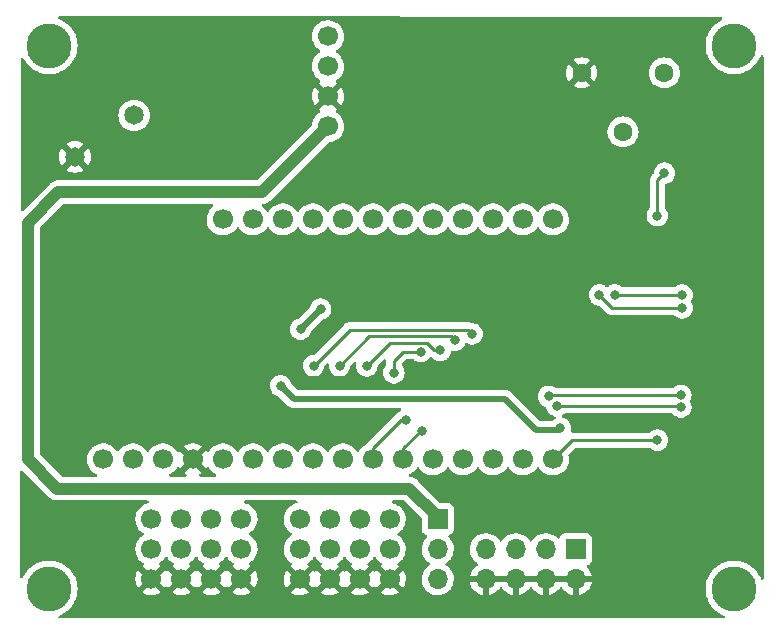
<source format=gbr>
%TF.GenerationSoftware,KiCad,Pcbnew,(6.0.8-1)-1*%
%TF.CreationDate,2023-01-29T13:44:33-06:00*%
%TF.ProjectId,M4_CAN_Feather_Carrier,4d345f43-414e-45f4-9665-61746865725f,rev?*%
%TF.SameCoordinates,Original*%
%TF.FileFunction,Copper,L2,Bot*%
%TF.FilePolarity,Positive*%
%FSLAX46Y46*%
G04 Gerber Fmt 4.6, Leading zero omitted, Abs format (unit mm)*
G04 Created by KiCad (PCBNEW (6.0.8-1)-1) date 2023-01-29 13:44:33*
%MOMM*%
%LPD*%
G01*
G04 APERTURE LIST*
%TA.AperFunction,ComponentPad*%
%ADD10C,1.700000*%
%TD*%
%TA.AperFunction,ComponentPad*%
%ADD11C,1.650000*%
%TD*%
%TA.AperFunction,ComponentPad*%
%ADD12C,1.600000*%
%TD*%
%TA.AperFunction,ComponentPad*%
%ADD13C,3.800000*%
%TD*%
%TA.AperFunction,ComponentPad*%
%ADD14R,1.700000X1.700000*%
%TD*%
%TA.AperFunction,ComponentPad*%
%ADD15O,1.700000X1.700000*%
%TD*%
%TA.AperFunction,ViaPad*%
%ADD16C,0.800000*%
%TD*%
%TA.AperFunction,Conductor*%
%ADD17C,0.500000*%
%TD*%
%TA.AperFunction,Conductor*%
%ADD18C,0.400000*%
%TD*%
%TA.AperFunction,Conductor*%
%ADD19C,0.250000*%
%TD*%
%TA.AperFunction,Conductor*%
%ADD20C,1.000000*%
%TD*%
G04 APERTURE END LIST*
D10*
%TO.P,U2,1,RST*%
%TO.N,unconnected-(U2-Pad1)*%
X128080000Y-110230000D03*
%TO.P,U2,2,3V*%
%TO.N,+3.3V*%
X130590000Y-110230000D03*
%TO.P,U2,3,ARef*%
%TO.N,unconnected-(U2-Pad3)*%
X133130000Y-110230000D03*
%TO.P,U2,4,GND*%
%TO.N,GND*%
X135670000Y-110230000D03*
%TO.P,U2,5,A0*%
%TO.N,/A0*%
X138210000Y-110230000D03*
%TO.P,U2,6,A1*%
%TO.N,/A1*%
X140750000Y-110230000D03*
%TO.P,U2,7,A2*%
%TO.N,/A2*%
X143290000Y-110230000D03*
%TO.P,U2,8,A3*%
%TO.N,/A3*%
X145830000Y-110230000D03*
%TO.P,U2,9,A4*%
%TO.N,unconnected-(U2-Pad9)*%
X148370000Y-110230000D03*
%TO.P,U2,10,A5*%
%TO.N,/LS_OE*%
X150910000Y-110230000D03*
%TO.P,U2,11,SCK*%
%TO.N,/SCL_2*%
X153450000Y-110230000D03*
%TO.P,U2,12,MOSI*%
%TO.N,unconnected-(U2-Pad12)*%
X155990000Y-110230000D03*
%TO.P,U2,13,MISO*%
%TO.N,unconnected-(U2-Pad13)*%
X158530000Y-110230000D03*
%TO.P,U2,14,D0*%
%TO.N,/SCL_1*%
X161070000Y-110230000D03*
%TO.P,U2,15,D1*%
%TO.N,/SDA_1*%
X163610000Y-110230000D03*
%TO.P,U2,16,D4*%
%TO.N,/NEOPIXEL*%
X166150000Y-110230000D03*
%TO.P,U2,17,SDA*%
%TO.N,/SDA*%
X166150000Y-89910000D03*
%TO.P,U2,18,SCL*%
%TO.N,/SCL*%
X163610000Y-89910000D03*
%TO.P,U2,19,D5*%
%TO.N,/SDA_2*%
X161070000Y-89910000D03*
%TO.P,U2,20,D6*%
%TO.N,/DIO0*%
X158530000Y-89910000D03*
%TO.P,U2,21,D9*%
%TO.N,/DIO1*%
X155990000Y-89910000D03*
%TO.P,U2,22,D10*%
%TO.N,/DIO2*%
X153450000Y-89910000D03*
%TO.P,U2,23,D11*%
%TO.N,/DIO3*%
X150910000Y-89910000D03*
%TO.P,U2,24,D12*%
%TO.N,/SDA_3*%
X148370000Y-89910000D03*
%TO.P,U2,25,D13*%
%TO.N,/SCL_3*%
X145830000Y-89910000D03*
%TO.P,U2,26,VBUS*%
%TO.N,Net-(SW1-Pad1)*%
X143290000Y-89910000D03*
%TO.P,U2,27,EN*%
%TO.N,unconnected-(U2-Pad27)*%
X140750000Y-89910000D03*
%TO.P,U2,28,VBAT*%
%TO.N,unconnected-(U2-Pad28)*%
X138210000Y-89910000D03*
%TD*%
D11*
%TO.P,J1,1,1*%
%TO.N,+BATT*%
X130700000Y-81113000D03*
%TO.P,J1,2,2*%
%TO.N,GND*%
X125700000Y-84613000D03*
%TD*%
D10*
%TO.P,J7,1,S1*%
%TO.N,Net-(J7-Pad1)*%
X132170000Y-115285000D03*
%TO.P,J7,2,P1*%
%TO.N,+3.3V*%
X132170000Y-117825000D03*
%TO.P,J7,3,G1*%
%TO.N,GND*%
X132170000Y-120365000D03*
%TO.P,J7,4,S2*%
%TO.N,Net-(J7-Pad4)*%
X134710000Y-115285000D03*
%TO.P,J7,5,P2*%
%TO.N,+3.3V*%
X134710000Y-117825000D03*
%TO.P,J7,6,G2*%
%TO.N,GND*%
X134710000Y-120365000D03*
%TO.P,J7,7,S3*%
%TO.N,Net-(J7-Pad7)*%
X137250000Y-115285000D03*
%TO.P,J7,8,P3*%
%TO.N,+3.3V*%
X137250000Y-117825000D03*
%TO.P,J7,9,G3*%
%TO.N,GND*%
X137250000Y-120365000D03*
%TO.P,J7,10,S4*%
%TO.N,Net-(J7-Pad10)*%
X139790000Y-115285000D03*
%TO.P,J7,11,P4*%
%TO.N,+3.3V*%
X139790000Y-117825000D03*
%TO.P,J7,12,G4*%
%TO.N,GND*%
X139790000Y-120365000D03*
%TD*%
D12*
%TO.P,J2,1,1*%
%TO.N,/NEOPIXEL*%
X175596000Y-77500000D03*
%TO.P,J2,2,2*%
%TO.N,+5V*%
X172096000Y-82500000D03*
%TO.P,J2,3,3*%
%TO.N,GND*%
X168596000Y-77500000D03*
%TD*%
D13*
%TO.P,H3,1,1*%
%TO.N,unconnected-(H3-Pad1)*%
X181500000Y-75200000D03*
%TD*%
D10*
%TO.P,U1,1,EN*%
%TO.N,Net-(R5-Pad2)*%
X147110000Y-74402000D03*
%TO.P,U1,2,VIN*%
%TO.N,+12V*%
X147110000Y-76942000D03*
%TO.P,U1,3,GND*%
%TO.N,GND*%
X147110000Y-79482000D03*
%TO.P,U1,4,VOUT*%
%TO.N,+5V*%
X147110000Y-82022000D03*
%TD*%
D13*
%TO.P,H1,1,1*%
%TO.N,unconnected-(H1-Pad1)*%
X123500000Y-121200000D03*
%TD*%
D14*
%TO.P,J4,1,Pin_1*%
%TO.N,VDD*%
X168100000Y-117835000D03*
D15*
%TO.P,J4,2,Pin_2*%
%TO.N,GND*%
X168100000Y-120375000D03*
%TO.P,J4,3,Pin_3*%
%TO.N,VDD*%
X165560000Y-117835000D03*
%TO.P,J4,4,Pin_4*%
%TO.N,GND*%
X165560000Y-120375000D03*
%TO.P,J4,5,Pin_5*%
%TO.N,VDD*%
X163020000Y-117835000D03*
%TO.P,J4,6,Pin_6*%
%TO.N,GND*%
X163020000Y-120375000D03*
%TO.P,J4,7,Pin_7*%
%TO.N,VDD*%
X160480000Y-117835000D03*
%TO.P,J4,8,Pin_8*%
%TO.N,GND*%
X160480000Y-120375000D03*
%TD*%
D13*
%TO.P,H2,1,1*%
%TO.N,unconnected-(H2-Pad1)*%
X181500000Y-121200000D03*
%TD*%
D14*
%TO.P,J5,1,Pin_1*%
%TO.N,+5V*%
X156400000Y-115285000D03*
D15*
%TO.P,J5,2,Pin_2*%
%TO.N,VDD*%
X156400000Y-117825000D03*
%TO.P,J5,3,Pin_3*%
%TO.N,+3.3V*%
X156400000Y-120365000D03*
%TD*%
D10*
%TO.P,J3,1,S1*%
%TO.N,Net-(J3-Pad1)*%
X144720000Y-115290000D03*
%TO.P,J3,2,P1*%
%TO.N,VDD*%
X144720000Y-117830000D03*
%TO.P,J3,3,G1*%
%TO.N,GND*%
X144720000Y-120370000D03*
%TO.P,J3,4,S2*%
%TO.N,Net-(J3-Pad4)*%
X147260000Y-115290000D03*
%TO.P,J3,5,P2*%
%TO.N,VDD*%
X147260000Y-117830000D03*
%TO.P,J3,6,G2*%
%TO.N,GND*%
X147260000Y-120370000D03*
%TO.P,J3,7,S3*%
%TO.N,Net-(J3-Pad7)*%
X149800000Y-115290000D03*
%TO.P,J3,8,P3*%
%TO.N,VDD*%
X149800000Y-117830000D03*
%TO.P,J3,9,G3*%
%TO.N,GND*%
X149800000Y-120370000D03*
%TO.P,J3,10,S4*%
%TO.N,Net-(J3-Pad10)*%
X152340000Y-115290000D03*
%TO.P,J3,11,P4*%
%TO.N,VDD*%
X152340000Y-117830000D03*
%TO.P,J3,12,G4*%
%TO.N,GND*%
X152340000Y-120370000D03*
%TD*%
D13*
%TO.P,H4,1,1*%
%TO.N,unconnected-(H4-Pad1)*%
X123500000Y-75200000D03*
%TD*%
D16*
%TO.N,GND*%
X177900000Y-109000000D03*
X166300000Y-96400000D03*
X162800000Y-102700000D03*
X178000000Y-92100000D03*
X135750000Y-79800000D03*
X182675000Y-114725000D03*
X148300000Y-98400000D03*
X130000000Y-103900000D03*
X178000000Y-100500000D03*
X177800000Y-117400000D03*
X135700000Y-81100000D03*
X133500000Y-97400000D03*
X182675000Y-89425000D03*
X182675000Y-106225000D03*
X148300000Y-95600000D03*
X182675000Y-97925000D03*
%TO.N,VDD*%
X146500000Y-97500000D03*
X166800000Y-107600000D03*
X143100000Y-104000000D03*
X144800000Y-99200000D03*
%TO.N,/NEOPIXEL*%
X175000000Y-108600000D03*
X175600000Y-86000000D03*
X175000000Y-89600000D03*
%TO.N,Net-(J3-Pad1)*%
X145900000Y-102300000D03*
X159324500Y-99600000D03*
%TO.N,Net-(J3-Pad4)*%
X157862299Y-100137701D03*
X148100000Y-102300000D03*
%TO.N,Net-(J3-Pad7)*%
X156600000Y-101000000D03*
X150403053Y-102312500D03*
%TO.N,Net-(J3-Pad10)*%
X152700000Y-102900000D03*
X155000000Y-101100000D03*
%TO.N,/LS_OE*%
X153700000Y-106900000D03*
%TO.N,/SCL_2*%
X155100000Y-107800000D03*
X177100000Y-96300000D03*
X171400000Y-96300000D03*
%TO.N,/SCL_1*%
X177000000Y-104800000D03*
X165800000Y-104900000D03*
%TO.N,/SDA_1*%
X166500000Y-105700000D03*
X177000000Y-105799503D03*
%TO.N,/SDA_2*%
X170100000Y-96300000D03*
X177100000Y-97400000D03*
%TD*%
D17*
%TO.N,VDD*%
X162100000Y-105100000D02*
X164700000Y-107700000D01*
X144200000Y-105100000D02*
X162100000Y-105100000D01*
X144800000Y-99200000D02*
X146500000Y-97500000D01*
X143100000Y-104000000D02*
X144200000Y-105100000D01*
D18*
X166700000Y-107700000D02*
X166800000Y-107600000D01*
D17*
X164700000Y-107700000D02*
X166700000Y-107700000D01*
D19*
%TO.N,/NEOPIXEL*%
X167780000Y-108600000D02*
X174900000Y-108600000D01*
X174900000Y-108600000D02*
X175000000Y-108600000D01*
X175000000Y-86600000D02*
X175600000Y-86000000D01*
X166150000Y-110230000D02*
X167780000Y-108600000D01*
X175000000Y-89600000D02*
X175000000Y-86600000D01*
D20*
%TO.N,+5V*%
X141532000Y-87600000D02*
X147110000Y-82022000D01*
X124200000Y-112700000D02*
X121700000Y-110200000D01*
X156400000Y-115285000D02*
X156400000Y-115100000D01*
X121700000Y-90200000D02*
X124300000Y-87600000D01*
X156400000Y-115100000D02*
X154000000Y-112700000D01*
X121700000Y-110200000D02*
X121700000Y-90200000D01*
X124300000Y-87600000D02*
X141532000Y-87600000D01*
X154000000Y-112700000D02*
X124200000Y-112700000D01*
D19*
%TO.N,Net-(J3-Pad1)*%
X145900000Y-102300000D02*
X148950000Y-99250000D01*
X148950000Y-99250000D02*
X158974500Y-99250000D01*
X158974500Y-99250000D02*
X159324500Y-99600000D01*
%TO.N,Net-(J3-Pad4)*%
X157524598Y-99800000D02*
X150600000Y-99800000D01*
X150600000Y-99800000D02*
X148100000Y-102300000D01*
X157862299Y-100137701D02*
X157524598Y-99800000D01*
%TO.N,Net-(J3-Pad7)*%
X155475000Y-100375000D02*
X152340553Y-100375000D01*
X152340553Y-100375000D02*
X150403053Y-102312500D01*
X156100000Y-101000000D02*
X155475000Y-100375000D01*
X156600000Y-101000000D02*
X156100000Y-101000000D01*
%TO.N,Net-(J3-Pad10)*%
X153500000Y-101100000D02*
X152700000Y-101900000D01*
X152700000Y-101900000D02*
X152700000Y-102900000D01*
X155000000Y-101100000D02*
X153500000Y-101100000D01*
%TO.N,/LS_OE*%
X150900000Y-110220000D02*
X150910000Y-110230000D01*
X153700000Y-106900000D02*
X153300000Y-106900000D01*
X153300000Y-106900000D02*
X150900000Y-109300000D01*
X150900000Y-109300000D02*
X150900000Y-110220000D01*
%TO.N,/SCL_2*%
X153500000Y-109300000D02*
X155000000Y-107800000D01*
X171400000Y-96300000D02*
X177100000Y-96300000D01*
X153450000Y-110230000D02*
X153500000Y-110180000D01*
X153500000Y-110180000D02*
X153500000Y-109300000D01*
X155000000Y-107800000D02*
X155100000Y-107800000D01*
%TO.N,/SCL_1*%
X177000000Y-104800000D02*
X165900000Y-104800000D01*
X165900000Y-104800000D02*
X165800000Y-104900000D01*
%TO.N,/SDA_1*%
X176900497Y-105700000D02*
X177000000Y-105799503D01*
X166500000Y-105700000D02*
X176900497Y-105700000D01*
%TO.N,/SDA_2*%
X177100000Y-97400000D02*
X171200000Y-97400000D01*
X171200000Y-97400000D02*
X170100000Y-96300000D01*
%TD*%
%TA.AperFunction,Conductor*%
%TO.N,GND*%
G36*
X180386328Y-72794105D02*
G01*
X180454416Y-72814215D01*
X180500824Y-72867945D01*
X180510816Y-72938235D01*
X180481220Y-73002768D01*
X180446828Y-73030519D01*
X180216922Y-73156912D01*
X180206910Y-73162416D01*
X179961729Y-73340550D01*
X179740808Y-73548008D01*
X179547630Y-73781520D01*
X179385242Y-74037402D01*
X179256206Y-74311619D01*
X179254980Y-74315391D01*
X179254980Y-74315392D01*
X179229744Y-74393061D01*
X179162555Y-74599846D01*
X179105767Y-74897538D01*
X179086738Y-75200000D01*
X179105767Y-75502462D01*
X179162555Y-75800154D01*
X179256206Y-76088381D01*
X179257893Y-76091967D01*
X179257895Y-76091971D01*
X179271815Y-76121553D01*
X179385242Y-76362598D01*
X179547630Y-76618480D01*
X179740808Y-76851992D01*
X179743695Y-76854703D01*
X179947167Y-77045775D01*
X179961729Y-77059450D01*
X180206910Y-77237584D01*
X180210379Y-77239491D01*
X180210382Y-77239493D01*
X180469014Y-77381678D01*
X180472483Y-77383585D01*
X180476152Y-77385038D01*
X180476157Y-77385040D01*
X180734154Y-77487188D01*
X180754261Y-77495149D01*
X181047800Y-77570516D01*
X181348470Y-77608500D01*
X181651530Y-77608500D01*
X181952200Y-77570516D01*
X182245739Y-77495149D01*
X182265846Y-77487188D01*
X182523843Y-77385040D01*
X182523848Y-77385038D01*
X182527517Y-77383585D01*
X182530986Y-77381678D01*
X182789618Y-77239493D01*
X182789621Y-77239491D01*
X182793090Y-77237584D01*
X183038271Y-77059450D01*
X183052834Y-77045775D01*
X183256305Y-76854703D01*
X183259192Y-76851992D01*
X183452370Y-76618480D01*
X183614758Y-76362598D01*
X183728185Y-76121553D01*
X183742105Y-76091971D01*
X183742107Y-76091967D01*
X183743794Y-76088381D01*
X183745668Y-76082614D01*
X183746004Y-76082123D01*
X183746475Y-76080933D01*
X183746745Y-76081040D01*
X183785743Y-76024009D01*
X183851140Y-75996374D01*
X183921097Y-76008482D01*
X183973402Y-76056490D01*
X183991500Y-76121553D01*
X183991500Y-120278447D01*
X183971498Y-120346568D01*
X183917842Y-120393061D01*
X183847568Y-120403165D01*
X183782988Y-120373671D01*
X183746719Y-120318971D01*
X183746475Y-120319067D01*
X183746019Y-120317915D01*
X183745668Y-120317386D01*
X183745021Y-120315394D01*
X183745019Y-120315388D01*
X183743794Y-120311619D01*
X183740583Y-120304794D01*
X183664148Y-120142361D01*
X183614758Y-120037402D01*
X183591315Y-120000461D01*
X183527422Y-119899783D01*
X183452370Y-119781520D01*
X183398779Y-119716739D01*
X183378860Y-119692662D01*
X183259192Y-119548008D01*
X183085349Y-119384759D01*
X183041158Y-119343261D01*
X183041157Y-119343261D01*
X183038271Y-119340550D01*
X182793090Y-119162416D01*
X182759647Y-119144030D01*
X182530986Y-119018322D01*
X182530985Y-119018321D01*
X182527517Y-119016415D01*
X182523848Y-119014962D01*
X182523843Y-119014960D01*
X182249409Y-118906304D01*
X182249408Y-118906304D01*
X182245739Y-118904851D01*
X181952200Y-118829484D01*
X181651530Y-118791500D01*
X181348470Y-118791500D01*
X181047800Y-118829484D01*
X180754261Y-118904851D01*
X180750592Y-118906304D01*
X180750591Y-118906304D01*
X180476157Y-119014960D01*
X180476152Y-119014962D01*
X180472483Y-119016415D01*
X180469015Y-119018321D01*
X180469014Y-119018322D01*
X180240354Y-119144030D01*
X180206910Y-119162416D01*
X179961729Y-119340550D01*
X179958843Y-119343261D01*
X179958842Y-119343261D01*
X179914651Y-119384759D01*
X179740808Y-119548008D01*
X179621140Y-119692662D01*
X179601222Y-119716739D01*
X179547630Y-119781520D01*
X179472578Y-119899783D01*
X179408686Y-120000461D01*
X179385242Y-120037402D01*
X179335852Y-120142361D01*
X179259418Y-120304794D01*
X179256206Y-120311619D01*
X179254980Y-120315391D01*
X179254980Y-120315392D01*
X179234124Y-120379580D01*
X179162555Y-120599846D01*
X179105767Y-120897538D01*
X179086738Y-121200000D01*
X179105767Y-121502462D01*
X179162555Y-121800154D01*
X179256206Y-122088381D01*
X179257893Y-122091967D01*
X179257895Y-122091971D01*
X179291462Y-122163304D01*
X179385242Y-122362598D01*
X179547630Y-122618480D01*
X179740808Y-122851992D01*
X179961729Y-123059450D01*
X180206910Y-123237584D01*
X180472483Y-123383585D01*
X180476152Y-123385038D01*
X180476157Y-123385040D01*
X180636055Y-123448348D01*
X180692029Y-123492023D01*
X180715505Y-123559026D01*
X180699029Y-123628084D01*
X180647833Y-123677273D01*
X180589671Y-123691500D01*
X124410329Y-123691500D01*
X124342208Y-123671498D01*
X124295715Y-123617842D01*
X124285611Y-123547568D01*
X124315105Y-123482988D01*
X124363945Y-123448348D01*
X124523843Y-123385040D01*
X124523848Y-123385038D01*
X124527517Y-123383585D01*
X124793090Y-123237584D01*
X125038271Y-123059450D01*
X125259192Y-122851992D01*
X125452370Y-122618480D01*
X125614758Y-122362598D01*
X125708538Y-122163304D01*
X125742105Y-122091971D01*
X125742107Y-122091967D01*
X125743794Y-122088381D01*
X125837445Y-121800154D01*
X125894233Y-121502462D01*
X125895026Y-121489853D01*
X131409977Y-121489853D01*
X131415258Y-121496907D01*
X131576756Y-121591279D01*
X131586042Y-121595729D01*
X131785001Y-121671703D01*
X131794899Y-121674579D01*
X132003595Y-121717038D01*
X132013823Y-121718257D01*
X132226650Y-121726062D01*
X132236936Y-121725595D01*
X132448185Y-121698534D01*
X132458262Y-121696392D01*
X132662255Y-121635191D01*
X132671842Y-121631433D01*
X132863098Y-121537738D01*
X132871944Y-121532465D01*
X132919247Y-121498723D01*
X132926211Y-121489853D01*
X133949977Y-121489853D01*
X133955258Y-121496907D01*
X134116756Y-121591279D01*
X134126042Y-121595729D01*
X134325001Y-121671703D01*
X134334899Y-121674579D01*
X134543595Y-121717038D01*
X134553823Y-121718257D01*
X134766650Y-121726062D01*
X134776936Y-121725595D01*
X134988185Y-121698534D01*
X134998262Y-121696392D01*
X135202255Y-121635191D01*
X135211842Y-121631433D01*
X135403098Y-121537738D01*
X135411944Y-121532465D01*
X135459247Y-121498723D01*
X135466211Y-121489853D01*
X136489977Y-121489853D01*
X136495258Y-121496907D01*
X136656756Y-121591279D01*
X136666042Y-121595729D01*
X136865001Y-121671703D01*
X136874899Y-121674579D01*
X137083595Y-121717038D01*
X137093823Y-121718257D01*
X137306650Y-121726062D01*
X137316936Y-121725595D01*
X137528185Y-121698534D01*
X137538262Y-121696392D01*
X137742255Y-121635191D01*
X137751842Y-121631433D01*
X137943098Y-121537738D01*
X137951944Y-121532465D01*
X137999247Y-121498723D01*
X138006211Y-121489853D01*
X139029977Y-121489853D01*
X139035258Y-121496907D01*
X139196756Y-121591279D01*
X139206042Y-121595729D01*
X139405001Y-121671703D01*
X139414899Y-121674579D01*
X139623595Y-121717038D01*
X139633823Y-121718257D01*
X139846650Y-121726062D01*
X139856936Y-121725595D01*
X140068185Y-121698534D01*
X140078262Y-121696392D01*
X140282255Y-121635191D01*
X140291842Y-121631433D01*
X140483098Y-121537738D01*
X140491944Y-121532465D01*
X140539247Y-121498723D01*
X140542285Y-121494853D01*
X143959977Y-121494853D01*
X143965258Y-121501907D01*
X144126756Y-121596279D01*
X144136042Y-121600729D01*
X144335001Y-121676703D01*
X144344899Y-121679579D01*
X144553595Y-121722038D01*
X144563823Y-121723257D01*
X144776650Y-121731062D01*
X144786936Y-121730595D01*
X144998185Y-121703534D01*
X145008262Y-121701392D01*
X145212255Y-121640191D01*
X145221842Y-121636433D01*
X145413098Y-121542738D01*
X145421944Y-121537465D01*
X145469247Y-121503723D01*
X145476211Y-121494853D01*
X146499977Y-121494853D01*
X146505258Y-121501907D01*
X146666756Y-121596279D01*
X146676042Y-121600729D01*
X146875001Y-121676703D01*
X146884899Y-121679579D01*
X147093595Y-121722038D01*
X147103823Y-121723257D01*
X147316650Y-121731062D01*
X147326936Y-121730595D01*
X147538185Y-121703534D01*
X147548262Y-121701392D01*
X147752255Y-121640191D01*
X147761842Y-121636433D01*
X147953098Y-121542738D01*
X147961944Y-121537465D01*
X148009247Y-121503723D01*
X148016211Y-121494853D01*
X149039977Y-121494853D01*
X149045258Y-121501907D01*
X149206756Y-121596279D01*
X149216042Y-121600729D01*
X149415001Y-121676703D01*
X149424899Y-121679579D01*
X149633595Y-121722038D01*
X149643823Y-121723257D01*
X149856650Y-121731062D01*
X149866936Y-121730595D01*
X150078185Y-121703534D01*
X150088262Y-121701392D01*
X150292255Y-121640191D01*
X150301842Y-121636433D01*
X150493098Y-121542738D01*
X150501944Y-121537465D01*
X150549247Y-121503723D01*
X150556211Y-121494853D01*
X151579977Y-121494853D01*
X151585258Y-121501907D01*
X151746756Y-121596279D01*
X151756042Y-121600729D01*
X151955001Y-121676703D01*
X151964899Y-121679579D01*
X152173595Y-121722038D01*
X152183823Y-121723257D01*
X152396650Y-121731062D01*
X152406936Y-121730595D01*
X152618185Y-121703534D01*
X152628262Y-121701392D01*
X152832255Y-121640191D01*
X152841842Y-121636433D01*
X153033098Y-121542738D01*
X153041944Y-121537465D01*
X153089247Y-121503723D01*
X153097648Y-121493023D01*
X153090660Y-121479870D01*
X152352812Y-120742022D01*
X152338868Y-120734408D01*
X152337035Y-120734539D01*
X152330420Y-120738790D01*
X151586737Y-121482473D01*
X151579977Y-121494853D01*
X150556211Y-121494853D01*
X150557648Y-121493023D01*
X150550660Y-121479870D01*
X149812812Y-120742022D01*
X149798868Y-120734408D01*
X149797035Y-120734539D01*
X149790420Y-120738790D01*
X149046737Y-121482473D01*
X149039977Y-121494853D01*
X148016211Y-121494853D01*
X148017648Y-121493023D01*
X148010660Y-121479870D01*
X147272812Y-120742022D01*
X147258868Y-120734408D01*
X147257035Y-120734539D01*
X147250420Y-120738790D01*
X146506737Y-121482473D01*
X146499977Y-121494853D01*
X145476211Y-121494853D01*
X145477648Y-121493023D01*
X145470660Y-121479870D01*
X144732812Y-120742022D01*
X144718868Y-120734408D01*
X144717035Y-120734539D01*
X144710420Y-120738790D01*
X143966737Y-121482473D01*
X143959977Y-121494853D01*
X140542285Y-121494853D01*
X140547648Y-121488023D01*
X140540660Y-121474870D01*
X139802812Y-120737022D01*
X139788868Y-120729408D01*
X139787035Y-120729539D01*
X139780420Y-120733790D01*
X139036737Y-121477473D01*
X139029977Y-121489853D01*
X138006211Y-121489853D01*
X138007648Y-121488023D01*
X138000660Y-121474870D01*
X137262812Y-120737022D01*
X137248868Y-120729408D01*
X137247035Y-120729539D01*
X137240420Y-120733790D01*
X136496737Y-121477473D01*
X136489977Y-121489853D01*
X135466211Y-121489853D01*
X135467648Y-121488023D01*
X135460660Y-121474870D01*
X134722812Y-120737022D01*
X134708868Y-120729408D01*
X134707035Y-120729539D01*
X134700420Y-120733790D01*
X133956737Y-121477473D01*
X133949977Y-121489853D01*
X132926211Y-121489853D01*
X132927648Y-121488023D01*
X132920660Y-121474870D01*
X132182812Y-120737022D01*
X132168868Y-120729408D01*
X132167035Y-120729539D01*
X132160420Y-120733790D01*
X131416737Y-121477473D01*
X131409977Y-121489853D01*
X125895026Y-121489853D01*
X125913262Y-121200000D01*
X125894233Y-120897538D01*
X125837445Y-120599846D01*
X125765876Y-120379580D01*
X125751996Y-120336863D01*
X130808050Y-120336863D01*
X130820309Y-120549477D01*
X130821745Y-120559697D01*
X130868565Y-120767446D01*
X130871645Y-120777275D01*
X130951770Y-120974603D01*
X130956413Y-120983794D01*
X131036460Y-121114420D01*
X131046916Y-121123880D01*
X131055694Y-121120096D01*
X131797978Y-120377812D01*
X131804356Y-120366132D01*
X132534408Y-120366132D01*
X132534539Y-120367965D01*
X132538790Y-120374580D01*
X133280474Y-121116264D01*
X133292484Y-121122823D01*
X133304223Y-121113855D01*
X133338022Y-121066819D01*
X133339149Y-121067629D01*
X133386659Y-121023881D01*
X133456596Y-121011661D01*
X133522038Y-121039191D01*
X133549870Y-121071029D01*
X133576459Y-121114419D01*
X133586916Y-121123880D01*
X133595694Y-121120096D01*
X134337978Y-120377812D01*
X134344356Y-120366132D01*
X135074408Y-120366132D01*
X135074539Y-120367965D01*
X135078790Y-120374580D01*
X135820474Y-121116264D01*
X135832484Y-121122823D01*
X135844223Y-121113855D01*
X135878022Y-121066819D01*
X135879149Y-121067629D01*
X135926659Y-121023881D01*
X135996596Y-121011661D01*
X136062038Y-121039191D01*
X136089870Y-121071029D01*
X136116459Y-121114419D01*
X136126916Y-121123880D01*
X136135694Y-121120096D01*
X136877978Y-120377812D01*
X136884356Y-120366132D01*
X137614408Y-120366132D01*
X137614539Y-120367965D01*
X137618790Y-120374580D01*
X138360474Y-121116264D01*
X138372484Y-121122823D01*
X138384223Y-121113855D01*
X138418022Y-121066819D01*
X138419149Y-121067629D01*
X138466659Y-121023881D01*
X138536596Y-121011661D01*
X138602038Y-121039191D01*
X138629870Y-121071029D01*
X138656459Y-121114419D01*
X138666916Y-121123880D01*
X138675694Y-121120096D01*
X139417978Y-120377812D01*
X139424356Y-120366132D01*
X140154408Y-120366132D01*
X140154539Y-120367965D01*
X140158790Y-120374580D01*
X140900474Y-121116264D01*
X140912484Y-121122823D01*
X140924223Y-121113855D01*
X140955004Y-121071019D01*
X140960315Y-121062180D01*
X141054670Y-120871267D01*
X141058469Y-120861672D01*
X141120376Y-120657915D01*
X141122555Y-120647834D01*
X141150590Y-120434887D01*
X141151109Y-120428212D01*
X141152572Y-120368364D01*
X141152378Y-120361646D01*
X141150752Y-120341863D01*
X143358050Y-120341863D01*
X143370309Y-120554477D01*
X143371745Y-120564697D01*
X143418565Y-120772446D01*
X143421645Y-120782275D01*
X143501770Y-120979603D01*
X143506413Y-120988794D01*
X143586460Y-121119420D01*
X143596916Y-121128880D01*
X143605694Y-121125096D01*
X144347978Y-120382812D01*
X144354356Y-120371132D01*
X145084408Y-120371132D01*
X145084539Y-120372965D01*
X145088790Y-120379580D01*
X145830474Y-121121264D01*
X145842484Y-121127823D01*
X145854223Y-121118855D01*
X145888022Y-121071819D01*
X145889149Y-121072629D01*
X145936659Y-121028881D01*
X146006596Y-121016661D01*
X146072038Y-121044191D01*
X146099870Y-121076029D01*
X146126459Y-121119419D01*
X146136916Y-121128880D01*
X146145694Y-121125096D01*
X146887978Y-120382812D01*
X146894356Y-120371132D01*
X147624408Y-120371132D01*
X147624539Y-120372965D01*
X147628790Y-120379580D01*
X148370474Y-121121264D01*
X148382484Y-121127823D01*
X148394223Y-121118855D01*
X148428022Y-121071819D01*
X148429149Y-121072629D01*
X148476659Y-121028881D01*
X148546596Y-121016661D01*
X148612038Y-121044191D01*
X148639870Y-121076029D01*
X148666459Y-121119419D01*
X148676916Y-121128880D01*
X148685694Y-121125096D01*
X149427978Y-120382812D01*
X149434356Y-120371132D01*
X150164408Y-120371132D01*
X150164539Y-120372965D01*
X150168790Y-120379580D01*
X150910474Y-121121264D01*
X150922484Y-121127823D01*
X150934223Y-121118855D01*
X150968022Y-121071819D01*
X150969149Y-121072629D01*
X151016659Y-121028881D01*
X151086596Y-121016661D01*
X151152038Y-121044191D01*
X151179870Y-121076029D01*
X151206459Y-121119419D01*
X151216916Y-121128880D01*
X151225694Y-121125096D01*
X151967978Y-120382812D01*
X151974356Y-120371132D01*
X152704408Y-120371132D01*
X152704539Y-120372965D01*
X152708790Y-120379580D01*
X153450474Y-121121264D01*
X153462484Y-121127823D01*
X153474223Y-121118855D01*
X153505004Y-121076019D01*
X153510315Y-121067180D01*
X153604670Y-120876267D01*
X153608469Y-120866672D01*
X153670376Y-120662915D01*
X153672555Y-120652834D01*
X153700590Y-120439887D01*
X153701109Y-120433212D01*
X153702572Y-120373364D01*
X153702378Y-120366646D01*
X153684781Y-120152604D01*
X153683096Y-120142424D01*
X153631214Y-119935875D01*
X153627894Y-119926124D01*
X153542972Y-119730814D01*
X153538105Y-119721739D01*
X153473063Y-119621197D01*
X153462377Y-119611995D01*
X153452812Y-119616398D01*
X152712022Y-120357188D01*
X152704408Y-120371132D01*
X151974356Y-120371132D01*
X151975592Y-120368868D01*
X151975461Y-120367035D01*
X151971210Y-120360420D01*
X151229849Y-119619059D01*
X151218313Y-119612759D01*
X151206028Y-119622384D01*
X151173192Y-119670520D01*
X151118281Y-119715523D01*
X151047756Y-119723694D01*
X150984009Y-119692440D01*
X150963311Y-119667955D01*
X150933062Y-119621197D01*
X150922377Y-119611995D01*
X150912812Y-119616398D01*
X150172022Y-120357188D01*
X150164408Y-120371132D01*
X149434356Y-120371132D01*
X149435592Y-120368868D01*
X149435461Y-120367035D01*
X149431210Y-120360420D01*
X148689849Y-119619059D01*
X148678313Y-119612759D01*
X148666028Y-119622384D01*
X148633192Y-119670520D01*
X148578281Y-119715523D01*
X148507756Y-119723694D01*
X148444009Y-119692440D01*
X148423311Y-119667955D01*
X148393062Y-119621197D01*
X148382377Y-119611995D01*
X148372812Y-119616398D01*
X147632022Y-120357188D01*
X147624408Y-120371132D01*
X146894356Y-120371132D01*
X146895592Y-120368868D01*
X146895461Y-120367035D01*
X146891210Y-120360420D01*
X146149849Y-119619059D01*
X146138313Y-119612759D01*
X146126028Y-119622384D01*
X146093192Y-119670520D01*
X146038281Y-119715523D01*
X145967756Y-119723694D01*
X145904009Y-119692440D01*
X145883311Y-119667955D01*
X145853062Y-119621197D01*
X145842377Y-119611995D01*
X145832812Y-119616398D01*
X145092022Y-120357188D01*
X145084408Y-120371132D01*
X144354356Y-120371132D01*
X144355592Y-120368868D01*
X144355461Y-120367035D01*
X144351210Y-120360420D01*
X143609849Y-119619059D01*
X143598313Y-119612759D01*
X143586031Y-119622382D01*
X143538089Y-119692662D01*
X143533004Y-119701613D01*
X143443338Y-119894783D01*
X143439775Y-119904470D01*
X143382864Y-120109681D01*
X143380934Y-120119796D01*
X143358302Y-120331574D01*
X143358050Y-120341863D01*
X141150752Y-120341863D01*
X141134781Y-120147604D01*
X141133096Y-120137424D01*
X141081214Y-119930875D01*
X141077894Y-119921124D01*
X140992972Y-119725814D01*
X140988105Y-119716739D01*
X140923063Y-119616197D01*
X140912377Y-119606995D01*
X140902812Y-119611398D01*
X140162022Y-120352188D01*
X140154408Y-120366132D01*
X139424356Y-120366132D01*
X139425592Y-120363868D01*
X139425461Y-120362035D01*
X139421210Y-120355420D01*
X138679849Y-119614059D01*
X138668313Y-119607759D01*
X138656028Y-119617384D01*
X138623192Y-119665520D01*
X138568281Y-119710523D01*
X138497756Y-119718694D01*
X138434009Y-119687440D01*
X138413311Y-119662955D01*
X138383062Y-119616197D01*
X138372377Y-119606995D01*
X138362812Y-119611398D01*
X137622022Y-120352188D01*
X137614408Y-120366132D01*
X136884356Y-120366132D01*
X136885592Y-120363868D01*
X136885461Y-120362035D01*
X136881210Y-120355420D01*
X136139849Y-119614059D01*
X136128313Y-119607759D01*
X136116028Y-119617384D01*
X136083192Y-119665520D01*
X136028281Y-119710523D01*
X135957756Y-119718694D01*
X135894009Y-119687440D01*
X135873311Y-119662955D01*
X135843062Y-119616197D01*
X135832377Y-119606995D01*
X135822812Y-119611398D01*
X135082022Y-120352188D01*
X135074408Y-120366132D01*
X134344356Y-120366132D01*
X134345592Y-120363868D01*
X134345461Y-120362035D01*
X134341210Y-120355420D01*
X133599849Y-119614059D01*
X133588313Y-119607759D01*
X133576028Y-119617384D01*
X133543192Y-119665520D01*
X133488281Y-119710523D01*
X133417756Y-119718694D01*
X133354009Y-119687440D01*
X133333311Y-119662955D01*
X133303062Y-119616197D01*
X133292377Y-119606995D01*
X133282812Y-119611398D01*
X132542022Y-120352188D01*
X132534408Y-120366132D01*
X131804356Y-120366132D01*
X131805592Y-120363868D01*
X131805461Y-120362035D01*
X131801210Y-120355420D01*
X131059849Y-119614059D01*
X131048313Y-119607759D01*
X131036031Y-119617382D01*
X130988089Y-119687662D01*
X130983004Y-119696613D01*
X130893338Y-119889783D01*
X130889775Y-119899470D01*
X130832864Y-120104681D01*
X130830933Y-120114800D01*
X130808302Y-120326574D01*
X130808050Y-120336863D01*
X125751996Y-120336863D01*
X125745020Y-120315392D01*
X125745020Y-120315391D01*
X125743794Y-120311619D01*
X125740583Y-120304794D01*
X125664148Y-120142361D01*
X125614758Y-120037402D01*
X125591315Y-120000461D01*
X125527422Y-119899783D01*
X125452370Y-119781520D01*
X125398779Y-119716739D01*
X125378860Y-119692662D01*
X125259192Y-119548008D01*
X125085349Y-119384759D01*
X125041158Y-119343261D01*
X125041157Y-119343261D01*
X125038271Y-119340550D01*
X124793090Y-119162416D01*
X124759647Y-119144030D01*
X124530986Y-119018322D01*
X124530985Y-119018321D01*
X124527517Y-119016415D01*
X124523848Y-119014962D01*
X124523843Y-119014960D01*
X124249409Y-118906304D01*
X124249408Y-118906304D01*
X124245739Y-118904851D01*
X123952200Y-118829484D01*
X123651530Y-118791500D01*
X123348470Y-118791500D01*
X123047800Y-118829484D01*
X122754261Y-118904851D01*
X122750592Y-118906304D01*
X122750591Y-118906304D01*
X122476157Y-119014960D01*
X122476152Y-119014962D01*
X122472483Y-119016415D01*
X122469015Y-119018321D01*
X122469014Y-119018322D01*
X122240354Y-119144030D01*
X122206910Y-119162416D01*
X121961729Y-119340550D01*
X121958843Y-119343261D01*
X121958842Y-119343261D01*
X121914651Y-119384759D01*
X121740808Y-119548008D01*
X121621140Y-119692662D01*
X121601222Y-119716739D01*
X121547630Y-119781520D01*
X121472578Y-119899783D01*
X121408686Y-120000461D01*
X121385242Y-120037402D01*
X121318763Y-120178678D01*
X121293460Y-120232450D01*
X121246358Y-120285571D01*
X121178013Y-120304794D01*
X121110125Y-120284015D01*
X121064248Y-120229832D01*
X121053452Y-120178678D01*
X121053483Y-120147604D01*
X121062164Y-111292464D01*
X121082233Y-111224364D01*
X121135934Y-111177924D01*
X121206218Y-111167889D01*
X121270770Y-111197445D01*
X121277259Y-111203494D01*
X123443145Y-113369379D01*
X123452247Y-113379522D01*
X123475968Y-113409025D01*
X123480696Y-113412992D01*
X123514421Y-113441291D01*
X123518069Y-113444472D01*
X123519881Y-113446115D01*
X123522075Y-113448309D01*
X123555349Y-113475642D01*
X123556147Y-113476304D01*
X123627474Y-113536154D01*
X123632144Y-113538722D01*
X123636261Y-113542103D01*
X123694145Y-113573140D01*
X123718086Y-113585977D01*
X123719245Y-113586606D01*
X123795381Y-113628462D01*
X123795389Y-113628465D01*
X123800787Y-113631433D01*
X123805869Y-113633045D01*
X123810563Y-113635562D01*
X123816454Y-113637363D01*
X123899477Y-113662747D01*
X123900735Y-113663139D01*
X123989306Y-113691235D01*
X123994597Y-113691829D01*
X123999698Y-113693388D01*
X124092263Y-113702790D01*
X124093450Y-113702916D01*
X124122838Y-113706213D01*
X124139730Y-113708108D01*
X124139735Y-113708108D01*
X124143227Y-113708500D01*
X124146752Y-113708500D01*
X124147737Y-113708555D01*
X124153432Y-113709003D01*
X124165342Y-113710213D01*
X124190334Y-113712752D01*
X124190339Y-113712752D01*
X124196462Y-113713374D01*
X124242108Y-113709059D01*
X124253967Y-113708500D01*
X131834633Y-113708500D01*
X131902754Y-113728502D01*
X131949247Y-113782158D01*
X131959351Y-113852432D01*
X131929857Y-113917012D01*
X131863833Y-113957070D01*
X131859204Y-113958173D01*
X131854091Y-113958955D01*
X131849178Y-113960561D01*
X131849173Y-113960562D01*
X131747923Y-113993656D01*
X131641756Y-114028357D01*
X131443607Y-114131507D01*
X131439474Y-114134610D01*
X131439471Y-114134612D01*
X131269100Y-114262530D01*
X131264965Y-114265635D01*
X131110629Y-114427138D01*
X130984743Y-114611680D01*
X130890688Y-114814305D01*
X130830989Y-115029570D01*
X130807251Y-115251695D01*
X130807548Y-115256848D01*
X130807548Y-115256851D01*
X130813011Y-115351590D01*
X130820110Y-115474715D01*
X130821247Y-115479761D01*
X130821248Y-115479767D01*
X130822375Y-115484767D01*
X130869222Y-115692639D01*
X130953266Y-115899616D01*
X131004019Y-115982438D01*
X131067291Y-116085688D01*
X131069987Y-116090088D01*
X131216250Y-116258938D01*
X131388126Y-116401632D01*
X131396683Y-116406632D01*
X131461445Y-116444476D01*
X131510169Y-116496114D01*
X131523240Y-116565897D01*
X131496509Y-116631669D01*
X131456055Y-116665027D01*
X131443607Y-116671507D01*
X131439474Y-116674610D01*
X131439471Y-116674612D01*
X131343455Y-116746703D01*
X131264965Y-116805635D01*
X131240259Y-116831488D01*
X131152653Y-116923163D01*
X131110629Y-116967138D01*
X131107720Y-116971403D01*
X131107714Y-116971411D01*
X131095409Y-116989450D01*
X130984743Y-117151680D01*
X130966682Y-117190590D01*
X130894355Y-117346406D01*
X130890688Y-117354305D01*
X130830989Y-117569570D01*
X130807251Y-117791695D01*
X130807548Y-117796848D01*
X130807548Y-117796851D01*
X130813011Y-117891590D01*
X130820110Y-118014715D01*
X130821247Y-118019761D01*
X130821248Y-118019767D01*
X130822375Y-118024767D01*
X130869222Y-118232639D01*
X130953266Y-118439616D01*
X130996813Y-118510678D01*
X131067291Y-118625688D01*
X131069987Y-118630088D01*
X131216250Y-118798938D01*
X131388126Y-118941632D01*
X131401149Y-118949242D01*
X131461955Y-118984774D01*
X131510679Y-119036412D01*
X131523750Y-119106195D01*
X131497019Y-119171967D01*
X131456562Y-119205327D01*
X131448460Y-119209544D01*
X131439734Y-119215039D01*
X131419677Y-119230099D01*
X131411223Y-119241427D01*
X131417968Y-119253758D01*
X132157188Y-119992978D01*
X132171132Y-120000592D01*
X132172965Y-120000461D01*
X132179580Y-119996210D01*
X132923389Y-119252401D01*
X132930410Y-119239544D01*
X132923611Y-119230213D01*
X132919559Y-119227521D01*
X132882602Y-119207120D01*
X132832631Y-119156687D01*
X132817859Y-119087245D01*
X132842975Y-119020839D01*
X132870327Y-118994232D01*
X132933401Y-118949242D01*
X133049860Y-118866173D01*
X133086678Y-118829484D01*
X133134089Y-118782238D01*
X133208096Y-118708489D01*
X133267594Y-118625689D01*
X133338453Y-118527077D01*
X133339776Y-118528028D01*
X133386645Y-118484857D01*
X133456580Y-118472625D01*
X133522026Y-118500144D01*
X133549875Y-118531994D01*
X133609987Y-118630088D01*
X133756250Y-118798938D01*
X133928126Y-118941632D01*
X133941149Y-118949242D01*
X134001955Y-118984774D01*
X134050679Y-119036412D01*
X134063750Y-119106195D01*
X134037019Y-119171967D01*
X133996562Y-119205327D01*
X133988460Y-119209544D01*
X133979734Y-119215039D01*
X133959677Y-119230099D01*
X133951223Y-119241427D01*
X133957968Y-119253758D01*
X134697188Y-119992978D01*
X134711132Y-120000592D01*
X134712965Y-120000461D01*
X134719580Y-119996210D01*
X135463389Y-119252401D01*
X135470410Y-119239544D01*
X135463611Y-119230213D01*
X135459559Y-119227521D01*
X135422602Y-119207120D01*
X135372631Y-119156687D01*
X135357859Y-119087245D01*
X135382975Y-119020839D01*
X135410327Y-118994232D01*
X135473401Y-118949242D01*
X135589860Y-118866173D01*
X135626678Y-118829484D01*
X135674089Y-118782238D01*
X135748096Y-118708489D01*
X135807594Y-118625689D01*
X135878453Y-118527077D01*
X135879776Y-118528028D01*
X135926645Y-118484857D01*
X135996580Y-118472625D01*
X136062026Y-118500144D01*
X136089875Y-118531994D01*
X136149987Y-118630088D01*
X136296250Y-118798938D01*
X136468126Y-118941632D01*
X136481149Y-118949242D01*
X136541955Y-118984774D01*
X136590679Y-119036412D01*
X136603750Y-119106195D01*
X136577019Y-119171967D01*
X136536562Y-119205327D01*
X136528460Y-119209544D01*
X136519734Y-119215039D01*
X136499677Y-119230099D01*
X136491223Y-119241427D01*
X136497968Y-119253758D01*
X137237188Y-119992978D01*
X137251132Y-120000592D01*
X137252965Y-120000461D01*
X137259580Y-119996210D01*
X138003389Y-119252401D01*
X138010410Y-119239544D01*
X138003611Y-119230213D01*
X137999559Y-119227521D01*
X137962602Y-119207120D01*
X137912631Y-119156687D01*
X137897859Y-119087245D01*
X137922975Y-119020839D01*
X137950327Y-118994232D01*
X138013401Y-118949242D01*
X138129860Y-118866173D01*
X138166678Y-118829484D01*
X138214089Y-118782238D01*
X138288096Y-118708489D01*
X138347594Y-118625689D01*
X138418453Y-118527077D01*
X138419776Y-118528028D01*
X138466645Y-118484857D01*
X138536580Y-118472625D01*
X138602026Y-118500144D01*
X138629875Y-118531994D01*
X138689987Y-118630088D01*
X138836250Y-118798938D01*
X139008126Y-118941632D01*
X139021149Y-118949242D01*
X139081955Y-118984774D01*
X139130679Y-119036412D01*
X139143750Y-119106195D01*
X139117019Y-119171967D01*
X139076562Y-119205327D01*
X139068460Y-119209544D01*
X139059734Y-119215039D01*
X139039677Y-119230099D01*
X139031223Y-119241427D01*
X139037968Y-119253758D01*
X139777188Y-119992978D01*
X139791132Y-120000592D01*
X139792965Y-120000461D01*
X139799580Y-119996210D01*
X140543389Y-119252401D01*
X140550410Y-119239544D01*
X140543611Y-119230213D01*
X140539559Y-119227521D01*
X140502602Y-119207120D01*
X140452631Y-119156687D01*
X140437859Y-119087245D01*
X140462975Y-119020839D01*
X140490327Y-118994232D01*
X140553401Y-118949242D01*
X140669860Y-118866173D01*
X140706678Y-118829484D01*
X140754089Y-118782238D01*
X140828096Y-118708489D01*
X140887594Y-118625689D01*
X140955435Y-118531277D01*
X140958453Y-118527077D01*
X140979320Y-118484857D01*
X141055136Y-118331453D01*
X141055137Y-118331451D01*
X141057430Y-118326811D01*
X141122370Y-118113069D01*
X141151529Y-117891590D01*
X141153156Y-117825000D01*
X141134852Y-117602361D01*
X141080431Y-117385702D01*
X140991354Y-117180840D01*
X140879291Y-117007617D01*
X140872822Y-116997617D01*
X140872820Y-116997614D01*
X140870014Y-116993277D01*
X140719670Y-116828051D01*
X140715619Y-116824852D01*
X140715615Y-116824848D01*
X140548414Y-116692800D01*
X140548410Y-116692798D01*
X140544359Y-116689598D01*
X140503053Y-116666796D01*
X140453084Y-116616364D01*
X140438312Y-116546921D01*
X140463428Y-116480516D01*
X140490780Y-116453909D01*
X140557060Y-116406632D01*
X140669860Y-116326173D01*
X140828096Y-116168489D01*
X140887594Y-116085689D01*
X140955435Y-115991277D01*
X140958453Y-115987077D01*
X140979320Y-115944857D01*
X141055136Y-115791453D01*
X141055137Y-115791451D01*
X141057430Y-115786811D01*
X141122370Y-115573069D01*
X141151529Y-115351590D01*
X141153156Y-115285000D01*
X141134852Y-115062361D01*
X141080431Y-114845702D01*
X140991354Y-114640840D01*
X140951906Y-114579862D01*
X140872822Y-114457617D01*
X140872820Y-114457614D01*
X140870014Y-114453277D01*
X140719670Y-114288051D01*
X140715619Y-114284852D01*
X140715615Y-114284848D01*
X140548414Y-114152800D01*
X140548410Y-114152798D01*
X140544359Y-114149598D01*
X140526270Y-114139612D01*
X140492136Y-114120769D01*
X140348789Y-114041638D01*
X140343920Y-114039914D01*
X140343916Y-114039912D01*
X140143087Y-113968795D01*
X140143083Y-113968794D01*
X140138212Y-113967069D01*
X140133119Y-113966162D01*
X140133116Y-113966161D01*
X140090370Y-113958547D01*
X140026812Y-113926909D01*
X139990449Y-113865932D01*
X139992826Y-113794975D01*
X140033187Y-113736567D01*
X140098719Y-113709252D01*
X140112466Y-113708500D01*
X144417087Y-113708500D01*
X144485208Y-113728502D01*
X144531701Y-113782158D01*
X144541805Y-113852432D01*
X144512311Y-113917012D01*
X144452585Y-113955396D01*
X144436145Y-113959050D01*
X144409205Y-113963172D01*
X144409200Y-113963173D01*
X144404091Y-113963955D01*
X144191756Y-114033357D01*
X143993607Y-114136507D01*
X143989474Y-114139610D01*
X143989471Y-114139612D01*
X143821624Y-114265635D01*
X143814965Y-114270635D01*
X143660629Y-114432138D01*
X143534743Y-114616680D01*
X143440688Y-114819305D01*
X143380989Y-115034570D01*
X143357251Y-115256695D01*
X143357548Y-115261848D01*
X143357548Y-115261851D01*
X143362914Y-115354908D01*
X143370110Y-115479715D01*
X143371247Y-115484761D01*
X143371248Y-115484767D01*
X143392265Y-115578023D01*
X143419222Y-115697639D01*
X143503266Y-115904616D01*
X143550955Y-115982438D01*
X143617291Y-116090688D01*
X143619987Y-116095088D01*
X143766250Y-116263938D01*
X143841213Y-116326173D01*
X143928123Y-116398327D01*
X143938126Y-116406632D01*
X144002889Y-116444476D01*
X144011445Y-116449476D01*
X144060169Y-116501114D01*
X144073240Y-116570897D01*
X144046509Y-116636669D01*
X144006055Y-116670027D01*
X143993607Y-116676507D01*
X143989474Y-116679610D01*
X143989471Y-116679612D01*
X143821624Y-116805635D01*
X143814965Y-116810635D01*
X143789894Y-116836870D01*
X143692898Y-116938371D01*
X143660629Y-116972138D01*
X143657720Y-116976403D01*
X143657714Y-116976411D01*
X143648815Y-116989457D01*
X143534743Y-117156680D01*
X143440688Y-117359305D01*
X143380989Y-117574570D01*
X143357251Y-117796695D01*
X143357548Y-117801848D01*
X143357548Y-117801851D01*
X143362914Y-117894908D01*
X143370110Y-118019715D01*
X143371247Y-118024761D01*
X143371248Y-118024767D01*
X143392265Y-118118023D01*
X143419222Y-118237639D01*
X143503266Y-118444616D01*
X143543749Y-118510678D01*
X143617291Y-118630688D01*
X143619987Y-118635088D01*
X143766250Y-118803938D01*
X143889551Y-118906304D01*
X143928123Y-118938327D01*
X143938126Y-118946632D01*
X144011955Y-118989774D01*
X144060679Y-119041412D01*
X144073750Y-119111195D01*
X144047019Y-119176967D01*
X144006562Y-119210327D01*
X143998460Y-119214544D01*
X143989734Y-119220039D01*
X143969677Y-119235099D01*
X143961223Y-119246427D01*
X143967968Y-119258758D01*
X144707188Y-119997978D01*
X144721132Y-120005592D01*
X144722965Y-120005461D01*
X144729580Y-120001210D01*
X145473389Y-119257401D01*
X145480410Y-119244544D01*
X145473611Y-119235213D01*
X145469559Y-119232521D01*
X145432602Y-119212120D01*
X145382631Y-119161687D01*
X145367859Y-119092245D01*
X145392975Y-119025839D01*
X145420327Y-118999232D01*
X145487060Y-118951632D01*
X145599860Y-118871173D01*
X145640707Y-118830469D01*
X145703073Y-118768320D01*
X145758096Y-118713489D01*
X145815222Y-118633990D01*
X145888453Y-118532077D01*
X145889776Y-118533028D01*
X145936645Y-118489857D01*
X146006580Y-118477625D01*
X146072026Y-118505144D01*
X146099875Y-118536994D01*
X146159987Y-118635088D01*
X146306250Y-118803938D01*
X146429551Y-118906304D01*
X146468123Y-118938327D01*
X146478126Y-118946632D01*
X146551955Y-118989774D01*
X146600679Y-119041412D01*
X146613750Y-119111195D01*
X146587019Y-119176967D01*
X146546562Y-119210327D01*
X146538460Y-119214544D01*
X146529734Y-119220039D01*
X146509677Y-119235099D01*
X146501223Y-119246427D01*
X146507968Y-119258758D01*
X147247188Y-119997978D01*
X147261132Y-120005592D01*
X147262965Y-120005461D01*
X147269580Y-120001210D01*
X148013389Y-119257401D01*
X148020410Y-119244544D01*
X148013611Y-119235213D01*
X148009559Y-119232521D01*
X147972602Y-119212120D01*
X147922631Y-119161687D01*
X147907859Y-119092245D01*
X147932975Y-119025839D01*
X147960327Y-118999232D01*
X148027060Y-118951632D01*
X148139860Y-118871173D01*
X148180707Y-118830469D01*
X148243073Y-118768320D01*
X148298096Y-118713489D01*
X148355222Y-118633990D01*
X148428453Y-118532077D01*
X148429776Y-118533028D01*
X148476645Y-118489857D01*
X148546580Y-118477625D01*
X148612026Y-118505144D01*
X148639875Y-118536994D01*
X148699987Y-118635088D01*
X148846250Y-118803938D01*
X148969551Y-118906304D01*
X149008123Y-118938327D01*
X149018126Y-118946632D01*
X149091955Y-118989774D01*
X149140679Y-119041412D01*
X149153750Y-119111195D01*
X149127019Y-119176967D01*
X149086562Y-119210327D01*
X149078460Y-119214544D01*
X149069734Y-119220039D01*
X149049677Y-119235099D01*
X149041223Y-119246427D01*
X149047968Y-119258758D01*
X149787188Y-119997978D01*
X149801132Y-120005592D01*
X149802965Y-120005461D01*
X149809580Y-120001210D01*
X150553389Y-119257401D01*
X150560410Y-119244544D01*
X150553611Y-119235213D01*
X150549559Y-119232521D01*
X150512602Y-119212120D01*
X150462631Y-119161687D01*
X150447859Y-119092245D01*
X150472975Y-119025839D01*
X150500327Y-118999232D01*
X150567060Y-118951632D01*
X150679860Y-118871173D01*
X150720707Y-118830469D01*
X150783073Y-118768320D01*
X150838096Y-118713489D01*
X150895222Y-118633990D01*
X150968453Y-118532077D01*
X150969776Y-118533028D01*
X151016645Y-118489857D01*
X151086580Y-118477625D01*
X151152026Y-118505144D01*
X151179875Y-118536994D01*
X151239987Y-118635088D01*
X151386250Y-118803938D01*
X151509551Y-118906304D01*
X151548123Y-118938327D01*
X151558126Y-118946632D01*
X151631955Y-118989774D01*
X151680679Y-119041412D01*
X151693750Y-119111195D01*
X151667019Y-119176967D01*
X151626562Y-119210327D01*
X151618460Y-119214544D01*
X151609734Y-119220039D01*
X151589677Y-119235099D01*
X151581223Y-119246427D01*
X151587968Y-119258758D01*
X152327188Y-119997978D01*
X152341132Y-120005592D01*
X152342965Y-120005461D01*
X152349580Y-120001210D01*
X153093389Y-119257401D01*
X153100410Y-119244544D01*
X153093611Y-119235213D01*
X153089559Y-119232521D01*
X153052602Y-119212120D01*
X153002631Y-119161687D01*
X152987859Y-119092245D01*
X153012975Y-119025839D01*
X153040327Y-118999232D01*
X153107060Y-118951632D01*
X153219860Y-118871173D01*
X153260707Y-118830469D01*
X153323073Y-118768320D01*
X153378096Y-118713489D01*
X153435222Y-118633990D01*
X153505435Y-118536277D01*
X153508453Y-118532077D01*
X153529320Y-118489857D01*
X153605136Y-118336453D01*
X153605137Y-118336451D01*
X153607430Y-118331811D01*
X153672370Y-118118069D01*
X153701529Y-117896590D01*
X153703156Y-117830000D01*
X153684852Y-117607361D01*
X153630431Y-117390702D01*
X153541354Y-117185840D01*
X153500089Y-117122054D01*
X153422822Y-117002617D01*
X153422820Y-117002614D01*
X153420014Y-116998277D01*
X153269670Y-116833051D01*
X153265619Y-116829852D01*
X153265615Y-116829848D01*
X153098414Y-116697800D01*
X153098410Y-116697798D01*
X153094359Y-116694598D01*
X153053053Y-116671796D01*
X153003084Y-116621364D01*
X152988312Y-116551921D01*
X153013428Y-116485516D01*
X153040780Y-116458909D01*
X153084603Y-116427650D01*
X153219860Y-116331173D01*
X153378096Y-116173489D01*
X153435222Y-116093990D01*
X153505435Y-115996277D01*
X153508453Y-115992077D01*
X153529320Y-115949857D01*
X153605136Y-115796453D01*
X153605137Y-115796451D01*
X153607430Y-115791811D01*
X153672370Y-115578069D01*
X153701529Y-115356590D01*
X153703156Y-115290000D01*
X153684852Y-115067361D01*
X153630431Y-114850702D01*
X153541354Y-114645840D01*
X153420014Y-114458277D01*
X153269670Y-114293051D01*
X153265619Y-114289852D01*
X153265615Y-114289848D01*
X153098414Y-114157800D01*
X153098410Y-114157798D01*
X153094359Y-114154598D01*
X153085302Y-114149598D01*
X152957266Y-114078919D01*
X152898789Y-114046638D01*
X152893920Y-114044914D01*
X152893916Y-114044912D01*
X152693087Y-113973795D01*
X152693083Y-113973794D01*
X152688212Y-113972069D01*
X152683119Y-113971162D01*
X152683116Y-113971161D01*
X152612300Y-113958547D01*
X152548742Y-113926909D01*
X152512379Y-113865932D01*
X152514756Y-113794975D01*
X152555117Y-113736567D01*
X152620649Y-113709252D01*
X152634396Y-113708500D01*
X153530075Y-113708500D01*
X153598196Y-113728502D01*
X153619170Y-113745405D01*
X155004595Y-115130830D01*
X155038621Y-115193142D01*
X155041500Y-115219925D01*
X155041500Y-116183134D01*
X155048255Y-116245316D01*
X155099385Y-116381705D01*
X155186739Y-116498261D01*
X155303295Y-116585615D01*
X155311704Y-116588767D01*
X155311705Y-116588768D01*
X155420451Y-116629535D01*
X155477216Y-116672176D01*
X155501916Y-116738738D01*
X155486709Y-116808087D01*
X155467316Y-116834568D01*
X155382653Y-116923163D01*
X155340629Y-116967138D01*
X155337720Y-116971403D01*
X155337714Y-116971411D01*
X155325409Y-116989450D01*
X155214743Y-117151680D01*
X155196682Y-117190590D01*
X155124355Y-117346406D01*
X155120688Y-117354305D01*
X155060989Y-117569570D01*
X155037251Y-117791695D01*
X155037548Y-117796848D01*
X155037548Y-117796851D01*
X155043011Y-117891590D01*
X155050110Y-118014715D01*
X155051247Y-118019761D01*
X155051248Y-118019767D01*
X155052375Y-118024767D01*
X155099222Y-118232639D01*
X155183266Y-118439616D01*
X155226813Y-118510678D01*
X155297291Y-118625688D01*
X155299987Y-118630088D01*
X155446250Y-118798938D01*
X155618126Y-118941632D01*
X155631149Y-118949242D01*
X155691445Y-118984476D01*
X155740169Y-119036114D01*
X155753240Y-119105897D01*
X155726509Y-119171669D01*
X155686055Y-119205027D01*
X155673607Y-119211507D01*
X155669474Y-119214610D01*
X155669471Y-119214612D01*
X155499100Y-119342530D01*
X155494965Y-119345635D01*
X155340629Y-119507138D01*
X155214743Y-119691680D01*
X155120688Y-119894305D01*
X155060989Y-120109570D01*
X155060440Y-120114707D01*
X155059456Y-120123913D01*
X155037251Y-120331695D01*
X155037548Y-120336848D01*
X155037548Y-120336851D01*
X155043011Y-120431590D01*
X155050110Y-120554715D01*
X155051247Y-120559761D01*
X155051248Y-120559767D01*
X155071119Y-120647939D01*
X155099222Y-120772639D01*
X155183266Y-120979616D01*
X155299987Y-121170088D01*
X155446250Y-121338938D01*
X155618126Y-121481632D01*
X155811000Y-121594338D01*
X155815825Y-121596180D01*
X155815826Y-121596181D01*
X155840830Y-121605729D01*
X156019692Y-121674030D01*
X156024760Y-121675061D01*
X156024763Y-121675062D01*
X156129604Y-121696392D01*
X156238597Y-121718567D01*
X156243772Y-121718757D01*
X156243774Y-121718757D01*
X156456673Y-121726564D01*
X156456677Y-121726564D01*
X156461837Y-121726753D01*
X156466957Y-121726097D01*
X156466959Y-121726097D01*
X156678288Y-121699025D01*
X156678289Y-121699025D01*
X156683416Y-121698368D01*
X156688366Y-121696883D01*
X156892429Y-121635661D01*
X156892434Y-121635659D01*
X156897384Y-121634174D01*
X157097994Y-121535896D01*
X157279860Y-121406173D01*
X157438096Y-121248489D01*
X157497594Y-121165689D01*
X157562028Y-121076019D01*
X157568453Y-121067077D01*
X157570874Y-121062180D01*
X157665136Y-120871453D01*
X157665137Y-120871451D01*
X157667430Y-120866811D01*
X157732370Y-120653069D01*
X157733700Y-120642966D01*
X159148257Y-120642966D01*
X159178565Y-120777446D01*
X159181645Y-120787275D01*
X159261770Y-120984603D01*
X159266413Y-120993794D01*
X159377694Y-121175388D01*
X159383777Y-121183699D01*
X159523213Y-121344667D01*
X159530580Y-121351883D01*
X159694434Y-121487916D01*
X159702881Y-121493831D01*
X159886756Y-121601279D01*
X159896042Y-121605729D01*
X160095001Y-121681703D01*
X160104899Y-121684579D01*
X160208250Y-121705606D01*
X160222299Y-121704410D01*
X160226000Y-121694065D01*
X160226000Y-121693517D01*
X160734000Y-121693517D01*
X160738064Y-121707359D01*
X160751478Y-121709393D01*
X160758184Y-121708534D01*
X160768262Y-121706392D01*
X160972255Y-121645191D01*
X160981842Y-121641433D01*
X161173095Y-121547739D01*
X161181945Y-121542464D01*
X161355328Y-121418792D01*
X161363200Y-121412139D01*
X161514052Y-121261812D01*
X161520730Y-121253965D01*
X161648022Y-121076819D01*
X161649147Y-121077627D01*
X161696669Y-121033876D01*
X161766607Y-121021661D01*
X161832046Y-121049197D01*
X161859870Y-121081028D01*
X161917690Y-121175383D01*
X161923777Y-121183699D01*
X162063213Y-121344667D01*
X162070580Y-121351883D01*
X162234434Y-121487916D01*
X162242881Y-121493831D01*
X162426756Y-121601279D01*
X162436042Y-121605729D01*
X162635001Y-121681703D01*
X162644899Y-121684579D01*
X162748250Y-121705606D01*
X162762299Y-121704410D01*
X162766000Y-121694065D01*
X162766000Y-121693517D01*
X163274000Y-121693517D01*
X163278064Y-121707359D01*
X163291478Y-121709393D01*
X163298184Y-121708534D01*
X163308262Y-121706392D01*
X163512255Y-121645191D01*
X163521842Y-121641433D01*
X163713095Y-121547739D01*
X163721945Y-121542464D01*
X163895328Y-121418792D01*
X163903200Y-121412139D01*
X164054052Y-121261812D01*
X164060730Y-121253965D01*
X164188022Y-121076819D01*
X164189147Y-121077627D01*
X164236669Y-121033876D01*
X164306607Y-121021661D01*
X164372046Y-121049197D01*
X164399870Y-121081028D01*
X164457690Y-121175383D01*
X164463777Y-121183699D01*
X164603213Y-121344667D01*
X164610580Y-121351883D01*
X164774434Y-121487916D01*
X164782881Y-121493831D01*
X164966756Y-121601279D01*
X164976042Y-121605729D01*
X165175001Y-121681703D01*
X165184899Y-121684579D01*
X165288250Y-121705606D01*
X165302299Y-121704410D01*
X165306000Y-121694065D01*
X165306000Y-121693517D01*
X165814000Y-121693517D01*
X165818064Y-121707359D01*
X165831478Y-121709393D01*
X165838184Y-121708534D01*
X165848262Y-121706392D01*
X166052255Y-121645191D01*
X166061842Y-121641433D01*
X166253095Y-121547739D01*
X166261945Y-121542464D01*
X166435328Y-121418792D01*
X166443200Y-121412139D01*
X166594052Y-121261812D01*
X166600730Y-121253965D01*
X166728022Y-121076819D01*
X166729147Y-121077627D01*
X166776669Y-121033876D01*
X166846607Y-121021661D01*
X166912046Y-121049197D01*
X166939870Y-121081028D01*
X166997690Y-121175383D01*
X167003777Y-121183699D01*
X167143213Y-121344667D01*
X167150580Y-121351883D01*
X167314434Y-121487916D01*
X167322881Y-121493831D01*
X167506756Y-121601279D01*
X167516042Y-121605729D01*
X167715001Y-121681703D01*
X167724899Y-121684579D01*
X167828250Y-121705606D01*
X167842299Y-121704410D01*
X167846000Y-121694065D01*
X167846000Y-121693517D01*
X168354000Y-121693517D01*
X168358064Y-121707359D01*
X168371478Y-121709393D01*
X168378184Y-121708534D01*
X168388262Y-121706392D01*
X168592255Y-121645191D01*
X168601842Y-121641433D01*
X168793095Y-121547739D01*
X168801945Y-121542464D01*
X168975328Y-121418792D01*
X168983200Y-121412139D01*
X169134052Y-121261812D01*
X169140730Y-121253965D01*
X169265003Y-121081020D01*
X169270313Y-121072183D01*
X169364670Y-120881267D01*
X169368469Y-120871672D01*
X169430377Y-120667910D01*
X169432555Y-120657837D01*
X169433986Y-120646962D01*
X169431775Y-120632778D01*
X169418617Y-120629000D01*
X168372115Y-120629000D01*
X168356876Y-120633475D01*
X168355671Y-120634865D01*
X168354000Y-120642548D01*
X168354000Y-121693517D01*
X167846000Y-121693517D01*
X167846000Y-120647115D01*
X167841525Y-120631876D01*
X167840135Y-120630671D01*
X167832452Y-120629000D01*
X165832115Y-120629000D01*
X165816876Y-120633475D01*
X165815671Y-120634865D01*
X165814000Y-120642548D01*
X165814000Y-121693517D01*
X165306000Y-121693517D01*
X165306000Y-120647115D01*
X165301525Y-120631876D01*
X165300135Y-120630671D01*
X165292452Y-120629000D01*
X163292115Y-120629000D01*
X163276876Y-120633475D01*
X163275671Y-120634865D01*
X163274000Y-120642548D01*
X163274000Y-121693517D01*
X162766000Y-121693517D01*
X162766000Y-120647115D01*
X162761525Y-120631876D01*
X162760135Y-120630671D01*
X162752452Y-120629000D01*
X160752115Y-120629000D01*
X160736876Y-120633475D01*
X160735671Y-120634865D01*
X160734000Y-120642548D01*
X160734000Y-121693517D01*
X160226000Y-121693517D01*
X160226000Y-120647115D01*
X160221525Y-120631876D01*
X160220135Y-120630671D01*
X160212452Y-120629000D01*
X159163225Y-120629000D01*
X159149694Y-120632973D01*
X159148257Y-120642966D01*
X157733700Y-120642966D01*
X157761529Y-120431590D01*
X157762224Y-120403165D01*
X157763074Y-120368365D01*
X157763074Y-120368361D01*
X157763156Y-120365000D01*
X157744852Y-120142361D01*
X157690431Y-119925702D01*
X157601354Y-119720840D01*
X157534424Y-119617382D01*
X157482822Y-119537617D01*
X157482820Y-119537614D01*
X157480014Y-119533277D01*
X157329670Y-119368051D01*
X157325619Y-119364852D01*
X157325615Y-119364848D01*
X157158414Y-119232800D01*
X157158410Y-119232798D01*
X157154359Y-119229598D01*
X157113053Y-119206796D01*
X157063084Y-119156364D01*
X157048312Y-119086921D01*
X157073428Y-119020516D01*
X157100780Y-118993909D01*
X157167060Y-118946632D01*
X157279860Y-118866173D01*
X157316678Y-118829484D01*
X157364089Y-118782238D01*
X157438096Y-118708489D01*
X157497594Y-118625689D01*
X157565435Y-118531277D01*
X157568453Y-118527077D01*
X157589320Y-118484857D01*
X157665136Y-118331453D01*
X157665137Y-118331451D01*
X157667430Y-118326811D01*
X157732370Y-118113069D01*
X157761529Y-117891590D01*
X157763156Y-117825000D01*
X157761240Y-117801695D01*
X159117251Y-117801695D01*
X159117548Y-117806848D01*
X159117548Y-117806851D01*
X159122914Y-117899908D01*
X159130110Y-118024715D01*
X159131247Y-118029761D01*
X159131248Y-118029767D01*
X159152265Y-118123023D01*
X159179222Y-118242639D01*
X159215431Y-118331811D01*
X159257262Y-118434829D01*
X159263266Y-118449616D01*
X159300685Y-118510678D01*
X159377291Y-118635688D01*
X159379987Y-118640088D01*
X159526250Y-118808938D01*
X159598801Y-118869171D01*
X159688123Y-118943327D01*
X159698126Y-118951632D01*
X159770475Y-118993909D01*
X159771955Y-118994774D01*
X159820679Y-119046412D01*
X159833750Y-119116195D01*
X159807019Y-119181967D01*
X159766562Y-119215327D01*
X159758457Y-119219546D01*
X159749738Y-119225036D01*
X159579433Y-119352905D01*
X159571726Y-119359748D01*
X159424590Y-119513717D01*
X159418104Y-119521727D01*
X159298098Y-119697649D01*
X159293000Y-119706623D01*
X159203338Y-119899783D01*
X159199775Y-119909470D01*
X159144389Y-120109183D01*
X159145912Y-120117607D01*
X159158292Y-120121000D01*
X169418344Y-120121000D01*
X169431875Y-120117027D01*
X169433180Y-120107947D01*
X169391214Y-119940875D01*
X169387894Y-119931124D01*
X169302972Y-119735814D01*
X169298105Y-119726739D01*
X169182426Y-119547926D01*
X169176136Y-119539757D01*
X169032293Y-119381677D01*
X169001241Y-119317831D01*
X169009635Y-119247333D01*
X169054812Y-119192564D01*
X169081256Y-119178895D01*
X169174258Y-119144030D01*
X169196705Y-119135615D01*
X169313261Y-119048261D01*
X169400615Y-118931705D01*
X169451745Y-118795316D01*
X169458500Y-118733134D01*
X169458500Y-116936866D01*
X169451745Y-116874684D01*
X169400615Y-116738295D01*
X169313261Y-116621739D01*
X169196705Y-116534385D01*
X169060316Y-116483255D01*
X168998134Y-116476500D01*
X167201866Y-116476500D01*
X167139684Y-116483255D01*
X167003295Y-116534385D01*
X166886739Y-116621739D01*
X166799385Y-116738295D01*
X166796233Y-116746703D01*
X166754919Y-116856907D01*
X166712277Y-116913671D01*
X166645716Y-116938371D01*
X166576367Y-116923163D01*
X166543743Y-116897476D01*
X166493151Y-116841875D01*
X166493142Y-116841866D01*
X166489670Y-116838051D01*
X166485619Y-116834852D01*
X166485615Y-116834848D01*
X166318414Y-116702800D01*
X166318410Y-116702798D01*
X166314359Y-116699598D01*
X166305302Y-116694598D01*
X166210699Y-116642375D01*
X166118789Y-116591638D01*
X166113920Y-116589914D01*
X166113916Y-116589912D01*
X165913087Y-116518795D01*
X165913083Y-116518794D01*
X165908212Y-116517069D01*
X165903119Y-116516162D01*
X165903116Y-116516161D01*
X165693373Y-116478800D01*
X165693367Y-116478799D01*
X165688284Y-116477894D01*
X165614452Y-116476992D01*
X165470081Y-116475228D01*
X165470079Y-116475228D01*
X165464911Y-116475165D01*
X165244091Y-116508955D01*
X165031756Y-116578357D01*
X165001443Y-116594137D01*
X164851532Y-116672176D01*
X164833607Y-116681507D01*
X164829474Y-116684610D01*
X164829471Y-116684612D01*
X164665018Y-116808087D01*
X164654965Y-116815635D01*
X164615525Y-116856907D01*
X164561280Y-116913671D01*
X164500629Y-116977138D01*
X164393201Y-117134621D01*
X164338293Y-117179621D01*
X164267768Y-117187792D01*
X164204021Y-117156538D01*
X164183324Y-117132054D01*
X164102822Y-117007617D01*
X164102820Y-117007614D01*
X164100014Y-117003277D01*
X163949670Y-116838051D01*
X163945619Y-116834852D01*
X163945615Y-116834848D01*
X163778414Y-116702800D01*
X163778410Y-116702798D01*
X163774359Y-116699598D01*
X163765302Y-116694598D01*
X163670699Y-116642375D01*
X163578789Y-116591638D01*
X163573920Y-116589914D01*
X163573916Y-116589912D01*
X163373087Y-116518795D01*
X163373083Y-116518794D01*
X163368212Y-116517069D01*
X163363119Y-116516162D01*
X163363116Y-116516161D01*
X163153373Y-116478800D01*
X163153367Y-116478799D01*
X163148284Y-116477894D01*
X163074452Y-116476992D01*
X162930081Y-116475228D01*
X162930079Y-116475228D01*
X162924911Y-116475165D01*
X162704091Y-116508955D01*
X162491756Y-116578357D01*
X162461443Y-116594137D01*
X162311532Y-116672176D01*
X162293607Y-116681507D01*
X162289474Y-116684610D01*
X162289471Y-116684612D01*
X162125018Y-116808087D01*
X162114965Y-116815635D01*
X162075525Y-116856907D01*
X162021280Y-116913671D01*
X161960629Y-116977138D01*
X161853201Y-117134621D01*
X161798293Y-117179621D01*
X161727768Y-117187792D01*
X161664021Y-117156538D01*
X161643324Y-117132054D01*
X161562822Y-117007617D01*
X161562820Y-117007614D01*
X161560014Y-117003277D01*
X161409670Y-116838051D01*
X161405619Y-116834852D01*
X161405615Y-116834848D01*
X161238414Y-116702800D01*
X161238410Y-116702798D01*
X161234359Y-116699598D01*
X161225302Y-116694598D01*
X161130699Y-116642375D01*
X161038789Y-116591638D01*
X161033920Y-116589914D01*
X161033916Y-116589912D01*
X160833087Y-116518795D01*
X160833083Y-116518794D01*
X160828212Y-116517069D01*
X160823119Y-116516162D01*
X160823116Y-116516161D01*
X160613373Y-116478800D01*
X160613367Y-116478799D01*
X160608284Y-116477894D01*
X160534452Y-116476992D01*
X160390081Y-116475228D01*
X160390079Y-116475228D01*
X160384911Y-116475165D01*
X160164091Y-116508955D01*
X159951756Y-116578357D01*
X159921443Y-116594137D01*
X159771532Y-116672176D01*
X159753607Y-116681507D01*
X159749474Y-116684610D01*
X159749471Y-116684612D01*
X159585018Y-116808087D01*
X159574965Y-116815635D01*
X159535525Y-116856907D01*
X159481280Y-116913671D01*
X159420629Y-116977138D01*
X159417720Y-116981403D01*
X159417714Y-116981411D01*
X159409620Y-116993277D01*
X159294743Y-117161680D01*
X159247715Y-117262993D01*
X159203013Y-117359297D01*
X159200688Y-117364305D01*
X159140989Y-117579570D01*
X159117251Y-117801695D01*
X157761240Y-117801695D01*
X157744852Y-117602361D01*
X157690431Y-117385702D01*
X157601354Y-117180840D01*
X157489291Y-117007617D01*
X157482822Y-116997617D01*
X157482820Y-116997614D01*
X157480014Y-116993277D01*
X157469217Y-116981411D01*
X157332798Y-116831488D01*
X157301746Y-116767642D01*
X157310141Y-116697143D01*
X157355317Y-116642375D01*
X157381761Y-116628706D01*
X157488297Y-116588767D01*
X157496705Y-116585615D01*
X157613261Y-116498261D01*
X157700615Y-116381705D01*
X157751745Y-116245316D01*
X157758500Y-116183134D01*
X157758500Y-114386866D01*
X157751745Y-114324684D01*
X157700615Y-114188295D01*
X157613261Y-114071739D01*
X157496705Y-113984385D01*
X157360316Y-113933255D01*
X157298134Y-113926500D01*
X156704924Y-113926500D01*
X156636803Y-113906498D01*
X156615829Y-113889595D01*
X154756855Y-112030621D01*
X154747753Y-112020478D01*
X154727897Y-111995782D01*
X154724032Y-111990975D01*
X154685578Y-111958708D01*
X154681931Y-111955528D01*
X154680119Y-111953885D01*
X154677925Y-111951691D01*
X154644651Y-111924358D01*
X154643853Y-111923696D01*
X154572526Y-111863846D01*
X154567856Y-111861278D01*
X154563739Y-111857897D01*
X154481914Y-111814023D01*
X154480755Y-111813394D01*
X154404619Y-111771538D01*
X154404611Y-111771535D01*
X154399213Y-111768567D01*
X154394131Y-111766955D01*
X154389437Y-111764438D01*
X154300469Y-111737238D01*
X154299441Y-111736918D01*
X154210694Y-111708765D01*
X154205398Y-111708171D01*
X154200302Y-111706613D01*
X154107741Y-111697210D01*
X154106624Y-111697091D01*
X154077909Y-111693871D01*
X154012444Y-111666400D01*
X153972222Y-111607896D01*
X153970015Y-111536933D01*
X154006523Y-111476043D01*
X154036523Y-111455505D01*
X154042966Y-111452349D01*
X154147994Y-111400896D01*
X154329860Y-111271173D01*
X154488096Y-111113489D01*
X154547594Y-111030689D01*
X154618453Y-110932077D01*
X154619776Y-110933028D01*
X154666645Y-110889857D01*
X154736580Y-110877625D01*
X154802026Y-110905144D01*
X154829875Y-110936994D01*
X154889987Y-111035088D01*
X155036250Y-111203938D01*
X155208126Y-111346632D01*
X155401000Y-111459338D01*
X155609692Y-111539030D01*
X155614760Y-111540061D01*
X155614763Y-111540062D01*
X155722017Y-111561883D01*
X155828597Y-111583567D01*
X155833772Y-111583757D01*
X155833774Y-111583757D01*
X156046673Y-111591564D01*
X156046677Y-111591564D01*
X156051837Y-111591753D01*
X156056957Y-111591097D01*
X156056959Y-111591097D01*
X156268288Y-111564025D01*
X156268289Y-111564025D01*
X156273416Y-111563368D01*
X156326080Y-111547568D01*
X156482429Y-111500661D01*
X156482434Y-111500659D01*
X156487384Y-111499174D01*
X156687994Y-111400896D01*
X156869860Y-111271173D01*
X157028096Y-111113489D01*
X157087594Y-111030689D01*
X157158453Y-110932077D01*
X157159776Y-110933028D01*
X157206645Y-110889857D01*
X157276580Y-110877625D01*
X157342026Y-110905144D01*
X157369875Y-110936994D01*
X157429987Y-111035088D01*
X157576250Y-111203938D01*
X157748126Y-111346632D01*
X157941000Y-111459338D01*
X158149692Y-111539030D01*
X158154760Y-111540061D01*
X158154763Y-111540062D01*
X158262017Y-111561883D01*
X158368597Y-111583567D01*
X158373772Y-111583757D01*
X158373774Y-111583757D01*
X158586673Y-111591564D01*
X158586677Y-111591564D01*
X158591837Y-111591753D01*
X158596957Y-111591097D01*
X158596959Y-111591097D01*
X158808288Y-111564025D01*
X158808289Y-111564025D01*
X158813416Y-111563368D01*
X158866080Y-111547568D01*
X159022429Y-111500661D01*
X159022434Y-111500659D01*
X159027384Y-111499174D01*
X159227994Y-111400896D01*
X159409860Y-111271173D01*
X159568096Y-111113489D01*
X159627594Y-111030689D01*
X159698453Y-110932077D01*
X159699776Y-110933028D01*
X159746645Y-110889857D01*
X159816580Y-110877625D01*
X159882026Y-110905144D01*
X159909875Y-110936994D01*
X159969987Y-111035088D01*
X160116250Y-111203938D01*
X160288126Y-111346632D01*
X160481000Y-111459338D01*
X160689692Y-111539030D01*
X160694760Y-111540061D01*
X160694763Y-111540062D01*
X160802017Y-111561883D01*
X160908597Y-111583567D01*
X160913772Y-111583757D01*
X160913774Y-111583757D01*
X161126673Y-111591564D01*
X161126677Y-111591564D01*
X161131837Y-111591753D01*
X161136957Y-111591097D01*
X161136959Y-111591097D01*
X161348288Y-111564025D01*
X161348289Y-111564025D01*
X161353416Y-111563368D01*
X161406080Y-111547568D01*
X161562429Y-111500661D01*
X161562434Y-111500659D01*
X161567384Y-111499174D01*
X161767994Y-111400896D01*
X161949860Y-111271173D01*
X162108096Y-111113489D01*
X162167594Y-111030689D01*
X162238453Y-110932077D01*
X162239776Y-110933028D01*
X162286645Y-110889857D01*
X162356580Y-110877625D01*
X162422026Y-110905144D01*
X162449875Y-110936994D01*
X162509987Y-111035088D01*
X162656250Y-111203938D01*
X162828126Y-111346632D01*
X163021000Y-111459338D01*
X163229692Y-111539030D01*
X163234760Y-111540061D01*
X163234763Y-111540062D01*
X163342017Y-111561883D01*
X163448597Y-111583567D01*
X163453772Y-111583757D01*
X163453774Y-111583757D01*
X163666673Y-111591564D01*
X163666677Y-111591564D01*
X163671837Y-111591753D01*
X163676957Y-111591097D01*
X163676959Y-111591097D01*
X163888288Y-111564025D01*
X163888289Y-111564025D01*
X163893416Y-111563368D01*
X163946080Y-111547568D01*
X164102429Y-111500661D01*
X164102434Y-111500659D01*
X164107384Y-111499174D01*
X164307994Y-111400896D01*
X164489860Y-111271173D01*
X164648096Y-111113489D01*
X164707594Y-111030689D01*
X164778453Y-110932077D01*
X164779776Y-110933028D01*
X164826645Y-110889857D01*
X164896580Y-110877625D01*
X164962026Y-110905144D01*
X164989875Y-110936994D01*
X165049987Y-111035088D01*
X165196250Y-111203938D01*
X165368126Y-111346632D01*
X165561000Y-111459338D01*
X165769692Y-111539030D01*
X165774760Y-111540061D01*
X165774763Y-111540062D01*
X165882017Y-111561883D01*
X165988597Y-111583567D01*
X165993772Y-111583757D01*
X165993774Y-111583757D01*
X166206673Y-111591564D01*
X166206677Y-111591564D01*
X166211837Y-111591753D01*
X166216957Y-111591097D01*
X166216959Y-111591097D01*
X166428288Y-111564025D01*
X166428289Y-111564025D01*
X166433416Y-111563368D01*
X166486080Y-111547568D01*
X166642429Y-111500661D01*
X166642434Y-111500659D01*
X166647384Y-111499174D01*
X166847994Y-111400896D01*
X167029860Y-111271173D01*
X167188096Y-111113489D01*
X167247594Y-111030689D01*
X167315435Y-110936277D01*
X167318453Y-110932077D01*
X167331995Y-110904678D01*
X167415136Y-110736453D01*
X167415137Y-110736451D01*
X167417430Y-110731811D01*
X167482370Y-110518069D01*
X167511529Y-110296590D01*
X167513156Y-110230000D01*
X167494852Y-110007361D01*
X167466821Y-109895765D01*
X167469625Y-109824825D01*
X167499930Y-109775974D01*
X167746287Y-109529618D01*
X168005501Y-109270404D01*
X168067813Y-109236379D01*
X168094596Y-109233500D01*
X174291800Y-109233500D01*
X174359921Y-109253502D01*
X174379147Y-109269843D01*
X174379420Y-109269540D01*
X174384332Y-109273963D01*
X174388747Y-109278866D01*
X174410329Y-109294546D01*
X174523006Y-109376411D01*
X174543248Y-109391118D01*
X174549276Y-109393802D01*
X174549278Y-109393803D01*
X174569084Y-109402621D01*
X174717712Y-109468794D01*
X174811113Y-109488647D01*
X174898056Y-109507128D01*
X174898061Y-109507128D01*
X174904513Y-109508500D01*
X175095487Y-109508500D01*
X175101939Y-109507128D01*
X175101944Y-109507128D01*
X175188887Y-109488647D01*
X175282288Y-109468794D01*
X175430916Y-109402621D01*
X175450722Y-109393803D01*
X175450724Y-109393802D01*
X175456752Y-109391118D01*
X175476995Y-109376411D01*
X175579881Y-109301659D01*
X175611253Y-109278866D01*
X175649066Y-109236870D01*
X175734621Y-109141852D01*
X175734622Y-109141851D01*
X175739040Y-109136944D01*
X175824377Y-108989137D01*
X175831223Y-108977279D01*
X175831224Y-108977278D01*
X175834527Y-108971556D01*
X175893542Y-108789928D01*
X175913504Y-108600000D01*
X175912163Y-108587237D01*
X175894232Y-108416635D01*
X175894232Y-108416633D01*
X175893542Y-108410072D01*
X175834527Y-108228444D01*
X175739040Y-108063056D01*
X175611253Y-107921134D01*
X175483757Y-107828502D01*
X175462094Y-107812763D01*
X175462093Y-107812762D01*
X175456752Y-107808882D01*
X175450724Y-107806198D01*
X175450722Y-107806197D01*
X175288319Y-107733891D01*
X175288318Y-107733891D01*
X175282288Y-107731206D01*
X175188887Y-107711353D01*
X175101944Y-107692872D01*
X175101939Y-107692872D01*
X175095487Y-107691500D01*
X174904513Y-107691500D01*
X174898061Y-107692872D01*
X174898056Y-107692872D01*
X174811113Y-107711353D01*
X174717712Y-107731206D01*
X174711682Y-107733891D01*
X174711681Y-107733891D01*
X174549278Y-107806197D01*
X174549276Y-107806198D01*
X174543248Y-107808882D01*
X174537907Y-107812762D01*
X174537906Y-107812763D01*
X174516243Y-107828502D01*
X174388747Y-107921134D01*
X174384332Y-107926037D01*
X174379420Y-107930460D01*
X174378295Y-107929211D01*
X174324986Y-107962051D01*
X174291800Y-107966500D01*
X167858767Y-107966500D01*
X167847584Y-107965973D01*
X167840091Y-107964298D01*
X167832166Y-107964547D01*
X167832165Y-107964547D01*
X167825854Y-107964746D01*
X167813982Y-107965119D01*
X167745267Y-107947268D01*
X167697111Y-107895100D01*
X167684804Y-107825178D01*
X167690189Y-107800247D01*
X167691503Y-107796204D01*
X167691503Y-107796202D01*
X167693542Y-107789928D01*
X167695679Y-107769601D01*
X167712814Y-107606565D01*
X167713504Y-107600000D01*
X167695473Y-107428444D01*
X167694232Y-107416635D01*
X167694232Y-107416633D01*
X167693542Y-107410072D01*
X167634527Y-107228444D01*
X167539040Y-107063056D01*
X167422740Y-106933891D01*
X167415675Y-106926045D01*
X167415674Y-106926044D01*
X167411253Y-106921134D01*
X167312157Y-106849136D01*
X167262094Y-106812763D01*
X167262093Y-106812762D01*
X167256752Y-106808882D01*
X167250724Y-106806198D01*
X167250722Y-106806197D01*
X167088319Y-106733891D01*
X167088318Y-106733891D01*
X167082288Y-106731206D01*
X167075833Y-106729834D01*
X167075824Y-106729831D01*
X167006324Y-106715058D01*
X166943851Y-106681330D01*
X166909530Y-106619180D01*
X166914258Y-106548341D01*
X166958461Y-106489876D01*
X166962094Y-106487237D01*
X167111253Y-106378866D01*
X167115668Y-106373963D01*
X167120580Y-106369540D01*
X167121705Y-106370789D01*
X167175014Y-106337949D01*
X167208200Y-106333500D01*
X176202208Y-106333500D01*
X176270329Y-106353502D01*
X176295842Y-106375187D01*
X176388747Y-106478369D01*
X176409990Y-106493803D01*
X176535432Y-106584942D01*
X176543248Y-106590621D01*
X176549276Y-106593305D01*
X176549278Y-106593306D01*
X176711681Y-106665612D01*
X176717712Y-106668297D01*
X176811113Y-106688150D01*
X176898056Y-106706631D01*
X176898061Y-106706631D01*
X176904513Y-106708003D01*
X177095487Y-106708003D01*
X177101939Y-106706631D01*
X177101944Y-106706631D01*
X177188888Y-106688150D01*
X177282288Y-106668297D01*
X177288319Y-106665612D01*
X177450722Y-106593306D01*
X177450724Y-106593305D01*
X177456752Y-106590621D01*
X177464569Y-106584942D01*
X177590010Y-106493803D01*
X177611253Y-106478369D01*
X177615675Y-106473458D01*
X177734621Y-106341355D01*
X177734622Y-106341354D01*
X177739040Y-106336447D01*
X177797314Y-106235513D01*
X177831223Y-106176782D01*
X177831224Y-106176781D01*
X177834527Y-106171059D01*
X177893542Y-105989431D01*
X177903425Y-105895405D01*
X177912814Y-105806068D01*
X177913504Y-105799503D01*
X177902395Y-105693803D01*
X177894232Y-105616138D01*
X177894232Y-105616136D01*
X177893542Y-105609575D01*
X177834527Y-105427947D01*
X177796885Y-105362750D01*
X177780148Y-105293758D01*
X177796886Y-105236752D01*
X177831223Y-105177279D01*
X177831224Y-105177278D01*
X177834527Y-105171556D01*
X177893542Y-104989928D01*
X177913504Y-104800000D01*
X177904052Y-104710072D01*
X177894232Y-104616635D01*
X177894232Y-104616633D01*
X177893542Y-104610072D01*
X177834527Y-104428444D01*
X177828746Y-104418430D01*
X177794747Y-104359543D01*
X177739040Y-104263056D01*
X177630434Y-104142436D01*
X177615675Y-104126045D01*
X177615674Y-104126044D01*
X177611253Y-104121134D01*
X177456752Y-104008882D01*
X177450724Y-104006198D01*
X177450722Y-104006197D01*
X177288319Y-103933891D01*
X177288318Y-103933891D01*
X177282288Y-103931206D01*
X177188888Y-103911353D01*
X177101944Y-103892872D01*
X177101939Y-103892872D01*
X177095487Y-103891500D01*
X176904513Y-103891500D01*
X176898061Y-103892872D01*
X176898056Y-103892872D01*
X176811113Y-103911353D01*
X176717712Y-103931206D01*
X176711682Y-103933891D01*
X176711681Y-103933891D01*
X176549278Y-104006197D01*
X176549276Y-104006198D01*
X176543248Y-104008882D01*
X176388747Y-104121134D01*
X176384332Y-104126037D01*
X176379420Y-104130460D01*
X176378295Y-104129211D01*
X176324986Y-104162051D01*
X176291800Y-104166500D01*
X166376996Y-104166500D01*
X166308875Y-104146498D01*
X166302935Y-104142436D01*
X166262094Y-104112763D01*
X166262093Y-104112762D01*
X166256752Y-104108882D01*
X166250724Y-104106198D01*
X166250722Y-104106197D01*
X166088319Y-104033891D01*
X166088318Y-104033891D01*
X166082288Y-104031206D01*
X165988888Y-104011353D01*
X165901944Y-103992872D01*
X165901939Y-103992872D01*
X165895487Y-103991500D01*
X165704513Y-103991500D01*
X165698061Y-103992872D01*
X165698056Y-103992872D01*
X165611112Y-104011353D01*
X165517712Y-104031206D01*
X165511682Y-104033891D01*
X165511681Y-104033891D01*
X165349278Y-104106197D01*
X165349276Y-104106198D01*
X165343248Y-104108882D01*
X165337907Y-104112762D01*
X165337906Y-104112763D01*
X165297065Y-104142436D01*
X165188747Y-104221134D01*
X165184326Y-104226044D01*
X165184325Y-104226045D01*
X165080402Y-104341464D01*
X165060960Y-104363056D01*
X165012396Y-104447171D01*
X164974188Y-104513350D01*
X164965473Y-104528444D01*
X164906458Y-104710072D01*
X164886496Y-104900000D01*
X164887186Y-104906565D01*
X164896608Y-104996206D01*
X164906458Y-105089928D01*
X164965473Y-105271556D01*
X165060960Y-105436944D01*
X165188747Y-105578866D01*
X165343248Y-105691118D01*
X165349276Y-105693802D01*
X165349278Y-105693803D01*
X165430480Y-105729956D01*
X165517712Y-105768794D01*
X165519860Y-105769251D01*
X165577118Y-105808400D01*
X165604888Y-105874991D01*
X165606458Y-105889928D01*
X165665473Y-106071556D01*
X165760960Y-106236944D01*
X165888747Y-106378866D01*
X165906033Y-106391425D01*
X166025701Y-106478369D01*
X166043248Y-106491118D01*
X166049276Y-106493802D01*
X166049278Y-106493803D01*
X166211681Y-106566109D01*
X166217712Y-106568794D01*
X166224167Y-106570166D01*
X166224176Y-106570169D01*
X166293676Y-106584942D01*
X166356149Y-106618670D01*
X166390470Y-106680820D01*
X166385742Y-106751659D01*
X166341540Y-106810123D01*
X166193837Y-106917436D01*
X166126969Y-106941295D01*
X166119776Y-106941500D01*
X165066371Y-106941500D01*
X164998250Y-106921498D01*
X164977276Y-106904595D01*
X162683770Y-104611089D01*
X162671384Y-104596677D01*
X162662851Y-104585082D01*
X162662846Y-104585077D01*
X162658508Y-104579182D01*
X162652930Y-104574443D01*
X162652927Y-104574440D01*
X162618232Y-104544965D01*
X162610716Y-104538035D01*
X162605021Y-104532340D01*
X162592863Y-104522721D01*
X162582749Y-104514719D01*
X162579345Y-104511928D01*
X162529297Y-104469409D01*
X162529295Y-104469408D01*
X162523715Y-104464667D01*
X162517199Y-104461339D01*
X162512150Y-104457972D01*
X162507021Y-104454805D01*
X162501284Y-104450266D01*
X162435125Y-104419345D01*
X162431225Y-104417439D01*
X162366192Y-104384231D01*
X162359084Y-104382492D01*
X162353441Y-104380393D01*
X162347678Y-104378476D01*
X162341050Y-104375378D01*
X162269583Y-104360513D01*
X162265299Y-104359543D01*
X162259598Y-104358148D01*
X162194390Y-104342192D01*
X162188788Y-104341844D01*
X162188785Y-104341844D01*
X162183236Y-104341500D01*
X162183238Y-104341464D01*
X162179245Y-104341225D01*
X162175053Y-104340851D01*
X162167885Y-104339360D01*
X162101675Y-104341151D01*
X162090479Y-104341454D01*
X162087072Y-104341500D01*
X144566371Y-104341500D01*
X144498250Y-104321498D01*
X144477276Y-104304595D01*
X144020125Y-103847444D01*
X143989387Y-103797285D01*
X143980576Y-103770166D01*
X143934527Y-103628444D01*
X143839040Y-103463056D01*
X143711253Y-103321134D01*
X143556752Y-103208882D01*
X143550724Y-103206198D01*
X143550722Y-103206197D01*
X143388319Y-103133891D01*
X143388318Y-103133891D01*
X143382288Y-103131206D01*
X143288888Y-103111353D01*
X143201944Y-103092872D01*
X143201939Y-103092872D01*
X143195487Y-103091500D01*
X143004513Y-103091500D01*
X142998061Y-103092872D01*
X142998056Y-103092872D01*
X142911112Y-103111353D01*
X142817712Y-103131206D01*
X142811682Y-103133891D01*
X142811681Y-103133891D01*
X142649278Y-103206197D01*
X142649276Y-103206198D01*
X142643248Y-103208882D01*
X142488747Y-103321134D01*
X142360960Y-103463056D01*
X142265473Y-103628444D01*
X142206458Y-103810072D01*
X142186496Y-104000000D01*
X142187186Y-104006565D01*
X142203996Y-104166500D01*
X142206458Y-104189928D01*
X142265473Y-104371556D01*
X142268776Y-104377278D01*
X142268777Y-104377279D01*
X142272791Y-104384231D01*
X142360960Y-104536944D01*
X142365378Y-104541851D01*
X142365379Y-104541852D01*
X142414744Y-104596677D01*
X142488747Y-104678866D01*
X142643248Y-104791118D01*
X142649276Y-104793802D01*
X142649278Y-104793803D01*
X142811681Y-104866109D01*
X142817712Y-104868794D01*
X142824167Y-104870166D01*
X142824176Y-104870169D01*
X142880772Y-104882199D01*
X142943669Y-104916350D01*
X143616230Y-105588911D01*
X143628616Y-105603323D01*
X143637149Y-105614918D01*
X143637154Y-105614923D01*
X143641492Y-105620818D01*
X143647070Y-105625557D01*
X143647073Y-105625560D01*
X143681768Y-105655035D01*
X143689284Y-105661965D01*
X143694979Y-105667660D01*
X143697861Y-105669940D01*
X143717251Y-105685281D01*
X143720655Y-105688072D01*
X143770703Y-105730591D01*
X143776285Y-105735333D01*
X143782801Y-105738661D01*
X143787850Y-105742028D01*
X143792979Y-105745195D01*
X143798716Y-105749734D01*
X143864875Y-105780655D01*
X143868769Y-105782558D01*
X143933808Y-105815769D01*
X143940916Y-105817508D01*
X143946559Y-105819607D01*
X143952322Y-105821524D01*
X143958950Y-105824622D01*
X143966112Y-105826112D01*
X143966113Y-105826112D01*
X144030412Y-105839486D01*
X144034696Y-105840456D01*
X144105610Y-105857808D01*
X144111212Y-105858156D01*
X144111215Y-105858156D01*
X144116764Y-105858500D01*
X144116762Y-105858536D01*
X144120755Y-105858775D01*
X144124947Y-105859149D01*
X144132115Y-105860640D01*
X144209520Y-105858546D01*
X144212928Y-105858500D01*
X153212831Y-105858500D01*
X153280952Y-105878502D01*
X153327445Y-105932158D01*
X153337549Y-106002432D01*
X153308055Y-106067012D01*
X153264080Y-106099607D01*
X153249278Y-106106197D01*
X153249276Y-106106198D01*
X153243248Y-106108882D01*
X153088747Y-106221134D01*
X152983567Y-106337949D01*
X152971052Y-106351848D01*
X152941560Y-106375988D01*
X152908638Y-106395458D01*
X152894317Y-106409779D01*
X152879284Y-106422619D01*
X152862893Y-106434528D01*
X152857842Y-106440634D01*
X152834702Y-106468605D01*
X152826712Y-106477384D01*
X150507747Y-108796348D01*
X150499461Y-108803888D01*
X150492982Y-108808000D01*
X150487557Y-108813777D01*
X150446357Y-108857651D01*
X150443602Y-108860493D01*
X150423865Y-108880230D01*
X150421385Y-108883427D01*
X150413682Y-108892447D01*
X150383414Y-108924679D01*
X150379595Y-108931625D01*
X150379593Y-108931628D01*
X150373652Y-108942434D01*
X150362801Y-108958953D01*
X150350387Y-108974958D01*
X150348319Y-108973354D01*
X150307526Y-109011999D01*
X150183607Y-109076507D01*
X150179474Y-109079610D01*
X150179471Y-109079612D01*
X150009100Y-109207530D01*
X150004965Y-109210635D01*
X149939762Y-109278866D01*
X149856968Y-109365505D01*
X149850629Y-109372138D01*
X149743201Y-109529621D01*
X149688293Y-109574621D01*
X149617768Y-109582792D01*
X149554021Y-109551538D01*
X149533324Y-109527054D01*
X149452822Y-109402617D01*
X149452820Y-109402614D01*
X149450014Y-109398277D01*
X149299670Y-109233051D01*
X149295619Y-109229852D01*
X149295615Y-109229848D01*
X149128414Y-109097800D01*
X149128410Y-109097798D01*
X149124359Y-109094598D01*
X148928789Y-108986638D01*
X148923920Y-108984914D01*
X148923916Y-108984912D01*
X148723087Y-108913795D01*
X148723083Y-108913794D01*
X148718212Y-108912069D01*
X148713119Y-108911162D01*
X148713116Y-108911161D01*
X148503373Y-108873800D01*
X148503367Y-108873799D01*
X148498284Y-108872894D01*
X148424452Y-108871992D01*
X148280081Y-108870228D01*
X148280079Y-108870228D01*
X148274911Y-108870165D01*
X148054091Y-108903955D01*
X147841756Y-108973357D01*
X147643607Y-109076507D01*
X147639474Y-109079610D01*
X147639471Y-109079612D01*
X147469100Y-109207530D01*
X147464965Y-109210635D01*
X147399762Y-109278866D01*
X147316968Y-109365505D01*
X147310629Y-109372138D01*
X147203201Y-109529621D01*
X147148293Y-109574621D01*
X147077768Y-109582792D01*
X147014021Y-109551538D01*
X146993324Y-109527054D01*
X146912822Y-109402617D01*
X146912820Y-109402614D01*
X146910014Y-109398277D01*
X146759670Y-109233051D01*
X146755619Y-109229852D01*
X146755615Y-109229848D01*
X146588414Y-109097800D01*
X146588410Y-109097798D01*
X146584359Y-109094598D01*
X146388789Y-108986638D01*
X146383920Y-108984914D01*
X146383916Y-108984912D01*
X146183087Y-108913795D01*
X146183083Y-108913794D01*
X146178212Y-108912069D01*
X146173119Y-108911162D01*
X146173116Y-108911161D01*
X145963373Y-108873800D01*
X145963367Y-108873799D01*
X145958284Y-108872894D01*
X145884452Y-108871992D01*
X145740081Y-108870228D01*
X145740079Y-108870228D01*
X145734911Y-108870165D01*
X145514091Y-108903955D01*
X145301756Y-108973357D01*
X145103607Y-109076507D01*
X145099474Y-109079610D01*
X145099471Y-109079612D01*
X144929100Y-109207530D01*
X144924965Y-109210635D01*
X144859762Y-109278866D01*
X144776968Y-109365505D01*
X144770629Y-109372138D01*
X144663201Y-109529621D01*
X144608293Y-109574621D01*
X144537768Y-109582792D01*
X144474021Y-109551538D01*
X144453324Y-109527054D01*
X144372822Y-109402617D01*
X144372820Y-109402614D01*
X144370014Y-109398277D01*
X144219670Y-109233051D01*
X144215619Y-109229852D01*
X144215615Y-109229848D01*
X144048414Y-109097800D01*
X144048410Y-109097798D01*
X144044359Y-109094598D01*
X143848789Y-108986638D01*
X143843920Y-108984914D01*
X143843916Y-108984912D01*
X143643087Y-108913795D01*
X143643083Y-108913794D01*
X143638212Y-108912069D01*
X143633119Y-108911162D01*
X143633116Y-108911161D01*
X143423373Y-108873800D01*
X143423367Y-108873799D01*
X143418284Y-108872894D01*
X143344452Y-108871992D01*
X143200081Y-108870228D01*
X143200079Y-108870228D01*
X143194911Y-108870165D01*
X142974091Y-108903955D01*
X142761756Y-108973357D01*
X142563607Y-109076507D01*
X142559474Y-109079610D01*
X142559471Y-109079612D01*
X142389100Y-109207530D01*
X142384965Y-109210635D01*
X142319762Y-109278866D01*
X142236968Y-109365505D01*
X142230629Y-109372138D01*
X142123201Y-109529621D01*
X142068293Y-109574621D01*
X141997768Y-109582792D01*
X141934021Y-109551538D01*
X141913324Y-109527054D01*
X141832822Y-109402617D01*
X141832820Y-109402614D01*
X141830014Y-109398277D01*
X141679670Y-109233051D01*
X141675619Y-109229852D01*
X141675615Y-109229848D01*
X141508414Y-109097800D01*
X141508410Y-109097798D01*
X141504359Y-109094598D01*
X141308789Y-108986638D01*
X141303920Y-108984914D01*
X141303916Y-108984912D01*
X141103087Y-108913795D01*
X141103083Y-108913794D01*
X141098212Y-108912069D01*
X141093119Y-108911162D01*
X141093116Y-108911161D01*
X140883373Y-108873800D01*
X140883367Y-108873799D01*
X140878284Y-108872894D01*
X140804452Y-108871992D01*
X140660081Y-108870228D01*
X140660079Y-108870228D01*
X140654911Y-108870165D01*
X140434091Y-108903955D01*
X140221756Y-108973357D01*
X140023607Y-109076507D01*
X140019474Y-109079610D01*
X140019471Y-109079612D01*
X139849100Y-109207530D01*
X139844965Y-109210635D01*
X139779762Y-109278866D01*
X139696968Y-109365505D01*
X139690629Y-109372138D01*
X139583201Y-109529621D01*
X139528293Y-109574621D01*
X139457768Y-109582792D01*
X139394021Y-109551538D01*
X139373324Y-109527054D01*
X139292822Y-109402617D01*
X139292820Y-109402614D01*
X139290014Y-109398277D01*
X139139670Y-109233051D01*
X139135619Y-109229852D01*
X139135615Y-109229848D01*
X138968414Y-109097800D01*
X138968410Y-109097798D01*
X138964359Y-109094598D01*
X138768789Y-108986638D01*
X138763920Y-108984914D01*
X138763916Y-108984912D01*
X138563087Y-108913795D01*
X138563083Y-108913794D01*
X138558212Y-108912069D01*
X138553119Y-108911162D01*
X138553116Y-108911161D01*
X138343373Y-108873800D01*
X138343367Y-108873799D01*
X138338284Y-108872894D01*
X138264452Y-108871992D01*
X138120081Y-108870228D01*
X138120079Y-108870228D01*
X138114911Y-108870165D01*
X137894091Y-108903955D01*
X137681756Y-108973357D01*
X137483607Y-109076507D01*
X137479474Y-109079610D01*
X137479471Y-109079612D01*
X137309100Y-109207530D01*
X137304965Y-109210635D01*
X137239762Y-109278866D01*
X137156968Y-109365505D01*
X137150629Y-109372138D01*
X137147720Y-109376403D01*
X137147714Y-109376411D01*
X137129835Y-109402621D01*
X137043204Y-109529618D01*
X137042898Y-109530066D01*
X136987987Y-109575069D01*
X136917462Y-109583240D01*
X136853715Y-109551986D01*
X136833017Y-109527501D01*
X136803062Y-109481197D01*
X136792377Y-109471995D01*
X136782812Y-109476398D01*
X136042022Y-110217188D01*
X136034408Y-110231132D01*
X136034539Y-110232965D01*
X136038790Y-110239580D01*
X136780474Y-110981264D01*
X136792484Y-110987823D01*
X136804223Y-110978855D01*
X136838022Y-110931819D01*
X136839277Y-110932721D01*
X136886391Y-110889355D01*
X136956330Y-110877148D01*
X137021767Y-110904691D01*
X137049580Y-110936513D01*
X137107287Y-111030683D01*
X137107291Y-111030688D01*
X137109987Y-111035088D01*
X137256250Y-111203938D01*
X137428126Y-111346632D01*
X137524881Y-111403171D01*
X137616506Y-111456712D01*
X137665230Y-111508350D01*
X137678301Y-111578133D01*
X137651570Y-111643905D01*
X137593523Y-111684784D01*
X137552936Y-111691500D01*
X136317262Y-111691500D01*
X136249141Y-111671498D01*
X136202648Y-111617842D01*
X136192544Y-111547568D01*
X136222038Y-111482988D01*
X136261829Y-111452349D01*
X136363098Y-111402738D01*
X136371944Y-111397465D01*
X136419247Y-111363723D01*
X136427648Y-111353023D01*
X136420660Y-111339870D01*
X135682812Y-110602022D01*
X135668868Y-110594408D01*
X135667035Y-110594539D01*
X135660420Y-110598790D01*
X134916737Y-111342473D01*
X134909977Y-111354853D01*
X134915258Y-111361907D01*
X135077497Y-111456712D01*
X135126221Y-111508351D01*
X135139292Y-111578133D01*
X135112561Y-111643905D01*
X135054514Y-111684784D01*
X135013927Y-111691500D01*
X133778398Y-111691500D01*
X133710277Y-111671498D01*
X133663784Y-111617842D01*
X133653680Y-111547568D01*
X133683174Y-111482988D01*
X133722964Y-111452350D01*
X133827994Y-111400896D01*
X134009860Y-111271173D01*
X134168096Y-111113489D01*
X134227594Y-111030689D01*
X134298453Y-110932077D01*
X134299640Y-110932930D01*
X134346960Y-110889362D01*
X134416897Y-110877145D01*
X134482338Y-110904678D01*
X134510166Y-110936512D01*
X134536459Y-110979419D01*
X134546916Y-110988880D01*
X134555694Y-110985096D01*
X135297978Y-110242812D01*
X135305592Y-110228868D01*
X135305461Y-110227035D01*
X135301210Y-110220420D01*
X134559849Y-109479059D01*
X134548313Y-109472759D01*
X134536031Y-109482382D01*
X134503499Y-109530072D01*
X134448587Y-109575075D01*
X134378063Y-109583246D01*
X134314316Y-109551992D01*
X134293618Y-109527508D01*
X134212822Y-109402617D01*
X134212820Y-109402614D01*
X134210014Y-109398277D01*
X134059670Y-109233051D01*
X134055619Y-109229852D01*
X134055615Y-109229848D01*
X133899338Y-109106427D01*
X134911223Y-109106427D01*
X134917968Y-109118758D01*
X135657188Y-109857978D01*
X135671132Y-109865592D01*
X135672965Y-109865461D01*
X135679580Y-109861210D01*
X136423389Y-109117401D01*
X136430410Y-109104544D01*
X136423611Y-109095213D01*
X136419554Y-109092518D01*
X136233117Y-108989599D01*
X136223705Y-108985369D01*
X136022959Y-108914280D01*
X136012989Y-108911646D01*
X135803327Y-108874301D01*
X135793073Y-108873331D01*
X135580116Y-108870728D01*
X135569832Y-108871448D01*
X135359321Y-108903661D01*
X135349293Y-108906050D01*
X135146868Y-108972212D01*
X135137359Y-108976209D01*
X134948466Y-109074540D01*
X134939734Y-109080039D01*
X134919677Y-109095099D01*
X134911223Y-109106427D01*
X133899338Y-109106427D01*
X133888414Y-109097800D01*
X133888410Y-109097798D01*
X133884359Y-109094598D01*
X133688789Y-108986638D01*
X133683920Y-108984914D01*
X133683916Y-108984912D01*
X133483087Y-108913795D01*
X133483083Y-108913794D01*
X133478212Y-108912069D01*
X133473119Y-108911162D01*
X133473116Y-108911161D01*
X133263373Y-108873800D01*
X133263367Y-108873799D01*
X133258284Y-108872894D01*
X133184452Y-108871992D01*
X133040081Y-108870228D01*
X133040079Y-108870228D01*
X133034911Y-108870165D01*
X132814091Y-108903955D01*
X132601756Y-108973357D01*
X132403607Y-109076507D01*
X132399474Y-109079610D01*
X132399471Y-109079612D01*
X132229100Y-109207530D01*
X132224965Y-109210635D01*
X132159762Y-109278866D01*
X132076968Y-109365505D01*
X132070629Y-109372138D01*
X131963201Y-109529621D01*
X131908293Y-109574621D01*
X131837768Y-109582792D01*
X131774021Y-109551538D01*
X131753324Y-109527054D01*
X131672822Y-109402617D01*
X131672820Y-109402614D01*
X131670014Y-109398277D01*
X131519670Y-109233051D01*
X131515619Y-109229852D01*
X131515615Y-109229848D01*
X131348414Y-109097800D01*
X131348410Y-109097798D01*
X131344359Y-109094598D01*
X131148789Y-108986638D01*
X131143920Y-108984914D01*
X131143916Y-108984912D01*
X130943087Y-108913795D01*
X130943083Y-108913794D01*
X130938212Y-108912069D01*
X130933119Y-108911162D01*
X130933116Y-108911161D01*
X130723373Y-108873800D01*
X130723367Y-108873799D01*
X130718284Y-108872894D01*
X130644452Y-108871992D01*
X130500081Y-108870228D01*
X130500079Y-108870228D01*
X130494911Y-108870165D01*
X130274091Y-108903955D01*
X130061756Y-108973357D01*
X129863607Y-109076507D01*
X129859474Y-109079610D01*
X129859471Y-109079612D01*
X129689100Y-109207530D01*
X129684965Y-109210635D01*
X129619762Y-109278866D01*
X129536968Y-109365505D01*
X129530629Y-109372138D01*
X129527720Y-109376403D01*
X129527714Y-109376411D01*
X129438601Y-109507046D01*
X129383690Y-109552049D01*
X129313165Y-109560220D01*
X129249418Y-109528966D01*
X129228721Y-109504482D01*
X129162822Y-109402617D01*
X129162820Y-109402614D01*
X129160014Y-109398277D01*
X129009670Y-109233051D01*
X129005619Y-109229852D01*
X129005615Y-109229848D01*
X128838414Y-109097800D01*
X128838410Y-109097798D01*
X128834359Y-109094598D01*
X128638789Y-108986638D01*
X128633920Y-108984914D01*
X128633916Y-108984912D01*
X128433087Y-108913795D01*
X128433083Y-108913794D01*
X128428212Y-108912069D01*
X128423119Y-108911162D01*
X128423116Y-108911161D01*
X128213373Y-108873800D01*
X128213367Y-108873799D01*
X128208284Y-108872894D01*
X128134452Y-108871992D01*
X127990081Y-108870228D01*
X127990079Y-108870228D01*
X127984911Y-108870165D01*
X127764091Y-108903955D01*
X127551756Y-108973357D01*
X127353607Y-109076507D01*
X127349474Y-109079610D01*
X127349471Y-109079612D01*
X127179100Y-109207530D01*
X127174965Y-109210635D01*
X127109762Y-109278866D01*
X127026968Y-109365505D01*
X127020629Y-109372138D01*
X127017720Y-109376403D01*
X127017714Y-109376411D01*
X126999835Y-109402621D01*
X126894743Y-109556680D01*
X126847716Y-109657992D01*
X126814256Y-109730076D01*
X126800688Y-109759305D01*
X126740989Y-109974570D01*
X126717251Y-110196695D01*
X126717548Y-110201848D01*
X126717548Y-110201851D01*
X126723011Y-110296590D01*
X126730110Y-110419715D01*
X126731247Y-110424761D01*
X126731248Y-110424767D01*
X126751119Y-110512939D01*
X126779222Y-110637639D01*
X126863266Y-110844616D01*
X126902374Y-110908434D01*
X126977291Y-111030688D01*
X126979987Y-111035088D01*
X127126250Y-111203938D01*
X127298126Y-111346632D01*
X127394881Y-111403171D01*
X127486506Y-111456712D01*
X127535230Y-111508350D01*
X127548301Y-111578133D01*
X127521570Y-111643905D01*
X127463523Y-111684784D01*
X127422936Y-111691500D01*
X124669925Y-111691500D01*
X124601804Y-111671498D01*
X124580830Y-111654595D01*
X122745405Y-109819171D01*
X122711380Y-109756859D01*
X122708500Y-109730076D01*
X122708500Y-102300000D01*
X144986496Y-102300000D01*
X144987186Y-102306565D01*
X144992608Y-102358148D01*
X145006458Y-102489928D01*
X145065473Y-102671556D01*
X145160960Y-102836944D01*
X145165378Y-102841851D01*
X145165379Y-102841852D01*
X145172215Y-102849444D01*
X145288747Y-102978866D01*
X145443248Y-103091118D01*
X145449276Y-103093802D01*
X145449278Y-103093803D01*
X145539318Y-103133891D01*
X145617712Y-103168794D01*
X145711113Y-103188647D01*
X145798056Y-103207128D01*
X145798061Y-103207128D01*
X145804513Y-103208500D01*
X145995487Y-103208500D01*
X146001939Y-103207128D01*
X146001944Y-103207128D01*
X146088887Y-103188647D01*
X146182288Y-103168794D01*
X146260682Y-103133891D01*
X146350722Y-103093803D01*
X146350724Y-103093802D01*
X146356752Y-103091118D01*
X146511253Y-102978866D01*
X146627785Y-102849444D01*
X146634621Y-102841852D01*
X146634622Y-102841851D01*
X146639040Y-102836944D01*
X146734527Y-102671556D01*
X146793542Y-102489928D01*
X146810907Y-102324706D01*
X146837920Y-102259050D01*
X146847122Y-102248782D01*
X146980773Y-102115131D01*
X147043085Y-102081105D01*
X147113900Y-102086170D01*
X147170736Y-102128717D01*
X147195547Y-102195237D01*
X147195178Y-102217395D01*
X147186496Y-102300000D01*
X147187186Y-102306565D01*
X147192608Y-102358148D01*
X147206458Y-102489928D01*
X147265473Y-102671556D01*
X147360960Y-102836944D01*
X147365378Y-102841851D01*
X147365379Y-102841852D01*
X147372215Y-102849444D01*
X147488747Y-102978866D01*
X147643248Y-103091118D01*
X147649276Y-103093802D01*
X147649278Y-103093803D01*
X147739318Y-103133891D01*
X147817712Y-103168794D01*
X147911113Y-103188647D01*
X147998056Y-103207128D01*
X147998061Y-103207128D01*
X148004513Y-103208500D01*
X148195487Y-103208500D01*
X148201939Y-103207128D01*
X148201944Y-103207128D01*
X148288887Y-103188647D01*
X148382288Y-103168794D01*
X148460682Y-103133891D01*
X148550722Y-103093803D01*
X148550724Y-103093802D01*
X148556752Y-103091118D01*
X148711253Y-102978866D01*
X148827785Y-102849444D01*
X148834621Y-102841852D01*
X148834622Y-102841851D01*
X148839040Y-102836944D01*
X148934527Y-102671556D01*
X148993542Y-102489928D01*
X149010907Y-102324706D01*
X149037920Y-102259050D01*
X149047122Y-102248782D01*
X149300372Y-101995532D01*
X149362684Y-101961506D01*
X149433499Y-101966571D01*
X149490335Y-102009118D01*
X149515146Y-102075638D01*
X149512714Y-102110823D01*
X149511552Y-102116291D01*
X149509511Y-102122572D01*
X149489549Y-102312500D01*
X149509511Y-102502428D01*
X149568526Y-102684056D01*
X149571829Y-102689778D01*
X149571830Y-102689779D01*
X149605739Y-102748510D01*
X149664013Y-102849444D01*
X149668431Y-102854351D01*
X149668432Y-102854352D01*
X149709534Y-102900000D01*
X149791800Y-102991366D01*
X149890896Y-103063364D01*
X149923755Y-103087237D01*
X149946301Y-103103618D01*
X149952329Y-103106302D01*
X149952331Y-103106303D01*
X150092689Y-103168794D01*
X150120765Y-103181294D01*
X150214165Y-103201147D01*
X150301109Y-103219628D01*
X150301114Y-103219628D01*
X150307566Y-103221000D01*
X150498540Y-103221000D01*
X150504992Y-103219628D01*
X150504997Y-103219628D01*
X150591941Y-103201147D01*
X150685341Y-103181294D01*
X150713417Y-103168794D01*
X150853775Y-103106303D01*
X150853777Y-103106302D01*
X150859805Y-103103618D01*
X150882352Y-103087237D01*
X150915210Y-103063364D01*
X151014306Y-102991366D01*
X151096572Y-102900000D01*
X151137674Y-102854352D01*
X151137675Y-102854351D01*
X151142093Y-102849444D01*
X151200367Y-102748510D01*
X151234276Y-102689779D01*
X151234277Y-102689778D01*
X151237580Y-102684056D01*
X151296595Y-102502428D01*
X151313960Y-102337206D01*
X151340973Y-102271550D01*
X151350166Y-102261291D01*
X151849727Y-101761731D01*
X151912038Y-101727706D01*
X151982854Y-101732771D01*
X152039689Y-101775318D01*
X152064500Y-101841838D01*
X152063269Y-101870541D01*
X152061780Y-101879943D01*
X152062526Y-101887835D01*
X152065941Y-101923961D01*
X152066500Y-101935819D01*
X152066500Y-102197476D01*
X152046498Y-102265597D01*
X152034142Y-102281779D01*
X151960960Y-102363056D01*
X151957659Y-102368774D01*
X151884283Y-102495865D01*
X151865473Y-102528444D01*
X151806458Y-102710072D01*
X151805768Y-102716633D01*
X151805768Y-102716635D01*
X151792411Y-102843726D01*
X151786496Y-102900000D01*
X151806458Y-103089928D01*
X151865473Y-103271556D01*
X151960960Y-103436944D01*
X152088747Y-103578866D01*
X152243248Y-103691118D01*
X152249276Y-103693802D01*
X152249278Y-103693803D01*
X152411681Y-103766109D01*
X152417712Y-103768794D01*
X152511112Y-103788647D01*
X152598056Y-103807128D01*
X152598061Y-103807128D01*
X152604513Y-103808500D01*
X152795487Y-103808500D01*
X152801939Y-103807128D01*
X152801944Y-103807128D01*
X152888888Y-103788647D01*
X152982288Y-103768794D01*
X152988319Y-103766109D01*
X153150722Y-103693803D01*
X153150724Y-103693802D01*
X153156752Y-103691118D01*
X153311253Y-103578866D01*
X153439040Y-103436944D01*
X153534527Y-103271556D01*
X153593542Y-103089928D01*
X153613504Y-102900000D01*
X153607589Y-102843726D01*
X153594232Y-102716635D01*
X153594232Y-102716633D01*
X153593542Y-102710072D01*
X153534527Y-102528444D01*
X153515718Y-102495865D01*
X153442341Y-102368774D01*
X153439040Y-102363056D01*
X153415766Y-102337207D01*
X153373975Y-102290794D01*
X153343258Y-102226787D01*
X153352022Y-102156333D01*
X153378516Y-102117388D01*
X153725501Y-101770404D01*
X153787813Y-101736379D01*
X153814596Y-101733500D01*
X154291800Y-101733500D01*
X154359921Y-101753502D01*
X154379147Y-101769843D01*
X154379420Y-101769540D01*
X154384332Y-101773963D01*
X154388747Y-101778866D01*
X154400269Y-101787237D01*
X154517093Y-101872115D01*
X154543248Y-101891118D01*
X154549276Y-101893802D01*
X154549278Y-101893803D01*
X154711681Y-101966109D01*
X154717712Y-101968794D01*
X154811113Y-101988647D01*
X154898056Y-102007128D01*
X154898061Y-102007128D01*
X154904513Y-102008500D01*
X155095487Y-102008500D01*
X155101939Y-102007128D01*
X155101944Y-102007128D01*
X155188887Y-101988647D01*
X155282288Y-101968794D01*
X155288319Y-101966109D01*
X155450722Y-101893803D01*
X155450724Y-101893802D01*
X155456752Y-101891118D01*
X155611253Y-101778866D01*
X155626682Y-101761731D01*
X155739040Y-101636944D01*
X155740067Y-101637869D01*
X155790479Y-101598991D01*
X155867531Y-101594361D01*
X155884557Y-101598732D01*
X155903273Y-101605140D01*
X155909345Y-101607768D01*
X155952934Y-101639091D01*
X155988747Y-101678866D01*
X155994089Y-101682747D01*
X155994091Y-101682749D01*
X156131729Y-101782749D01*
X156143248Y-101791118D01*
X156149276Y-101793802D01*
X156149278Y-101793803D01*
X156311681Y-101866109D01*
X156317712Y-101868794D01*
X156404479Y-101887237D01*
X156498056Y-101907128D01*
X156498061Y-101907128D01*
X156504513Y-101908500D01*
X156695487Y-101908500D01*
X156701939Y-101907128D01*
X156701944Y-101907128D01*
X156795521Y-101887237D01*
X156882288Y-101868794D01*
X156888319Y-101866109D01*
X157050722Y-101793803D01*
X157050724Y-101793802D01*
X157056752Y-101791118D01*
X157068277Y-101782745D01*
X157190194Y-101694166D01*
X157211253Y-101678866D01*
X157266731Y-101617251D01*
X157334621Y-101541852D01*
X157334622Y-101541851D01*
X157339040Y-101536944D01*
X157415003Y-101405373D01*
X157431223Y-101377279D01*
X157431224Y-101377278D01*
X157434527Y-101371556D01*
X157493542Y-101189928D01*
X157494272Y-101182988D01*
X157499662Y-101131697D01*
X157526675Y-101066040D01*
X157584896Y-101025410D01*
X157651168Y-101021620D01*
X157668999Y-101025410D01*
X157760355Y-101044829D01*
X157760360Y-101044829D01*
X157766812Y-101046201D01*
X157957786Y-101046201D01*
X157964238Y-101044829D01*
X157964243Y-101044829D01*
X158055599Y-101025410D01*
X158144587Y-101006495D01*
X158213642Y-100975750D01*
X158313021Y-100931504D01*
X158313023Y-100931503D01*
X158319051Y-100928819D01*
X158473552Y-100816567D01*
X158601339Y-100674645D01*
X158696826Y-100509257D01*
X158708719Y-100472654D01*
X158748793Y-100414049D01*
X158814190Y-100386412D01*
X158879800Y-100396484D01*
X159042212Y-100468794D01*
X159135613Y-100488647D01*
X159222556Y-100507128D01*
X159222561Y-100507128D01*
X159229013Y-100508500D01*
X159419987Y-100508500D01*
X159426439Y-100507128D01*
X159426444Y-100507128D01*
X159513388Y-100488647D01*
X159606788Y-100468794D01*
X159769200Y-100396484D01*
X159775222Y-100393803D01*
X159775224Y-100393802D01*
X159781252Y-100391118D01*
X159787730Y-100386412D01*
X159891420Y-100311076D01*
X159935753Y-100278866D01*
X160063540Y-100136944D01*
X160159027Y-99971556D01*
X160218042Y-99789928D01*
X160238004Y-99600000D01*
X160218042Y-99410072D01*
X160159027Y-99228444D01*
X160063540Y-99063056D01*
X160021743Y-99016635D01*
X159940175Y-98926045D01*
X159940174Y-98926044D01*
X159935753Y-98921134D01*
X159781252Y-98808882D01*
X159775224Y-98806198D01*
X159775222Y-98806197D01*
X159612819Y-98733891D01*
X159612818Y-98733891D01*
X159606788Y-98731206D01*
X159513388Y-98711353D01*
X159426444Y-98692872D01*
X159426439Y-98692872D01*
X159419987Y-98691500D01*
X159305931Y-98691500D01*
X159245231Y-98675915D01*
X159216505Y-98660123D01*
X159209560Y-98656305D01*
X159189937Y-98651267D01*
X159171234Y-98644863D01*
X159159920Y-98639967D01*
X159159919Y-98639967D01*
X159152645Y-98636819D01*
X159144822Y-98635580D01*
X159144812Y-98635577D01*
X159108976Y-98629901D01*
X159097356Y-98627495D01*
X159062211Y-98618472D01*
X159062210Y-98618472D01*
X159054530Y-98616500D01*
X159034276Y-98616500D01*
X159014565Y-98614949D01*
X159012034Y-98614548D01*
X158994557Y-98611780D01*
X158986665Y-98612526D01*
X158950539Y-98615941D01*
X158938681Y-98616500D01*
X149028763Y-98616500D01*
X149017579Y-98615973D01*
X149010091Y-98614299D01*
X149002168Y-98614548D01*
X148942033Y-98616438D01*
X148938075Y-98616500D01*
X148910144Y-98616500D01*
X148906229Y-98616995D01*
X148906225Y-98616995D01*
X148906167Y-98617003D01*
X148906138Y-98617006D01*
X148894296Y-98617939D01*
X148850110Y-98619327D01*
X148832744Y-98624372D01*
X148830658Y-98624978D01*
X148811306Y-98628986D01*
X148804235Y-98629880D01*
X148791203Y-98631526D01*
X148783834Y-98634443D01*
X148783832Y-98634444D01*
X148750097Y-98647800D01*
X148738869Y-98651645D01*
X148696407Y-98663982D01*
X148689585Y-98668016D01*
X148689579Y-98668019D01*
X148678968Y-98674294D01*
X148661218Y-98682990D01*
X148649756Y-98687528D01*
X148649751Y-98687531D01*
X148642383Y-98690448D01*
X148635968Y-98695109D01*
X148606625Y-98716427D01*
X148596707Y-98722943D01*
X148582736Y-98731206D01*
X148558637Y-98745458D01*
X148544313Y-98759782D01*
X148529281Y-98772621D01*
X148512893Y-98784528D01*
X148494967Y-98806197D01*
X148484712Y-98818593D01*
X148476722Y-98827373D01*
X145949500Y-101354595D01*
X145887188Y-101388621D01*
X145860405Y-101391500D01*
X145804513Y-101391500D01*
X145798061Y-101392872D01*
X145798056Y-101392872D01*
X145726887Y-101408000D01*
X145617712Y-101431206D01*
X145611682Y-101433891D01*
X145611681Y-101433891D01*
X145449278Y-101506197D01*
X145449276Y-101506198D01*
X145443248Y-101508882D01*
X145288747Y-101621134D01*
X145284326Y-101626044D01*
X145284325Y-101626045D01*
X145198058Y-101721855D01*
X145160960Y-101763056D01*
X145065473Y-101928444D01*
X145006458Y-102110072D01*
X145005768Y-102116633D01*
X145005768Y-102116635D01*
X144995178Y-102217397D01*
X144986496Y-102300000D01*
X122708500Y-102300000D01*
X122708500Y-99200000D01*
X143886496Y-99200000D01*
X143906458Y-99389928D01*
X143965473Y-99571556D01*
X144060960Y-99736944D01*
X144065378Y-99741851D01*
X144065379Y-99741852D01*
X144108667Y-99789928D01*
X144188747Y-99878866D01*
X144343248Y-99991118D01*
X144349276Y-99993802D01*
X144349278Y-99993803D01*
X144511681Y-100066109D01*
X144517712Y-100068794D01*
X144611113Y-100088647D01*
X144698056Y-100107128D01*
X144698061Y-100107128D01*
X144704513Y-100108500D01*
X144895487Y-100108500D01*
X144901939Y-100107128D01*
X144901944Y-100107128D01*
X144988888Y-100088647D01*
X145082288Y-100068794D01*
X145088319Y-100066109D01*
X145250722Y-99993803D01*
X145250724Y-99993802D01*
X145256752Y-99991118D01*
X145411253Y-99878866D01*
X145491333Y-99789928D01*
X145534621Y-99741852D01*
X145534622Y-99741851D01*
X145539040Y-99736944D01*
X145634527Y-99571556D01*
X145689387Y-99402714D01*
X145720125Y-99352556D01*
X146656331Y-98416350D01*
X146719228Y-98382199D01*
X146775824Y-98370169D01*
X146775833Y-98370166D01*
X146782288Y-98368794D01*
X146860682Y-98333891D01*
X146950722Y-98293803D01*
X146950724Y-98293802D01*
X146956752Y-98291118D01*
X147111253Y-98178866D01*
X147209418Y-98069843D01*
X147234621Y-98041852D01*
X147234622Y-98041851D01*
X147239040Y-98036944D01*
X147334527Y-97871556D01*
X147393542Y-97689928D01*
X147403393Y-97596206D01*
X147412814Y-97506565D01*
X147413504Y-97500000D01*
X147393542Y-97310072D01*
X147334527Y-97128444D01*
X147239040Y-96963056D01*
X147193970Y-96913000D01*
X147115675Y-96826045D01*
X147115674Y-96826044D01*
X147111253Y-96821134D01*
X146956752Y-96708882D01*
X146950724Y-96706198D01*
X146950722Y-96706197D01*
X146788319Y-96633891D01*
X146788318Y-96633891D01*
X146782288Y-96631206D01*
X146688888Y-96611353D01*
X146601944Y-96592872D01*
X146601939Y-96592872D01*
X146595487Y-96591500D01*
X146404513Y-96591500D01*
X146398061Y-96592872D01*
X146398056Y-96592872D01*
X146311112Y-96611353D01*
X146217712Y-96631206D01*
X146211682Y-96633891D01*
X146211681Y-96633891D01*
X146049278Y-96706197D01*
X146049276Y-96706198D01*
X146043248Y-96708882D01*
X145888747Y-96821134D01*
X145884326Y-96826044D01*
X145884325Y-96826045D01*
X145806031Y-96913000D01*
X145760960Y-96963056D01*
X145665473Y-97128444D01*
X145652363Y-97168794D01*
X145610613Y-97297285D01*
X145579875Y-97347444D01*
X144643669Y-98283650D01*
X144580772Y-98317801D01*
X144524176Y-98329831D01*
X144524167Y-98329834D01*
X144517712Y-98331206D01*
X144511682Y-98333891D01*
X144511681Y-98333891D01*
X144349278Y-98406197D01*
X144349276Y-98406198D01*
X144343248Y-98408882D01*
X144188747Y-98521134D01*
X144184326Y-98526044D01*
X144184325Y-98526045D01*
X144067039Y-98656305D01*
X144060960Y-98663056D01*
X143965473Y-98828444D01*
X143906458Y-99010072D01*
X143886496Y-99200000D01*
X122708500Y-99200000D01*
X122708500Y-96300000D01*
X169186496Y-96300000D01*
X169206458Y-96489928D01*
X169265473Y-96671556D01*
X169360960Y-96836944D01*
X169365378Y-96841851D01*
X169365379Y-96841852D01*
X169384471Y-96863056D01*
X169488747Y-96978866D01*
X169643248Y-97091118D01*
X169649276Y-97093802D01*
X169649278Y-97093803D01*
X169741200Y-97134729D01*
X169817712Y-97168794D01*
X169911113Y-97188647D01*
X169998056Y-97207128D01*
X169998061Y-97207128D01*
X170004513Y-97208500D01*
X170060405Y-97208500D01*
X170128526Y-97228502D01*
X170149501Y-97245405D01*
X170487460Y-97583365D01*
X170696353Y-97792258D01*
X170703887Y-97800537D01*
X170708000Y-97807018D01*
X170757651Y-97853643D01*
X170760493Y-97856398D01*
X170780230Y-97876135D01*
X170783427Y-97878615D01*
X170792447Y-97886318D01*
X170824679Y-97916586D01*
X170831625Y-97920405D01*
X170831628Y-97920407D01*
X170842434Y-97926348D01*
X170858953Y-97937199D01*
X170874959Y-97949614D01*
X170882228Y-97952759D01*
X170882232Y-97952762D01*
X170915537Y-97967174D01*
X170926187Y-97972391D01*
X170964940Y-97993695D01*
X170972615Y-97995666D01*
X170972616Y-97995666D01*
X170984562Y-97998733D01*
X171003267Y-98005137D01*
X171021855Y-98013181D01*
X171029678Y-98014420D01*
X171029688Y-98014423D01*
X171065524Y-98020099D01*
X171077144Y-98022505D01*
X171111113Y-98031226D01*
X171119970Y-98033500D01*
X171140224Y-98033500D01*
X171159934Y-98035051D01*
X171179943Y-98038220D01*
X171187835Y-98037474D01*
X171223961Y-98034059D01*
X171235819Y-98033500D01*
X176391800Y-98033500D01*
X176459921Y-98053502D01*
X176479147Y-98069843D01*
X176479420Y-98069540D01*
X176484332Y-98073963D01*
X176488747Y-98078866D01*
X176510329Y-98094546D01*
X176626385Y-98178866D01*
X176643248Y-98191118D01*
X176649276Y-98193802D01*
X176649278Y-98193803D01*
X176811681Y-98266109D01*
X176817712Y-98268794D01*
X176887604Y-98283650D01*
X176998056Y-98307128D01*
X176998061Y-98307128D01*
X177004513Y-98308500D01*
X177195487Y-98308500D01*
X177201939Y-98307128D01*
X177201944Y-98307128D01*
X177312396Y-98283650D01*
X177382288Y-98268794D01*
X177388319Y-98266109D01*
X177550722Y-98193803D01*
X177550724Y-98193802D01*
X177556752Y-98191118D01*
X177573616Y-98178866D01*
X177612157Y-98150864D01*
X177711253Y-98078866D01*
X177747851Y-98038220D01*
X177834621Y-97941852D01*
X177834622Y-97941851D01*
X177839040Y-97936944D01*
X177934527Y-97771556D01*
X177993542Y-97589928D01*
X178013504Y-97400000D01*
X178007980Y-97347444D01*
X177994232Y-97216635D01*
X177994232Y-97216633D01*
X177993542Y-97210072D01*
X177934527Y-97028444D01*
X177867875Y-96912999D01*
X177851137Y-96844005D01*
X177867875Y-96787000D01*
X177931223Y-96677279D01*
X177931224Y-96677278D01*
X177934527Y-96671556D01*
X177993542Y-96489928D01*
X178013504Y-96300000D01*
X177993542Y-96110072D01*
X177934527Y-95928444D01*
X177839040Y-95763056D01*
X177711253Y-95621134D01*
X177556752Y-95508882D01*
X177550724Y-95506198D01*
X177550722Y-95506197D01*
X177388319Y-95433891D01*
X177388318Y-95433891D01*
X177382288Y-95431206D01*
X177288887Y-95411353D01*
X177201944Y-95392872D01*
X177201939Y-95392872D01*
X177195487Y-95391500D01*
X177004513Y-95391500D01*
X176998061Y-95392872D01*
X176998056Y-95392872D01*
X176911112Y-95411353D01*
X176817712Y-95431206D01*
X176811682Y-95433891D01*
X176811681Y-95433891D01*
X176649278Y-95506197D01*
X176649276Y-95506198D01*
X176643248Y-95508882D01*
X176488747Y-95621134D01*
X176484332Y-95626037D01*
X176479420Y-95630460D01*
X176478295Y-95629211D01*
X176424986Y-95662051D01*
X176391800Y-95666500D01*
X172108200Y-95666500D01*
X172040079Y-95646498D01*
X172020853Y-95630157D01*
X172020580Y-95630460D01*
X172015668Y-95626037D01*
X172011253Y-95621134D01*
X171856752Y-95508882D01*
X171850724Y-95506198D01*
X171850722Y-95506197D01*
X171688319Y-95433891D01*
X171688318Y-95433891D01*
X171682288Y-95431206D01*
X171588887Y-95411353D01*
X171501944Y-95392872D01*
X171501939Y-95392872D01*
X171495487Y-95391500D01*
X171304513Y-95391500D01*
X171298061Y-95392872D01*
X171298056Y-95392872D01*
X171211112Y-95411353D01*
X171117712Y-95431206D01*
X171111682Y-95433891D01*
X171111681Y-95433891D01*
X170949278Y-95506197D01*
X170949276Y-95506198D01*
X170943248Y-95508882D01*
X170937907Y-95512762D01*
X170937906Y-95512763D01*
X170824061Y-95595477D01*
X170757194Y-95619335D01*
X170688042Y-95603255D01*
X170675939Y-95595477D01*
X170562094Y-95512763D01*
X170562093Y-95512762D01*
X170556752Y-95508882D01*
X170550724Y-95506198D01*
X170550722Y-95506197D01*
X170388319Y-95433891D01*
X170388318Y-95433891D01*
X170382288Y-95431206D01*
X170288887Y-95411353D01*
X170201944Y-95392872D01*
X170201939Y-95392872D01*
X170195487Y-95391500D01*
X170004513Y-95391500D01*
X169998061Y-95392872D01*
X169998056Y-95392872D01*
X169911112Y-95411353D01*
X169817712Y-95431206D01*
X169811682Y-95433891D01*
X169811681Y-95433891D01*
X169649278Y-95506197D01*
X169649276Y-95506198D01*
X169643248Y-95508882D01*
X169488747Y-95621134D01*
X169360960Y-95763056D01*
X169265473Y-95928444D01*
X169206458Y-96110072D01*
X169186496Y-96300000D01*
X122708500Y-96300000D01*
X122708500Y-90669925D01*
X122728502Y-90601804D01*
X122745405Y-90580830D01*
X124680829Y-88645405D01*
X124743141Y-88611380D01*
X124769924Y-88608500D01*
X137303065Y-88608500D01*
X137371186Y-88628502D01*
X137417679Y-88682158D01*
X137427783Y-88752432D01*
X137398289Y-88817012D01*
X137378719Y-88835259D01*
X137304965Y-88890635D01*
X137150629Y-89052138D01*
X137147720Y-89056403D01*
X137147714Y-89056411D01*
X137076267Y-89161149D01*
X137024743Y-89236680D01*
X137009003Y-89270590D01*
X136947172Y-89403794D01*
X136930688Y-89439305D01*
X136870989Y-89654570D01*
X136847251Y-89876695D01*
X136847548Y-89881848D01*
X136847548Y-89881851D01*
X136853202Y-89979908D01*
X136860110Y-90099715D01*
X136861247Y-90104761D01*
X136861248Y-90104767D01*
X136867211Y-90131226D01*
X136909222Y-90317639D01*
X136993266Y-90524616D01*
X137040567Y-90601804D01*
X137107291Y-90710688D01*
X137109987Y-90715088D01*
X137256250Y-90883938D01*
X137428126Y-91026632D01*
X137621000Y-91139338D01*
X137829692Y-91219030D01*
X137834760Y-91220061D01*
X137834763Y-91220062D01*
X137942017Y-91241883D01*
X138048597Y-91263567D01*
X138053772Y-91263757D01*
X138053774Y-91263757D01*
X138266673Y-91271564D01*
X138266677Y-91271564D01*
X138271837Y-91271753D01*
X138276957Y-91271097D01*
X138276959Y-91271097D01*
X138488288Y-91244025D01*
X138488289Y-91244025D01*
X138493416Y-91243368D01*
X138498366Y-91241883D01*
X138702429Y-91180661D01*
X138702434Y-91180659D01*
X138707384Y-91179174D01*
X138907994Y-91080896D01*
X139089860Y-90951173D01*
X139248096Y-90793489D01*
X139307594Y-90710689D01*
X139378453Y-90612077D01*
X139379776Y-90613028D01*
X139426645Y-90569857D01*
X139496580Y-90557625D01*
X139562026Y-90585144D01*
X139589875Y-90616994D01*
X139649987Y-90715088D01*
X139796250Y-90883938D01*
X139968126Y-91026632D01*
X140161000Y-91139338D01*
X140369692Y-91219030D01*
X140374760Y-91220061D01*
X140374763Y-91220062D01*
X140482017Y-91241883D01*
X140588597Y-91263567D01*
X140593772Y-91263757D01*
X140593774Y-91263757D01*
X140806673Y-91271564D01*
X140806677Y-91271564D01*
X140811837Y-91271753D01*
X140816957Y-91271097D01*
X140816959Y-91271097D01*
X141028288Y-91244025D01*
X141028289Y-91244025D01*
X141033416Y-91243368D01*
X141038366Y-91241883D01*
X141242429Y-91180661D01*
X141242434Y-91180659D01*
X141247384Y-91179174D01*
X141447994Y-91080896D01*
X141629860Y-90951173D01*
X141788096Y-90793489D01*
X141847594Y-90710689D01*
X141918453Y-90612077D01*
X141919776Y-90613028D01*
X141966645Y-90569857D01*
X142036580Y-90557625D01*
X142102026Y-90585144D01*
X142129875Y-90616994D01*
X142189987Y-90715088D01*
X142336250Y-90883938D01*
X142508126Y-91026632D01*
X142701000Y-91139338D01*
X142909692Y-91219030D01*
X142914760Y-91220061D01*
X142914763Y-91220062D01*
X143022017Y-91241883D01*
X143128597Y-91263567D01*
X143133772Y-91263757D01*
X143133774Y-91263757D01*
X143346673Y-91271564D01*
X143346677Y-91271564D01*
X143351837Y-91271753D01*
X143356957Y-91271097D01*
X143356959Y-91271097D01*
X143568288Y-91244025D01*
X143568289Y-91244025D01*
X143573416Y-91243368D01*
X143578366Y-91241883D01*
X143782429Y-91180661D01*
X143782434Y-91180659D01*
X143787384Y-91179174D01*
X143987994Y-91080896D01*
X144169860Y-90951173D01*
X144328096Y-90793489D01*
X144387594Y-90710689D01*
X144458453Y-90612077D01*
X144459776Y-90613028D01*
X144506645Y-90569857D01*
X144576580Y-90557625D01*
X144642026Y-90585144D01*
X144669875Y-90616994D01*
X144729987Y-90715088D01*
X144876250Y-90883938D01*
X145048126Y-91026632D01*
X145241000Y-91139338D01*
X145449692Y-91219030D01*
X145454760Y-91220061D01*
X145454763Y-91220062D01*
X145562017Y-91241883D01*
X145668597Y-91263567D01*
X145673772Y-91263757D01*
X145673774Y-91263757D01*
X145886673Y-91271564D01*
X145886677Y-91271564D01*
X145891837Y-91271753D01*
X145896957Y-91271097D01*
X145896959Y-91271097D01*
X146108288Y-91244025D01*
X146108289Y-91244025D01*
X146113416Y-91243368D01*
X146118366Y-91241883D01*
X146322429Y-91180661D01*
X146322434Y-91180659D01*
X146327384Y-91179174D01*
X146527994Y-91080896D01*
X146709860Y-90951173D01*
X146868096Y-90793489D01*
X146927594Y-90710689D01*
X146998453Y-90612077D01*
X146999776Y-90613028D01*
X147046645Y-90569857D01*
X147116580Y-90557625D01*
X147182026Y-90585144D01*
X147209875Y-90616994D01*
X147269987Y-90715088D01*
X147416250Y-90883938D01*
X147588126Y-91026632D01*
X147781000Y-91139338D01*
X147989692Y-91219030D01*
X147994760Y-91220061D01*
X147994763Y-91220062D01*
X148102017Y-91241883D01*
X148208597Y-91263567D01*
X148213772Y-91263757D01*
X148213774Y-91263757D01*
X148426673Y-91271564D01*
X148426677Y-91271564D01*
X148431837Y-91271753D01*
X148436957Y-91271097D01*
X148436959Y-91271097D01*
X148648288Y-91244025D01*
X148648289Y-91244025D01*
X148653416Y-91243368D01*
X148658366Y-91241883D01*
X148862429Y-91180661D01*
X148862434Y-91180659D01*
X148867384Y-91179174D01*
X149067994Y-91080896D01*
X149249860Y-90951173D01*
X149408096Y-90793489D01*
X149467594Y-90710689D01*
X149538453Y-90612077D01*
X149539776Y-90613028D01*
X149586645Y-90569857D01*
X149656580Y-90557625D01*
X149722026Y-90585144D01*
X149749875Y-90616994D01*
X149809987Y-90715088D01*
X149956250Y-90883938D01*
X150128126Y-91026632D01*
X150321000Y-91139338D01*
X150529692Y-91219030D01*
X150534760Y-91220061D01*
X150534763Y-91220062D01*
X150642017Y-91241883D01*
X150748597Y-91263567D01*
X150753772Y-91263757D01*
X150753774Y-91263757D01*
X150966673Y-91271564D01*
X150966677Y-91271564D01*
X150971837Y-91271753D01*
X150976957Y-91271097D01*
X150976959Y-91271097D01*
X151188288Y-91244025D01*
X151188289Y-91244025D01*
X151193416Y-91243368D01*
X151198366Y-91241883D01*
X151402429Y-91180661D01*
X151402434Y-91180659D01*
X151407384Y-91179174D01*
X151607994Y-91080896D01*
X151789860Y-90951173D01*
X151948096Y-90793489D01*
X152007594Y-90710689D01*
X152078453Y-90612077D01*
X152079776Y-90613028D01*
X152126645Y-90569857D01*
X152196580Y-90557625D01*
X152262026Y-90585144D01*
X152289875Y-90616994D01*
X152349987Y-90715088D01*
X152496250Y-90883938D01*
X152668126Y-91026632D01*
X152861000Y-91139338D01*
X153069692Y-91219030D01*
X153074760Y-91220061D01*
X153074763Y-91220062D01*
X153182017Y-91241883D01*
X153288597Y-91263567D01*
X153293772Y-91263757D01*
X153293774Y-91263757D01*
X153506673Y-91271564D01*
X153506677Y-91271564D01*
X153511837Y-91271753D01*
X153516957Y-91271097D01*
X153516959Y-91271097D01*
X153728288Y-91244025D01*
X153728289Y-91244025D01*
X153733416Y-91243368D01*
X153738366Y-91241883D01*
X153942429Y-91180661D01*
X153942434Y-91180659D01*
X153947384Y-91179174D01*
X154147994Y-91080896D01*
X154329860Y-90951173D01*
X154488096Y-90793489D01*
X154547594Y-90710689D01*
X154618453Y-90612077D01*
X154619776Y-90613028D01*
X154666645Y-90569857D01*
X154736580Y-90557625D01*
X154802026Y-90585144D01*
X154829875Y-90616994D01*
X154889987Y-90715088D01*
X155036250Y-90883938D01*
X155208126Y-91026632D01*
X155401000Y-91139338D01*
X155609692Y-91219030D01*
X155614760Y-91220061D01*
X155614763Y-91220062D01*
X155722017Y-91241883D01*
X155828597Y-91263567D01*
X155833772Y-91263757D01*
X155833774Y-91263757D01*
X156046673Y-91271564D01*
X156046677Y-91271564D01*
X156051837Y-91271753D01*
X156056957Y-91271097D01*
X156056959Y-91271097D01*
X156268288Y-91244025D01*
X156268289Y-91244025D01*
X156273416Y-91243368D01*
X156278366Y-91241883D01*
X156482429Y-91180661D01*
X156482434Y-91180659D01*
X156487384Y-91179174D01*
X156687994Y-91080896D01*
X156869860Y-90951173D01*
X157028096Y-90793489D01*
X157087594Y-90710689D01*
X157158453Y-90612077D01*
X157159776Y-90613028D01*
X157206645Y-90569857D01*
X157276580Y-90557625D01*
X157342026Y-90585144D01*
X157369875Y-90616994D01*
X157429987Y-90715088D01*
X157576250Y-90883938D01*
X157748126Y-91026632D01*
X157941000Y-91139338D01*
X158149692Y-91219030D01*
X158154760Y-91220061D01*
X158154763Y-91220062D01*
X158262017Y-91241883D01*
X158368597Y-91263567D01*
X158373772Y-91263757D01*
X158373774Y-91263757D01*
X158586673Y-91271564D01*
X158586677Y-91271564D01*
X158591837Y-91271753D01*
X158596957Y-91271097D01*
X158596959Y-91271097D01*
X158808288Y-91244025D01*
X158808289Y-91244025D01*
X158813416Y-91243368D01*
X158818366Y-91241883D01*
X159022429Y-91180661D01*
X159022434Y-91180659D01*
X159027384Y-91179174D01*
X159227994Y-91080896D01*
X159409860Y-90951173D01*
X159568096Y-90793489D01*
X159627594Y-90710689D01*
X159698453Y-90612077D01*
X159699776Y-90613028D01*
X159746645Y-90569857D01*
X159816580Y-90557625D01*
X159882026Y-90585144D01*
X159909875Y-90616994D01*
X159969987Y-90715088D01*
X160116250Y-90883938D01*
X160288126Y-91026632D01*
X160481000Y-91139338D01*
X160689692Y-91219030D01*
X160694760Y-91220061D01*
X160694763Y-91220062D01*
X160802017Y-91241883D01*
X160908597Y-91263567D01*
X160913772Y-91263757D01*
X160913774Y-91263757D01*
X161126673Y-91271564D01*
X161126677Y-91271564D01*
X161131837Y-91271753D01*
X161136957Y-91271097D01*
X161136959Y-91271097D01*
X161348288Y-91244025D01*
X161348289Y-91244025D01*
X161353416Y-91243368D01*
X161358366Y-91241883D01*
X161562429Y-91180661D01*
X161562434Y-91180659D01*
X161567384Y-91179174D01*
X161767994Y-91080896D01*
X161949860Y-90951173D01*
X162108096Y-90793489D01*
X162167594Y-90710689D01*
X162238453Y-90612077D01*
X162239776Y-90613028D01*
X162286645Y-90569857D01*
X162356580Y-90557625D01*
X162422026Y-90585144D01*
X162449875Y-90616994D01*
X162509987Y-90715088D01*
X162656250Y-90883938D01*
X162828126Y-91026632D01*
X163021000Y-91139338D01*
X163229692Y-91219030D01*
X163234760Y-91220061D01*
X163234763Y-91220062D01*
X163342017Y-91241883D01*
X163448597Y-91263567D01*
X163453772Y-91263757D01*
X163453774Y-91263757D01*
X163666673Y-91271564D01*
X163666677Y-91271564D01*
X163671837Y-91271753D01*
X163676957Y-91271097D01*
X163676959Y-91271097D01*
X163888288Y-91244025D01*
X163888289Y-91244025D01*
X163893416Y-91243368D01*
X163898366Y-91241883D01*
X164102429Y-91180661D01*
X164102434Y-91180659D01*
X164107384Y-91179174D01*
X164307994Y-91080896D01*
X164489860Y-90951173D01*
X164648096Y-90793489D01*
X164707594Y-90710689D01*
X164778453Y-90612077D01*
X164779776Y-90613028D01*
X164826645Y-90569857D01*
X164896580Y-90557625D01*
X164962026Y-90585144D01*
X164989875Y-90616994D01*
X165049987Y-90715088D01*
X165196250Y-90883938D01*
X165368126Y-91026632D01*
X165561000Y-91139338D01*
X165769692Y-91219030D01*
X165774760Y-91220061D01*
X165774763Y-91220062D01*
X165882017Y-91241883D01*
X165988597Y-91263567D01*
X165993772Y-91263757D01*
X165993774Y-91263757D01*
X166206673Y-91271564D01*
X166206677Y-91271564D01*
X166211837Y-91271753D01*
X166216957Y-91271097D01*
X166216959Y-91271097D01*
X166428288Y-91244025D01*
X166428289Y-91244025D01*
X166433416Y-91243368D01*
X166438366Y-91241883D01*
X166642429Y-91180661D01*
X166642434Y-91180659D01*
X166647384Y-91179174D01*
X166847994Y-91080896D01*
X167029860Y-90951173D01*
X167188096Y-90793489D01*
X167247594Y-90710689D01*
X167315435Y-90616277D01*
X167318453Y-90612077D01*
X167339320Y-90569857D01*
X167415136Y-90416453D01*
X167415137Y-90416451D01*
X167417430Y-90411811D01*
X167482370Y-90198069D01*
X167511529Y-89976590D01*
X167513156Y-89910000D01*
X167494852Y-89687361D01*
X167472908Y-89600000D01*
X174086496Y-89600000D01*
X174106458Y-89789928D01*
X174165473Y-89971556D01*
X174260960Y-90136944D01*
X174388747Y-90278866D01*
X174543248Y-90391118D01*
X174549276Y-90393802D01*
X174549278Y-90393803D01*
X174711681Y-90466109D01*
X174717712Y-90468794D01*
X174811113Y-90488647D01*
X174898056Y-90507128D01*
X174898061Y-90507128D01*
X174904513Y-90508500D01*
X175095487Y-90508500D01*
X175101939Y-90507128D01*
X175101944Y-90507128D01*
X175188887Y-90488647D01*
X175282288Y-90468794D01*
X175288319Y-90466109D01*
X175450722Y-90393803D01*
X175450724Y-90393802D01*
X175456752Y-90391118D01*
X175611253Y-90278866D01*
X175739040Y-90136944D01*
X175834527Y-89971556D01*
X175893542Y-89789928D01*
X175913504Y-89600000D01*
X175900442Y-89475720D01*
X175894232Y-89416635D01*
X175894232Y-89416633D01*
X175893542Y-89410072D01*
X175834527Y-89228444D01*
X175823163Y-89208760D01*
X175752007Y-89085516D01*
X175739040Y-89063056D01*
X175665863Y-88981785D01*
X175635147Y-88917779D01*
X175633500Y-88897476D01*
X175633500Y-87023709D01*
X175653502Y-86955588D01*
X175707158Y-86909095D01*
X175733303Y-86900462D01*
X175754292Y-86896001D01*
X175882288Y-86868794D01*
X175888319Y-86866109D01*
X176050722Y-86793803D01*
X176050724Y-86793802D01*
X176056752Y-86791118D01*
X176108624Y-86753431D01*
X176172120Y-86707298D01*
X176211253Y-86678866D01*
X176215675Y-86673955D01*
X176334621Y-86541852D01*
X176334622Y-86541851D01*
X176339040Y-86536944D01*
X176434527Y-86371556D01*
X176493542Y-86189928D01*
X176496785Y-86159079D01*
X176512814Y-86006565D01*
X176513504Y-86000000D01*
X176493542Y-85810072D01*
X176434527Y-85628444D01*
X176339040Y-85463056D01*
X176239383Y-85352375D01*
X176215675Y-85326045D01*
X176215674Y-85326044D01*
X176211253Y-85321134D01*
X176056752Y-85208882D01*
X176050724Y-85206198D01*
X176050722Y-85206197D01*
X175888319Y-85133891D01*
X175888318Y-85133891D01*
X175882288Y-85131206D01*
X175788888Y-85111353D01*
X175701944Y-85092872D01*
X175701939Y-85092872D01*
X175695487Y-85091500D01*
X175504513Y-85091500D01*
X175498061Y-85092872D01*
X175498056Y-85092872D01*
X175411112Y-85111353D01*
X175317712Y-85131206D01*
X175311682Y-85133891D01*
X175311681Y-85133891D01*
X175149278Y-85206197D01*
X175149276Y-85206198D01*
X175143248Y-85208882D01*
X174988747Y-85321134D01*
X174984326Y-85326044D01*
X174984325Y-85326045D01*
X174960618Y-85352375D01*
X174860960Y-85463056D01*
X174765473Y-85628444D01*
X174706458Y-85810072D01*
X174705768Y-85816633D01*
X174705768Y-85816635D01*
X174689093Y-85975292D01*
X174662080Y-86040949D01*
X174652878Y-86051217D01*
X174607747Y-86096348D01*
X174599461Y-86103888D01*
X174592982Y-86108000D01*
X174587557Y-86113777D01*
X174546357Y-86157651D01*
X174543602Y-86160493D01*
X174523865Y-86180230D01*
X174521385Y-86183427D01*
X174513682Y-86192447D01*
X174483414Y-86224679D01*
X174479595Y-86231625D01*
X174479593Y-86231628D01*
X174473652Y-86242434D01*
X174462801Y-86258953D01*
X174450386Y-86274959D01*
X174447241Y-86282228D01*
X174447238Y-86282232D01*
X174432826Y-86315537D01*
X174427609Y-86326187D01*
X174406305Y-86364940D01*
X174404334Y-86372615D01*
X174404334Y-86372616D01*
X174401267Y-86384562D01*
X174394863Y-86403266D01*
X174386819Y-86421855D01*
X174385580Y-86429678D01*
X174385577Y-86429688D01*
X174379901Y-86465524D01*
X174377495Y-86477144D01*
X174366500Y-86519970D01*
X174366500Y-86540224D01*
X174364949Y-86559934D01*
X174361780Y-86579943D01*
X174362526Y-86587835D01*
X174365941Y-86623961D01*
X174366500Y-86635819D01*
X174366500Y-88897476D01*
X174346498Y-88965597D01*
X174334142Y-88981779D01*
X174260960Y-89063056D01*
X174247993Y-89085516D01*
X174176838Y-89208760D01*
X174165473Y-89228444D01*
X174106458Y-89410072D01*
X174105768Y-89416633D01*
X174105768Y-89416635D01*
X174099558Y-89475720D01*
X174086496Y-89600000D01*
X167472908Y-89600000D01*
X167440431Y-89470702D01*
X167351354Y-89265840D01*
X167230014Y-89078277D01*
X167079670Y-88913051D01*
X167075616Y-88909849D01*
X167075615Y-88909848D01*
X166908414Y-88777800D01*
X166908410Y-88777798D01*
X166904359Y-88774598D01*
X166708789Y-88666638D01*
X166703920Y-88664914D01*
X166703916Y-88664912D01*
X166503087Y-88593795D01*
X166503083Y-88593794D01*
X166498212Y-88592069D01*
X166493119Y-88591162D01*
X166493116Y-88591161D01*
X166283373Y-88553800D01*
X166283367Y-88553799D01*
X166278284Y-88552894D01*
X166204452Y-88551992D01*
X166060081Y-88550228D01*
X166060079Y-88550228D01*
X166054911Y-88550165D01*
X165834091Y-88583955D01*
X165621756Y-88653357D01*
X165423607Y-88756507D01*
X165419474Y-88759610D01*
X165419471Y-88759612D01*
X165249100Y-88887530D01*
X165244965Y-88890635D01*
X165090629Y-89052138D01*
X164983201Y-89209621D01*
X164928293Y-89254621D01*
X164857768Y-89262792D01*
X164794021Y-89231538D01*
X164773324Y-89207054D01*
X164692822Y-89082617D01*
X164692820Y-89082614D01*
X164690014Y-89078277D01*
X164539670Y-88913051D01*
X164535616Y-88909849D01*
X164535615Y-88909848D01*
X164368414Y-88777800D01*
X164368410Y-88777798D01*
X164364359Y-88774598D01*
X164168789Y-88666638D01*
X164163920Y-88664914D01*
X164163916Y-88664912D01*
X163963087Y-88593795D01*
X163963083Y-88593794D01*
X163958212Y-88592069D01*
X163953119Y-88591162D01*
X163953116Y-88591161D01*
X163743373Y-88553800D01*
X163743367Y-88553799D01*
X163738284Y-88552894D01*
X163664452Y-88551992D01*
X163520081Y-88550228D01*
X163520079Y-88550228D01*
X163514911Y-88550165D01*
X163294091Y-88583955D01*
X163081756Y-88653357D01*
X162883607Y-88756507D01*
X162879474Y-88759610D01*
X162879471Y-88759612D01*
X162709100Y-88887530D01*
X162704965Y-88890635D01*
X162550629Y-89052138D01*
X162443201Y-89209621D01*
X162388293Y-89254621D01*
X162317768Y-89262792D01*
X162254021Y-89231538D01*
X162233324Y-89207054D01*
X162152822Y-89082617D01*
X162152820Y-89082614D01*
X162150014Y-89078277D01*
X161999670Y-88913051D01*
X161995616Y-88909849D01*
X161995615Y-88909848D01*
X161828414Y-88777800D01*
X161828410Y-88777798D01*
X161824359Y-88774598D01*
X161628789Y-88666638D01*
X161623920Y-88664914D01*
X161623916Y-88664912D01*
X161423087Y-88593795D01*
X161423083Y-88593794D01*
X161418212Y-88592069D01*
X161413119Y-88591162D01*
X161413116Y-88591161D01*
X161203373Y-88553800D01*
X161203367Y-88553799D01*
X161198284Y-88552894D01*
X161124452Y-88551992D01*
X160980081Y-88550228D01*
X160980079Y-88550228D01*
X160974911Y-88550165D01*
X160754091Y-88583955D01*
X160541756Y-88653357D01*
X160343607Y-88756507D01*
X160339474Y-88759610D01*
X160339471Y-88759612D01*
X160169100Y-88887530D01*
X160164965Y-88890635D01*
X160010629Y-89052138D01*
X159903201Y-89209621D01*
X159848293Y-89254621D01*
X159777768Y-89262792D01*
X159714021Y-89231538D01*
X159693324Y-89207054D01*
X159612822Y-89082617D01*
X159612820Y-89082614D01*
X159610014Y-89078277D01*
X159459670Y-88913051D01*
X159455616Y-88909849D01*
X159455615Y-88909848D01*
X159288414Y-88777800D01*
X159288410Y-88777798D01*
X159284359Y-88774598D01*
X159088789Y-88666638D01*
X159083920Y-88664914D01*
X159083916Y-88664912D01*
X158883087Y-88593795D01*
X158883083Y-88593794D01*
X158878212Y-88592069D01*
X158873119Y-88591162D01*
X158873116Y-88591161D01*
X158663373Y-88553800D01*
X158663367Y-88553799D01*
X158658284Y-88552894D01*
X158584452Y-88551992D01*
X158440081Y-88550228D01*
X158440079Y-88550228D01*
X158434911Y-88550165D01*
X158214091Y-88583955D01*
X158001756Y-88653357D01*
X157803607Y-88756507D01*
X157799474Y-88759610D01*
X157799471Y-88759612D01*
X157629100Y-88887530D01*
X157624965Y-88890635D01*
X157470629Y-89052138D01*
X157363201Y-89209621D01*
X157308293Y-89254621D01*
X157237768Y-89262792D01*
X157174021Y-89231538D01*
X157153324Y-89207054D01*
X157072822Y-89082617D01*
X157072820Y-89082614D01*
X157070014Y-89078277D01*
X156919670Y-88913051D01*
X156915616Y-88909849D01*
X156915615Y-88909848D01*
X156748414Y-88777800D01*
X156748410Y-88777798D01*
X156744359Y-88774598D01*
X156548789Y-88666638D01*
X156543920Y-88664914D01*
X156543916Y-88664912D01*
X156343087Y-88593795D01*
X156343083Y-88593794D01*
X156338212Y-88592069D01*
X156333119Y-88591162D01*
X156333116Y-88591161D01*
X156123373Y-88553800D01*
X156123367Y-88553799D01*
X156118284Y-88552894D01*
X156044452Y-88551992D01*
X155900081Y-88550228D01*
X155900079Y-88550228D01*
X155894911Y-88550165D01*
X155674091Y-88583955D01*
X155461756Y-88653357D01*
X155263607Y-88756507D01*
X155259474Y-88759610D01*
X155259471Y-88759612D01*
X155089100Y-88887530D01*
X155084965Y-88890635D01*
X154930629Y-89052138D01*
X154823201Y-89209621D01*
X154768293Y-89254621D01*
X154697768Y-89262792D01*
X154634021Y-89231538D01*
X154613324Y-89207054D01*
X154532822Y-89082617D01*
X154532820Y-89082614D01*
X154530014Y-89078277D01*
X154379670Y-88913051D01*
X154375616Y-88909849D01*
X154375615Y-88909848D01*
X154208414Y-88777800D01*
X154208410Y-88777798D01*
X154204359Y-88774598D01*
X154008789Y-88666638D01*
X154003920Y-88664914D01*
X154003916Y-88664912D01*
X153803087Y-88593795D01*
X153803083Y-88593794D01*
X153798212Y-88592069D01*
X153793119Y-88591162D01*
X153793116Y-88591161D01*
X153583373Y-88553800D01*
X153583367Y-88553799D01*
X153578284Y-88552894D01*
X153504452Y-88551992D01*
X153360081Y-88550228D01*
X153360079Y-88550228D01*
X153354911Y-88550165D01*
X153134091Y-88583955D01*
X152921756Y-88653357D01*
X152723607Y-88756507D01*
X152719474Y-88759610D01*
X152719471Y-88759612D01*
X152549100Y-88887530D01*
X152544965Y-88890635D01*
X152390629Y-89052138D01*
X152283201Y-89209621D01*
X152228293Y-89254621D01*
X152157768Y-89262792D01*
X152094021Y-89231538D01*
X152073324Y-89207054D01*
X151992822Y-89082617D01*
X151992820Y-89082614D01*
X151990014Y-89078277D01*
X151839670Y-88913051D01*
X151835616Y-88909849D01*
X151835615Y-88909848D01*
X151668414Y-88777800D01*
X151668410Y-88777798D01*
X151664359Y-88774598D01*
X151468789Y-88666638D01*
X151463920Y-88664914D01*
X151463916Y-88664912D01*
X151263087Y-88593795D01*
X151263083Y-88593794D01*
X151258212Y-88592069D01*
X151253119Y-88591162D01*
X151253116Y-88591161D01*
X151043373Y-88553800D01*
X151043367Y-88553799D01*
X151038284Y-88552894D01*
X150964452Y-88551992D01*
X150820081Y-88550228D01*
X150820079Y-88550228D01*
X150814911Y-88550165D01*
X150594091Y-88583955D01*
X150381756Y-88653357D01*
X150183607Y-88756507D01*
X150179474Y-88759610D01*
X150179471Y-88759612D01*
X150009100Y-88887530D01*
X150004965Y-88890635D01*
X149850629Y-89052138D01*
X149743201Y-89209621D01*
X149688293Y-89254621D01*
X149617768Y-89262792D01*
X149554021Y-89231538D01*
X149533324Y-89207054D01*
X149452822Y-89082617D01*
X149452820Y-89082614D01*
X149450014Y-89078277D01*
X149299670Y-88913051D01*
X149295616Y-88909849D01*
X149295615Y-88909848D01*
X149128414Y-88777800D01*
X149128410Y-88777798D01*
X149124359Y-88774598D01*
X148928789Y-88666638D01*
X148923920Y-88664914D01*
X148923916Y-88664912D01*
X148723087Y-88593795D01*
X148723083Y-88593794D01*
X148718212Y-88592069D01*
X148713119Y-88591162D01*
X148713116Y-88591161D01*
X148503373Y-88553800D01*
X148503367Y-88553799D01*
X148498284Y-88552894D01*
X148424452Y-88551992D01*
X148280081Y-88550228D01*
X148280079Y-88550228D01*
X148274911Y-88550165D01*
X148054091Y-88583955D01*
X147841756Y-88653357D01*
X147643607Y-88756507D01*
X147639474Y-88759610D01*
X147639471Y-88759612D01*
X147469100Y-88887530D01*
X147464965Y-88890635D01*
X147310629Y-89052138D01*
X147203201Y-89209621D01*
X147148293Y-89254621D01*
X147077768Y-89262792D01*
X147014021Y-89231538D01*
X146993324Y-89207054D01*
X146912822Y-89082617D01*
X146912820Y-89082614D01*
X146910014Y-89078277D01*
X146759670Y-88913051D01*
X146755616Y-88909849D01*
X146755615Y-88909848D01*
X146588414Y-88777800D01*
X146588410Y-88777798D01*
X146584359Y-88774598D01*
X146388789Y-88666638D01*
X146383920Y-88664914D01*
X146383916Y-88664912D01*
X146183087Y-88593795D01*
X146183083Y-88593794D01*
X146178212Y-88592069D01*
X146173119Y-88591162D01*
X146173116Y-88591161D01*
X145963373Y-88553800D01*
X145963367Y-88553799D01*
X145958284Y-88552894D01*
X145884452Y-88551992D01*
X145740081Y-88550228D01*
X145740079Y-88550228D01*
X145734911Y-88550165D01*
X145514091Y-88583955D01*
X145301756Y-88653357D01*
X145103607Y-88756507D01*
X145099474Y-88759610D01*
X145099471Y-88759612D01*
X144929100Y-88887530D01*
X144924965Y-88890635D01*
X144770629Y-89052138D01*
X144663201Y-89209621D01*
X144608293Y-89254621D01*
X144537768Y-89262792D01*
X144474021Y-89231538D01*
X144453324Y-89207054D01*
X144372822Y-89082617D01*
X144372820Y-89082614D01*
X144370014Y-89078277D01*
X144219670Y-88913051D01*
X144215616Y-88909849D01*
X144215615Y-88909848D01*
X144048414Y-88777800D01*
X144048410Y-88777798D01*
X144044359Y-88774598D01*
X143848789Y-88666638D01*
X143843920Y-88664914D01*
X143843916Y-88664912D01*
X143643087Y-88593795D01*
X143643083Y-88593794D01*
X143638212Y-88592069D01*
X143633119Y-88591162D01*
X143633116Y-88591161D01*
X143423373Y-88553800D01*
X143423367Y-88553799D01*
X143418284Y-88552894D01*
X143344452Y-88551992D01*
X143200081Y-88550228D01*
X143200079Y-88550228D01*
X143194911Y-88550165D01*
X142974091Y-88583955D01*
X142761756Y-88653357D01*
X142563607Y-88756507D01*
X142559474Y-88759610D01*
X142559471Y-88759612D01*
X142389100Y-88887530D01*
X142384965Y-88890635D01*
X142230629Y-89052138D01*
X142123201Y-89209621D01*
X142068293Y-89254621D01*
X141997768Y-89262792D01*
X141934021Y-89231538D01*
X141913324Y-89207054D01*
X141832822Y-89082617D01*
X141832820Y-89082614D01*
X141830014Y-89078277D01*
X141679670Y-88913051D01*
X141571326Y-88827486D01*
X141530264Y-88769570D01*
X141527032Y-88698647D01*
X141562657Y-88637235D01*
X141625828Y-88604833D01*
X141638437Y-88603084D01*
X141670098Y-88600314D01*
X141718413Y-88596087D01*
X141723532Y-88594600D01*
X141728833Y-88594080D01*
X141817834Y-88567209D01*
X141818967Y-88566874D01*
X141902414Y-88542630D01*
X141902418Y-88542628D01*
X141908336Y-88540909D01*
X141913068Y-88538456D01*
X141918169Y-88536916D01*
X141923612Y-88534022D01*
X142000260Y-88493269D01*
X142001426Y-88492657D01*
X142078453Y-88452729D01*
X142083926Y-88449892D01*
X142088089Y-88446569D01*
X142092796Y-88444066D01*
X142164918Y-88385245D01*
X142165774Y-88384554D01*
X142204973Y-88353262D01*
X142207477Y-88350758D01*
X142208195Y-88350116D01*
X142212528Y-88346415D01*
X142246062Y-88319065D01*
X142275288Y-88283737D01*
X142283277Y-88274958D01*
X147144452Y-83413783D01*
X147206764Y-83379757D01*
X147217534Y-83377899D01*
X147373433Y-83357928D01*
X147388288Y-83356025D01*
X147388289Y-83356025D01*
X147393416Y-83355368D01*
X147417318Y-83348197D01*
X147602429Y-83292661D01*
X147602434Y-83292659D01*
X147607384Y-83291174D01*
X147807994Y-83192896D01*
X147989860Y-83063173D01*
X148148096Y-82905489D01*
X148278453Y-82724077D01*
X148377430Y-82523811D01*
X148384664Y-82500000D01*
X170782502Y-82500000D01*
X170802457Y-82728087D01*
X170803881Y-82733400D01*
X170803881Y-82733402D01*
X170850970Y-82909137D01*
X170861716Y-82949243D01*
X170864039Y-82954224D01*
X170864039Y-82954225D01*
X170956151Y-83151762D01*
X170956154Y-83151767D01*
X170958477Y-83156749D01*
X171089802Y-83344300D01*
X171251700Y-83506198D01*
X171256208Y-83509355D01*
X171256211Y-83509357D01*
X171272499Y-83520762D01*
X171439251Y-83637523D01*
X171444233Y-83639846D01*
X171444238Y-83639849D01*
X171641775Y-83731961D01*
X171646757Y-83734284D01*
X171652065Y-83735706D01*
X171652067Y-83735707D01*
X171862598Y-83792119D01*
X171862600Y-83792119D01*
X171867913Y-83793543D01*
X172096000Y-83813498D01*
X172324087Y-83793543D01*
X172329400Y-83792119D01*
X172329402Y-83792119D01*
X172539933Y-83735707D01*
X172539935Y-83735706D01*
X172545243Y-83734284D01*
X172550225Y-83731961D01*
X172747762Y-83639849D01*
X172747767Y-83639846D01*
X172752749Y-83637523D01*
X172919501Y-83520762D01*
X172935789Y-83509357D01*
X172935792Y-83509355D01*
X172940300Y-83506198D01*
X173102198Y-83344300D01*
X173233523Y-83156749D01*
X173235846Y-83151767D01*
X173235849Y-83151762D01*
X173327961Y-82954225D01*
X173327961Y-82954224D01*
X173330284Y-82949243D01*
X173341031Y-82909137D01*
X173388119Y-82733402D01*
X173388119Y-82733400D01*
X173389543Y-82728087D01*
X173409498Y-82500000D01*
X173389543Y-82271913D01*
X173388119Y-82266598D01*
X173331707Y-82056067D01*
X173331706Y-82056065D01*
X173330284Y-82050757D01*
X173318444Y-82025365D01*
X173235849Y-81848238D01*
X173235846Y-81848233D01*
X173233523Y-81843251D01*
X173102198Y-81655700D01*
X172940300Y-81493802D01*
X172935792Y-81490645D01*
X172935789Y-81490643D01*
X172781473Y-81382590D01*
X172752749Y-81362477D01*
X172747767Y-81360154D01*
X172747762Y-81360151D01*
X172550225Y-81268039D01*
X172550224Y-81268039D01*
X172545243Y-81265716D01*
X172539935Y-81264294D01*
X172539933Y-81264293D01*
X172329402Y-81207881D01*
X172329400Y-81207881D01*
X172324087Y-81206457D01*
X172096000Y-81186502D01*
X171867913Y-81206457D01*
X171862600Y-81207881D01*
X171862598Y-81207881D01*
X171652067Y-81264293D01*
X171652065Y-81264294D01*
X171646757Y-81265716D01*
X171641776Y-81268039D01*
X171641775Y-81268039D01*
X171444238Y-81360151D01*
X171444233Y-81360154D01*
X171439251Y-81362477D01*
X171410527Y-81382590D01*
X171256211Y-81490643D01*
X171256208Y-81490645D01*
X171251700Y-81493802D01*
X171089802Y-81655700D01*
X170958477Y-81843251D01*
X170956154Y-81848233D01*
X170956151Y-81848238D01*
X170873556Y-82025365D01*
X170861716Y-82050757D01*
X170860294Y-82056065D01*
X170860293Y-82056067D01*
X170803881Y-82266598D01*
X170802457Y-82271913D01*
X170782502Y-82500000D01*
X148384664Y-82500000D01*
X148442370Y-82310069D01*
X148471529Y-82088590D01*
X148472324Y-82056067D01*
X148473074Y-82025365D01*
X148473074Y-82025361D01*
X148473156Y-82022000D01*
X148454852Y-81799361D01*
X148400431Y-81582702D01*
X148311354Y-81377840D01*
X148201403Y-81207881D01*
X148192822Y-81194617D01*
X148192820Y-81194614D01*
X148190014Y-81190277D01*
X148039670Y-81025051D01*
X148035619Y-81021852D01*
X148035615Y-81021848D01*
X147868414Y-80889800D01*
X147868410Y-80889798D01*
X147864359Y-80886598D01*
X147822569Y-80863529D01*
X147772598Y-80813097D01*
X147757826Y-80743654D01*
X147782942Y-80677248D01*
X147810293Y-80650642D01*
X147859247Y-80615723D01*
X147867648Y-80605023D01*
X147860660Y-80591870D01*
X147122812Y-79854022D01*
X147108868Y-79846408D01*
X147107035Y-79846539D01*
X147100420Y-79850790D01*
X146356737Y-80594473D01*
X146349977Y-80606853D01*
X146355258Y-80613907D01*
X146401969Y-80641203D01*
X146450693Y-80692841D01*
X146463764Y-80762624D01*
X146437033Y-80828396D01*
X146396584Y-80861752D01*
X146383607Y-80868507D01*
X146379474Y-80871610D01*
X146379471Y-80871612D01*
X146355247Y-80889800D01*
X146204965Y-81002635D01*
X146050629Y-81164138D01*
X146047715Y-81168410D01*
X146047714Y-81168411D01*
X145982308Y-81264293D01*
X145924743Y-81348680D01*
X145830688Y-81551305D01*
X145770989Y-81766570D01*
X145770440Y-81771707D01*
X145755590Y-81910661D01*
X145728462Y-81976271D01*
X145719398Y-81986367D01*
X141151171Y-86554595D01*
X141088859Y-86588621D01*
X141062076Y-86591500D01*
X124361842Y-86591500D01*
X124348235Y-86590763D01*
X124316737Y-86587341D01*
X124316732Y-86587341D01*
X124310611Y-86586676D01*
X124292611Y-86588251D01*
X124260609Y-86591050D01*
X124255784Y-86591379D01*
X124253313Y-86591500D01*
X124250231Y-86591500D01*
X124227763Y-86593703D01*
X124207489Y-86595691D01*
X124206174Y-86595813D01*
X124173913Y-86598636D01*
X124113587Y-86603913D01*
X124108468Y-86605400D01*
X124103167Y-86605920D01*
X124014194Y-86632782D01*
X124013054Y-86633120D01*
X123923663Y-86659091D01*
X123918929Y-86661545D01*
X123913831Y-86663084D01*
X123908387Y-86665978D01*
X123908386Y-86665979D01*
X123831831Y-86706684D01*
X123830663Y-86707298D01*
X123748074Y-86750108D01*
X123743911Y-86753431D01*
X123739204Y-86755934D01*
X123667082Y-86814755D01*
X123666226Y-86815446D01*
X123627027Y-86846738D01*
X123624523Y-86849242D01*
X123623805Y-86849884D01*
X123619472Y-86853585D01*
X123585938Y-86880935D01*
X123582011Y-86885682D01*
X123582009Y-86885684D01*
X123556713Y-86916262D01*
X123548723Y-86925042D01*
X121299031Y-89174735D01*
X121236719Y-89208760D01*
X121165904Y-89203696D01*
X121109068Y-89161149D01*
X121084257Y-89094629D01*
X121083936Y-89085516D01*
X121087238Y-85717013D01*
X124960542Y-85717013D01*
X124969838Y-85729028D01*
X125026446Y-85768665D01*
X125035941Y-85774148D01*
X125237364Y-85868072D01*
X125247656Y-85871818D01*
X125462328Y-85929339D01*
X125473123Y-85931242D01*
X125694525Y-85950613D01*
X125705475Y-85950613D01*
X125926877Y-85931242D01*
X125937672Y-85929339D01*
X126152344Y-85871818D01*
X126162636Y-85868072D01*
X126364059Y-85774148D01*
X126373554Y-85768665D01*
X126431000Y-85728441D01*
X126439375Y-85717964D01*
X126432307Y-85704517D01*
X125712812Y-84985022D01*
X125698868Y-84977408D01*
X125697035Y-84977539D01*
X125690420Y-84981790D01*
X124966972Y-85705238D01*
X124960542Y-85717013D01*
X121087238Y-85717013D01*
X121088315Y-84618475D01*
X124362387Y-84618475D01*
X124381758Y-84839877D01*
X124383661Y-84850672D01*
X124441182Y-85065344D01*
X124444928Y-85075636D01*
X124538852Y-85277059D01*
X124544335Y-85286554D01*
X124584559Y-85344000D01*
X124595036Y-85352375D01*
X124608483Y-85345307D01*
X125327978Y-84625812D01*
X125334356Y-84614132D01*
X126064408Y-84614132D01*
X126064539Y-84615965D01*
X126068790Y-84622580D01*
X126792238Y-85346028D01*
X126804013Y-85352458D01*
X126816028Y-85343162D01*
X126855665Y-85286554D01*
X126861148Y-85277059D01*
X126955072Y-85075636D01*
X126958818Y-85065344D01*
X127016339Y-84850672D01*
X127018242Y-84839877D01*
X127037613Y-84618475D01*
X127037613Y-84607525D01*
X127018242Y-84386123D01*
X127016339Y-84375328D01*
X126958818Y-84160656D01*
X126955072Y-84150364D01*
X126861148Y-83948941D01*
X126855665Y-83939446D01*
X126815441Y-83882000D01*
X126804964Y-83873625D01*
X126791517Y-83880693D01*
X126072022Y-84600188D01*
X126064408Y-84614132D01*
X125334356Y-84614132D01*
X125335592Y-84611868D01*
X125335461Y-84610035D01*
X125331210Y-84603420D01*
X124607762Y-83879972D01*
X124595987Y-83873542D01*
X124583972Y-83882838D01*
X124544335Y-83939446D01*
X124538852Y-83948941D01*
X124444928Y-84150364D01*
X124441182Y-84160656D01*
X124383661Y-84375328D01*
X124381758Y-84386123D01*
X124362387Y-84607525D01*
X124362387Y-84618475D01*
X121088315Y-84618475D01*
X121089105Y-83813019D01*
X121089404Y-83508036D01*
X124960625Y-83508036D01*
X124967693Y-83521483D01*
X125687188Y-84240978D01*
X125701132Y-84248592D01*
X125702965Y-84248461D01*
X125709580Y-84244210D01*
X126433028Y-83520762D01*
X126439458Y-83508987D01*
X126430162Y-83496972D01*
X126373554Y-83457335D01*
X126364059Y-83451852D01*
X126162636Y-83357928D01*
X126152344Y-83354182D01*
X125937672Y-83296661D01*
X125926877Y-83294758D01*
X125705475Y-83275387D01*
X125694525Y-83275387D01*
X125473123Y-83294758D01*
X125462328Y-83296661D01*
X125247656Y-83354182D01*
X125237364Y-83357928D01*
X125035941Y-83451852D01*
X125026446Y-83457335D01*
X124969000Y-83497559D01*
X124960625Y-83508036D01*
X121089404Y-83508036D01*
X121091752Y-81113000D01*
X129361406Y-81113000D01*
X129381742Y-81345444D01*
X129383166Y-81350757D01*
X129383166Y-81350759D01*
X129422539Y-81497699D01*
X129442133Y-81570826D01*
X129444455Y-81575806D01*
X129444456Y-81575808D01*
X129538418Y-81777310D01*
X129538421Y-81777315D01*
X129540744Y-81782297D01*
X129674578Y-81973432D01*
X129839568Y-82138422D01*
X129844076Y-82141579D01*
X129844079Y-82141581D01*
X130026194Y-82269099D01*
X130030703Y-82272256D01*
X130035685Y-82274579D01*
X130035690Y-82274582D01*
X130237192Y-82368544D01*
X130242174Y-82370867D01*
X130247482Y-82372289D01*
X130247484Y-82372290D01*
X130462241Y-82429834D01*
X130462243Y-82429834D01*
X130467556Y-82431258D01*
X130700000Y-82451594D01*
X130932444Y-82431258D01*
X130937757Y-82429834D01*
X130937759Y-82429834D01*
X131152516Y-82372290D01*
X131152518Y-82372289D01*
X131157826Y-82370867D01*
X131162808Y-82368544D01*
X131364310Y-82274582D01*
X131364315Y-82274579D01*
X131369297Y-82272256D01*
X131373806Y-82269099D01*
X131555921Y-82141581D01*
X131555924Y-82141579D01*
X131560432Y-82138422D01*
X131725422Y-81973432D01*
X131859256Y-81782297D01*
X131861579Y-81777315D01*
X131861582Y-81777310D01*
X131955544Y-81575808D01*
X131955545Y-81575806D01*
X131957867Y-81570826D01*
X131977462Y-81497699D01*
X132016834Y-81350759D01*
X132016834Y-81350757D01*
X132018258Y-81345444D01*
X132038594Y-81113000D01*
X132018258Y-80880556D01*
X132016834Y-80875241D01*
X131959290Y-80660484D01*
X131959289Y-80660482D01*
X131957867Y-80655174D01*
X131938624Y-80613907D01*
X131861582Y-80448690D01*
X131861579Y-80448685D01*
X131859256Y-80443703D01*
X131725422Y-80252568D01*
X131560432Y-80087578D01*
X131555924Y-80084421D01*
X131555921Y-80084419D01*
X131373806Y-79956901D01*
X131373804Y-79956900D01*
X131369297Y-79953744D01*
X131364315Y-79951421D01*
X131364310Y-79951418D01*
X131162808Y-79857456D01*
X131162806Y-79857455D01*
X131157826Y-79855133D01*
X131152518Y-79853711D01*
X131152516Y-79853710D01*
X130937759Y-79796166D01*
X130937757Y-79796166D01*
X130932444Y-79794742D01*
X130700000Y-79774406D01*
X130467556Y-79794742D01*
X130462243Y-79796166D01*
X130462241Y-79796166D01*
X130247484Y-79853710D01*
X130247482Y-79853711D01*
X130242174Y-79855133D01*
X130237194Y-79857455D01*
X130237192Y-79857456D01*
X130035690Y-79951418D01*
X130035685Y-79951421D01*
X130030703Y-79953744D01*
X130026196Y-79956900D01*
X130026194Y-79956901D01*
X129844079Y-80084419D01*
X129844076Y-80084421D01*
X129839568Y-80087578D01*
X129674578Y-80252568D01*
X129540744Y-80443703D01*
X129538421Y-80448685D01*
X129538418Y-80448690D01*
X129461376Y-80613907D01*
X129442133Y-80655174D01*
X129440711Y-80660482D01*
X129440710Y-80660484D01*
X129383166Y-80875241D01*
X129381742Y-80880556D01*
X129361406Y-81113000D01*
X121091752Y-81113000D01*
X121093378Y-79453863D01*
X145748050Y-79453863D01*
X145760309Y-79666477D01*
X145761745Y-79676697D01*
X145808565Y-79884446D01*
X145811645Y-79894275D01*
X145891770Y-80091603D01*
X145896413Y-80100794D01*
X145976460Y-80231420D01*
X145986916Y-80240880D01*
X145995694Y-80237096D01*
X146737978Y-79494812D01*
X146744356Y-79483132D01*
X147474408Y-79483132D01*
X147474539Y-79484965D01*
X147478790Y-79491580D01*
X148220474Y-80233264D01*
X148232484Y-80239823D01*
X148244223Y-80230855D01*
X148275004Y-80188019D01*
X148280315Y-80179180D01*
X148374670Y-79988267D01*
X148378469Y-79978672D01*
X148440376Y-79774915D01*
X148442555Y-79764834D01*
X148470590Y-79551887D01*
X148471109Y-79545212D01*
X148472572Y-79485364D01*
X148472378Y-79478646D01*
X148454781Y-79264604D01*
X148453096Y-79254424D01*
X148401214Y-79047875D01*
X148397894Y-79038124D01*
X148312972Y-78842814D01*
X148308105Y-78833739D01*
X148243063Y-78733197D01*
X148232377Y-78723995D01*
X148222812Y-78728398D01*
X147482022Y-79469188D01*
X147474408Y-79483132D01*
X146744356Y-79483132D01*
X146745592Y-79480868D01*
X146745461Y-79479035D01*
X146741210Y-79472420D01*
X145999849Y-78731059D01*
X145988313Y-78724759D01*
X145976031Y-78734382D01*
X145928089Y-78804662D01*
X145923004Y-78813613D01*
X145833338Y-79006783D01*
X145829775Y-79016470D01*
X145772864Y-79221681D01*
X145770933Y-79231800D01*
X145748302Y-79443574D01*
X145748050Y-79453863D01*
X121093378Y-79453863D01*
X121096458Y-76312467D01*
X121116527Y-76244367D01*
X121170228Y-76197927D01*
X121240512Y-76187892D01*
X121305064Y-76217448D01*
X121336466Y-76258944D01*
X121383554Y-76359012D01*
X121383558Y-76359019D01*
X121385242Y-76362598D01*
X121547630Y-76618480D01*
X121740808Y-76851992D01*
X121743695Y-76854703D01*
X121947167Y-77045775D01*
X121961729Y-77059450D01*
X122206910Y-77237584D01*
X122210379Y-77239491D01*
X122210382Y-77239493D01*
X122469014Y-77381678D01*
X122472483Y-77383585D01*
X122476152Y-77385038D01*
X122476157Y-77385040D01*
X122734154Y-77487188D01*
X122754261Y-77495149D01*
X123047800Y-77570516D01*
X123348470Y-77608500D01*
X123651530Y-77608500D01*
X123952200Y-77570516D01*
X124245739Y-77495149D01*
X124265846Y-77487188D01*
X124523843Y-77385040D01*
X124523848Y-77385038D01*
X124527517Y-77383585D01*
X124530986Y-77381678D01*
X124789618Y-77239493D01*
X124789621Y-77239491D01*
X124793090Y-77237584D01*
X125038271Y-77059450D01*
X125052834Y-77045775D01*
X125198809Y-76908695D01*
X145747251Y-76908695D01*
X145747548Y-76913848D01*
X145747548Y-76913851D01*
X145759812Y-77126547D01*
X145760110Y-77131715D01*
X145761247Y-77136761D01*
X145761248Y-77136767D01*
X145783969Y-77237584D01*
X145809222Y-77349639D01*
X145893266Y-77556616D01*
X146009987Y-77747088D01*
X146156250Y-77915938D01*
X146328126Y-78058632D01*
X146401955Y-78101774D01*
X146450679Y-78153412D01*
X146463750Y-78223195D01*
X146437019Y-78288967D01*
X146396562Y-78322327D01*
X146388460Y-78326544D01*
X146379734Y-78332039D01*
X146359677Y-78347099D01*
X146351223Y-78358427D01*
X146357968Y-78370758D01*
X147097188Y-79109978D01*
X147111132Y-79117592D01*
X147112965Y-79117461D01*
X147119580Y-79113210D01*
X147646728Y-78586062D01*
X167874493Y-78586062D01*
X167883789Y-78598077D01*
X167934994Y-78633931D01*
X167944489Y-78639414D01*
X168141947Y-78731490D01*
X168152239Y-78735236D01*
X168362688Y-78791625D01*
X168373481Y-78793528D01*
X168590525Y-78812517D01*
X168601475Y-78812517D01*
X168818519Y-78793528D01*
X168829312Y-78791625D01*
X169039761Y-78735236D01*
X169050053Y-78731490D01*
X169247511Y-78639414D01*
X169257006Y-78633931D01*
X169309048Y-78597491D01*
X169317424Y-78587012D01*
X169310356Y-78573566D01*
X168608812Y-77872022D01*
X168594868Y-77864408D01*
X168593035Y-77864539D01*
X168586420Y-77868790D01*
X167880923Y-78574287D01*
X167874493Y-78586062D01*
X147646728Y-78586062D01*
X147863389Y-78369401D01*
X147870410Y-78356544D01*
X147863611Y-78347213D01*
X147859559Y-78344521D01*
X147822602Y-78324120D01*
X147772631Y-78273687D01*
X147757859Y-78204245D01*
X147782975Y-78137839D01*
X147810327Y-78111232D01*
X147833797Y-78094491D01*
X147989860Y-77983173D01*
X148018910Y-77954225D01*
X148144435Y-77829137D01*
X148148096Y-77825489D01*
X148207594Y-77742689D01*
X148275435Y-77648277D01*
X148278453Y-77644077D01*
X148314564Y-77571013D01*
X148346954Y-77505475D01*
X167283483Y-77505475D01*
X167302472Y-77722519D01*
X167304375Y-77733312D01*
X167360764Y-77943761D01*
X167364510Y-77954053D01*
X167456586Y-78151511D01*
X167462069Y-78161006D01*
X167498509Y-78213048D01*
X167508988Y-78221424D01*
X167522434Y-78214356D01*
X168223978Y-77512812D01*
X168230356Y-77501132D01*
X168960408Y-77501132D01*
X168960539Y-77502965D01*
X168964790Y-77509580D01*
X169670287Y-78215077D01*
X169682062Y-78221507D01*
X169694077Y-78212211D01*
X169729931Y-78161006D01*
X169735414Y-78151511D01*
X169827490Y-77954053D01*
X169831236Y-77943761D01*
X169887625Y-77733312D01*
X169889528Y-77722519D01*
X169908517Y-77505475D01*
X169908517Y-77500000D01*
X174282502Y-77500000D01*
X174302457Y-77728087D01*
X174303881Y-77733400D01*
X174303881Y-77733402D01*
X174353677Y-77919240D01*
X174361716Y-77949243D01*
X174364039Y-77954224D01*
X174364039Y-77954225D01*
X174456151Y-78151762D01*
X174456154Y-78151767D01*
X174458477Y-78156749D01*
X174531902Y-78261611D01*
X174581217Y-78332039D01*
X174589802Y-78344300D01*
X174751700Y-78506198D01*
X174756208Y-78509355D01*
X174756211Y-78509357D01*
X174834389Y-78564098D01*
X174939251Y-78637523D01*
X174944233Y-78639846D01*
X174944238Y-78639849D01*
X175124692Y-78723995D01*
X175146757Y-78734284D01*
X175152065Y-78735706D01*
X175152067Y-78735707D01*
X175362598Y-78792119D01*
X175362600Y-78792119D01*
X175367913Y-78793543D01*
X175596000Y-78813498D01*
X175824087Y-78793543D01*
X175829400Y-78792119D01*
X175829402Y-78792119D01*
X176039933Y-78735707D01*
X176039935Y-78735706D01*
X176045243Y-78734284D01*
X176067308Y-78723995D01*
X176247762Y-78639849D01*
X176247767Y-78639846D01*
X176252749Y-78637523D01*
X176357611Y-78564098D01*
X176435789Y-78509357D01*
X176435792Y-78509355D01*
X176440300Y-78506198D01*
X176602198Y-78344300D01*
X176610784Y-78332039D01*
X176660098Y-78261611D01*
X176733523Y-78156749D01*
X176735846Y-78151767D01*
X176735849Y-78151762D01*
X176827961Y-77954225D01*
X176827961Y-77954224D01*
X176830284Y-77949243D01*
X176838324Y-77919240D01*
X176888119Y-77733402D01*
X176888119Y-77733400D01*
X176889543Y-77728087D01*
X176909498Y-77500000D01*
X176889543Y-77271913D01*
X176876956Y-77224939D01*
X176831707Y-77056067D01*
X176831706Y-77056065D01*
X176830284Y-77050757D01*
X176812169Y-77011908D01*
X176735849Y-76848238D01*
X176735846Y-76848233D01*
X176733523Y-76843251D01*
X176643260Y-76714342D01*
X176605357Y-76660211D01*
X176605355Y-76660208D01*
X176602198Y-76655700D01*
X176440300Y-76493802D01*
X176435792Y-76490645D01*
X176435789Y-76490643D01*
X176309920Y-76402509D01*
X176252749Y-76362477D01*
X176247767Y-76360154D01*
X176247762Y-76360151D01*
X176050225Y-76268039D01*
X176050224Y-76268039D01*
X176045243Y-76265716D01*
X176039935Y-76264294D01*
X176039933Y-76264293D01*
X175829402Y-76207881D01*
X175829400Y-76207881D01*
X175824087Y-76206457D01*
X175596000Y-76186502D01*
X175367913Y-76206457D01*
X175362600Y-76207881D01*
X175362598Y-76207881D01*
X175152067Y-76264293D01*
X175152065Y-76264294D01*
X175146757Y-76265716D01*
X175141776Y-76268039D01*
X175141775Y-76268039D01*
X174944238Y-76360151D01*
X174944233Y-76360154D01*
X174939251Y-76362477D01*
X174882080Y-76402509D01*
X174756211Y-76490643D01*
X174756208Y-76490645D01*
X174751700Y-76493802D01*
X174589802Y-76655700D01*
X174586645Y-76660208D01*
X174586643Y-76660211D01*
X174548740Y-76714342D01*
X174458477Y-76843251D01*
X174456154Y-76848233D01*
X174456151Y-76848238D01*
X174379831Y-77011908D01*
X174361716Y-77050757D01*
X174360294Y-77056065D01*
X174360293Y-77056067D01*
X174315044Y-77224939D01*
X174302457Y-77271913D01*
X174282502Y-77500000D01*
X169908517Y-77500000D01*
X169908517Y-77494525D01*
X169889528Y-77277481D01*
X169887625Y-77266688D01*
X169831236Y-77056239D01*
X169827490Y-77045947D01*
X169735414Y-76848489D01*
X169729931Y-76838994D01*
X169693491Y-76786952D01*
X169683012Y-76778576D01*
X169669566Y-76785644D01*
X168968022Y-77487188D01*
X168960408Y-77501132D01*
X168230356Y-77501132D01*
X168231592Y-77498868D01*
X168231461Y-77497035D01*
X168227210Y-77490420D01*
X167521713Y-76784923D01*
X167509938Y-76778493D01*
X167497923Y-76787789D01*
X167462069Y-76838994D01*
X167456586Y-76848489D01*
X167364510Y-77045947D01*
X167360764Y-77056239D01*
X167304375Y-77266688D01*
X167302472Y-77277481D01*
X167283483Y-77494525D01*
X167283483Y-77505475D01*
X148346954Y-77505475D01*
X148375136Y-77448453D01*
X148375137Y-77448451D01*
X148377430Y-77443811D01*
X148442370Y-77230069D01*
X148471529Y-77008590D01*
X148473156Y-76942000D01*
X148454852Y-76719361D01*
X148400431Y-76502702D01*
X148361422Y-76412988D01*
X167874576Y-76412988D01*
X167881644Y-76426434D01*
X168583188Y-77127978D01*
X168597132Y-77135592D01*
X168598965Y-77135461D01*
X168605580Y-77131210D01*
X169311077Y-76425713D01*
X169317507Y-76413938D01*
X169308211Y-76401923D01*
X169257006Y-76366069D01*
X169247511Y-76360586D01*
X169050053Y-76268510D01*
X169039761Y-76264764D01*
X168829312Y-76208375D01*
X168818519Y-76206472D01*
X168601475Y-76187483D01*
X168590525Y-76187483D01*
X168373481Y-76206472D01*
X168362688Y-76208375D01*
X168152239Y-76264764D01*
X168141947Y-76268510D01*
X167944489Y-76360586D01*
X167934994Y-76366069D01*
X167882952Y-76402509D01*
X167874576Y-76412988D01*
X148361422Y-76412988D01*
X148311354Y-76297840D01*
X148259346Y-76217448D01*
X148192822Y-76114617D01*
X148192820Y-76114614D01*
X148190014Y-76110277D01*
X148039670Y-75945051D01*
X148035619Y-75941852D01*
X148035615Y-75941848D01*
X147868414Y-75809800D01*
X147868410Y-75809798D01*
X147864359Y-75806598D01*
X147823053Y-75783796D01*
X147773084Y-75733364D01*
X147758312Y-75663921D01*
X147783428Y-75597516D01*
X147810780Y-75570909D01*
X147854603Y-75539650D01*
X147989860Y-75443173D01*
X148148096Y-75285489D01*
X148207594Y-75202689D01*
X148275435Y-75108277D01*
X148278453Y-75104077D01*
X148377430Y-74903811D01*
X148442370Y-74690069D01*
X148471529Y-74468590D01*
X148473156Y-74402000D01*
X148454852Y-74179361D01*
X148400431Y-73962702D01*
X148311354Y-73757840D01*
X148190014Y-73570277D01*
X148039670Y-73405051D01*
X148035619Y-73401852D01*
X148035615Y-73401848D01*
X147868414Y-73269800D01*
X147868410Y-73269798D01*
X147864359Y-73266598D01*
X147668789Y-73158638D01*
X147663920Y-73156914D01*
X147663916Y-73156912D01*
X147463087Y-73085795D01*
X147463083Y-73085794D01*
X147458212Y-73084069D01*
X147453119Y-73083162D01*
X147453116Y-73083161D01*
X147243373Y-73045800D01*
X147243367Y-73045799D01*
X147238284Y-73044894D01*
X147164452Y-73043992D01*
X147020081Y-73042228D01*
X147020079Y-73042228D01*
X147014911Y-73042165D01*
X146794091Y-73075955D01*
X146581756Y-73145357D01*
X146383607Y-73248507D01*
X146379474Y-73251610D01*
X146379471Y-73251612D01*
X146261017Y-73340550D01*
X146204965Y-73382635D01*
X146050629Y-73544138D01*
X145924743Y-73728680D01*
X145830688Y-73931305D01*
X145770989Y-74146570D01*
X145747251Y-74368695D01*
X145747548Y-74373848D01*
X145747548Y-74373851D01*
X145753011Y-74468590D01*
X145760110Y-74591715D01*
X145761247Y-74596761D01*
X145761248Y-74596767D01*
X145781119Y-74684939D01*
X145809222Y-74809639D01*
X145893266Y-75016616D01*
X146009987Y-75207088D01*
X146156250Y-75375938D01*
X146328126Y-75518632D01*
X146398595Y-75559811D01*
X146401445Y-75561476D01*
X146450169Y-75613114D01*
X146463240Y-75682897D01*
X146436509Y-75748669D01*
X146396055Y-75782027D01*
X146383607Y-75788507D01*
X146379474Y-75791610D01*
X146379471Y-75791612D01*
X146355247Y-75809800D01*
X146204965Y-75922635D01*
X146050629Y-76084138D01*
X145924743Y-76268680D01*
X145830688Y-76471305D01*
X145770989Y-76686570D01*
X145747251Y-76908695D01*
X125198809Y-76908695D01*
X125256305Y-76854703D01*
X125259192Y-76851992D01*
X125452370Y-76618480D01*
X125614758Y-76362598D01*
X125728185Y-76121553D01*
X125742105Y-76091971D01*
X125742107Y-76091967D01*
X125743794Y-76088381D01*
X125837445Y-75800154D01*
X125894233Y-75502462D01*
X125913262Y-75200000D01*
X125894233Y-74897538D01*
X125837445Y-74599846D01*
X125770256Y-74393061D01*
X125745020Y-74315392D01*
X125745020Y-74315391D01*
X125743794Y-74311619D01*
X125614758Y-74037402D01*
X125452370Y-73781520D01*
X125259192Y-73548008D01*
X125038271Y-73340550D01*
X124793090Y-73162416D01*
X124783079Y-73156912D01*
X124530986Y-73018322D01*
X124530985Y-73018321D01*
X124527517Y-73016415D01*
X124523848Y-73014962D01*
X124523843Y-73014960D01*
X124363945Y-72951652D01*
X124307971Y-72907977D01*
X124284495Y-72840974D01*
X124300971Y-72771916D01*
X124352167Y-72722727D01*
X124410329Y-72708500D01*
X126455000Y-72708500D01*
X180386328Y-72794105D01*
G37*
%TD.AperFunction*%
%TD*%
M02*

</source>
